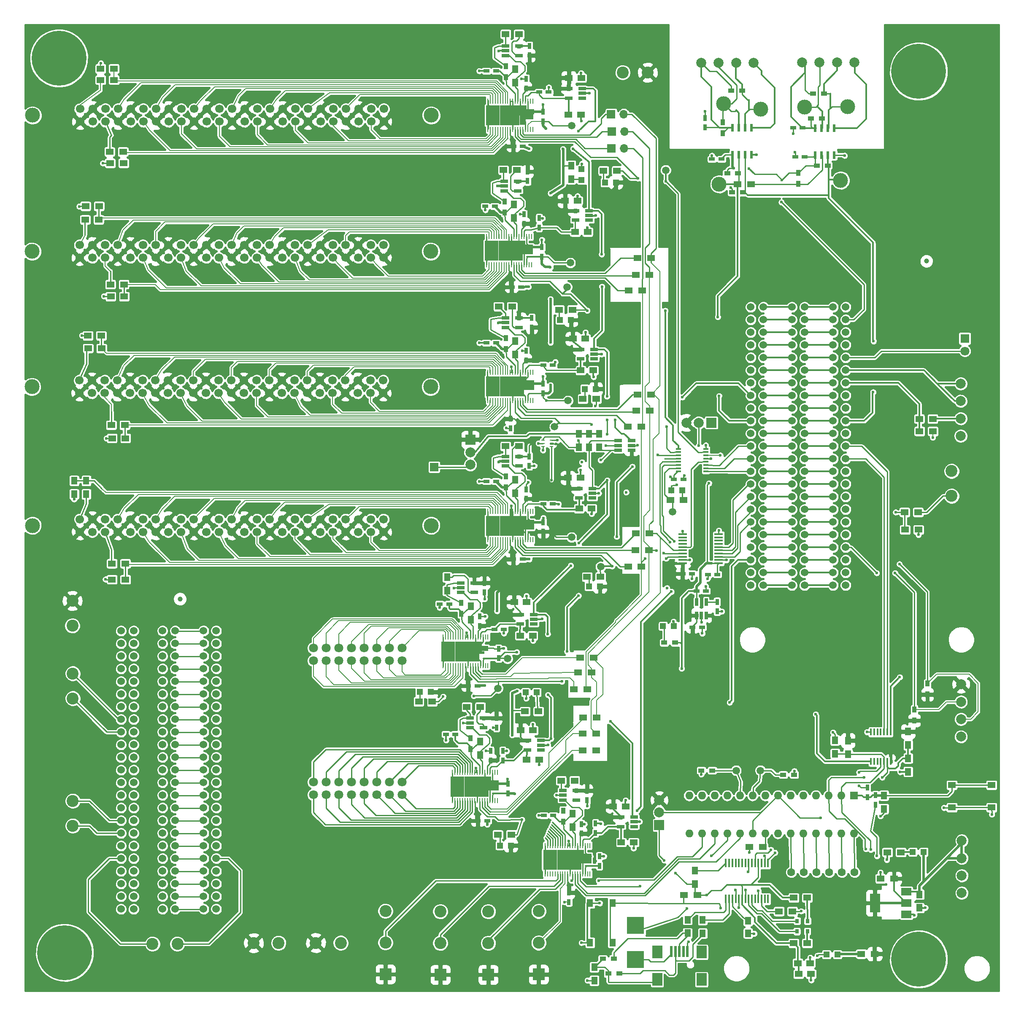
<source format=gbr>
G04 #@! TF.FileFunction,Copper,L1,Top,Signal*
%FSLAX46Y46*%
G04 Gerber Fmt 4.6, Leading zero omitted, Abs format (unit mm)*
G04 Created by KiCad (PCBNEW 4.0.4-stable) date 08/03/17 17:46:02*
%MOMM*%
%LPD*%
G01*
G04 APERTURE LIST*
%ADD10C,0.100000*%
%ADD11C,11.000000*%
%ADD12C,0.700000*%
%ADD13R,1.500000X1.300000*%
%ADD14R,0.650000X0.250000*%
%ADD15R,1.050000X0.450000*%
%ADD16R,0.500000X2.300000*%
%ADD17R,2.000000X2.500000*%
%ADD18R,2.400000X2.400000*%
%ADD19C,2.400000*%
%ADD20R,0.450000X1.750000*%
%ADD21R,2.800000X2.000000*%
%ADD22R,4.000000X2.000000*%
%ADD23R,1.500000X2.000000*%
%ADD24R,2.000000X1.000000*%
%ADD25R,0.285000X1.100000*%
%ADD26R,1.500000X1.000000*%
%ADD27C,1.800000*%
%ADD28R,1.560000X0.650000*%
%ADD29R,1.300000X1.500000*%
%ADD30R,1.200000X0.750000*%
%ADD31R,0.750000X1.200000*%
%ADD32R,0.900000X1.200000*%
%ADD33R,2.000000X3.800000*%
%ADD34R,2.000000X1.500000*%
%ADD35R,1.200000X1.200000*%
%ADD36R,1.600000X1.600000*%
%ADD37O,1.600000X1.600000*%
%ADD38R,0.600000X1.550000*%
%ADD39C,3.000000*%
%ADD40C,1.524000*%
%ADD41R,0.450000X1.450000*%
%ADD42R,1.800000X1.800000*%
%ADD43C,1.500000*%
%ADD44R,0.800000X0.900000*%
%ADD45R,1.250000X1.500000*%
%ADD46R,1.500000X1.250000*%
%ADD47R,3.500000X3.500000*%
%ADD48R,1.200000X0.900000*%
%ADD49R,1.300000X1.550000*%
%ADD50R,1.300000X2.000000*%
%ADD51R,1.000000X0.500000*%
%ADD52C,1.600000*%
%ADD53R,0.650000X1.560000*%
%ADD54R,1.750000X0.450000*%
%ADD55R,2.000000X2.000000*%
%ADD56C,2.000000*%
%ADD57R,1.700000X1.700000*%
%ADD58R,1.550000X1.300000*%
%ADD59C,1.000000*%
%ADD60O,1.700000X1.700000*%
%ADD61C,1.700000*%
%ADD62C,0.600000*%
%ADD63C,0.250000*%
%ADD64C,0.350000*%
%ADD65C,0.190000*%
%ADD66C,0.127000*%
%ADD67C,0.500000*%
%ADD68C,0.400000*%
G04 APERTURE END LIST*
D10*
D11*
X197535800Y-25103200D03*
D12*
X201660800Y-25103200D03*
X200462615Y-28030015D03*
X197535800Y-29228200D03*
X194608985Y-28030015D03*
X193410800Y-25103200D03*
X194608985Y-22176385D03*
X197535800Y-20978200D03*
X200462615Y-22176385D03*
D13*
X35657800Y-98780600D03*
X38357800Y-98780600D03*
D14*
X123850400Y-99161600D03*
X123850400Y-99811600D03*
X123850400Y-100461600D03*
X122125400Y-99161600D03*
X122125400Y-99811600D03*
X122125400Y-100461600D03*
D15*
X154844800Y-105449800D03*
X154844800Y-104799800D03*
X154844800Y-104149800D03*
X154844800Y-103499800D03*
X154844800Y-102849800D03*
X154844800Y-102199800D03*
X154844800Y-101549800D03*
X154844800Y-100899800D03*
X149294800Y-100899800D03*
X149294800Y-101549800D03*
X149294800Y-102199800D03*
X149294800Y-102849800D03*
X149294800Y-103499800D03*
X149294800Y-104149800D03*
X149294800Y-104799800D03*
X149294800Y-105449800D03*
D16*
X147904400Y-201885900D03*
X148704400Y-201885900D03*
X149504400Y-201885900D03*
X150304400Y-201885900D03*
X151104400Y-201885900D03*
D17*
X145054400Y-201985900D03*
X145054400Y-207485900D03*
X153954400Y-201985900D03*
X153954400Y-207485900D03*
D18*
X111150400Y-206527400D03*
D19*
X111150400Y-200177400D03*
X111150400Y-193827400D03*
D20*
X167293000Y-184106000D03*
X166643000Y-184106000D03*
X165993000Y-184106000D03*
X165343000Y-184106000D03*
X164693000Y-184106000D03*
X164043000Y-184106000D03*
X163393000Y-184106000D03*
X162743000Y-184106000D03*
X162093000Y-184106000D03*
X161443000Y-184106000D03*
X160793000Y-184106000D03*
X160143000Y-184106000D03*
X159493000Y-184106000D03*
X158843000Y-184106000D03*
X158843000Y-191306000D03*
X159493000Y-191306000D03*
X160143000Y-191306000D03*
X160793000Y-191306000D03*
X161443000Y-191306000D03*
X162093000Y-191306000D03*
X162743000Y-191306000D03*
X163393000Y-191306000D03*
X164043000Y-191306000D03*
X164693000Y-191306000D03*
X165343000Y-191306000D03*
X165993000Y-191306000D03*
X166643000Y-191306000D03*
X167293000Y-191306000D03*
D18*
X121272300Y-206463900D03*
D19*
X121272300Y-200113900D03*
X121272300Y-193763900D03*
D21*
X112077500Y-117348000D03*
X112077500Y-115379500D03*
D22*
X115443000Y-117348000D03*
X115443000Y-115379500D03*
D23*
X117602000Y-117348000D03*
X118110000Y-115379500D03*
D24*
X119316500Y-116586000D03*
D25*
X120070000Y-113482000D03*
X119570000Y-113482000D03*
X119070000Y-113482000D03*
X118570000Y-113482000D03*
X118070000Y-113482000D03*
X117570000Y-113482000D03*
X117070000Y-113482000D03*
X116570000Y-113482000D03*
X116070000Y-113482000D03*
X115570000Y-113482000D03*
X115070000Y-113482000D03*
X114570000Y-113482000D03*
X114070000Y-113482000D03*
X113570000Y-113482000D03*
X113070000Y-113482000D03*
X112570000Y-113482000D03*
X112070000Y-113482000D03*
X111570000Y-113482000D03*
X111070000Y-113482000D03*
X111070000Y-119182000D03*
X111570000Y-119182000D03*
X112070000Y-119182000D03*
X112570000Y-119182000D03*
X113070000Y-119182000D03*
X113570000Y-119182000D03*
X114070000Y-119182000D03*
X114570000Y-119182000D03*
X115070000Y-119182000D03*
X115570000Y-119182000D03*
X116070000Y-119182000D03*
X116570000Y-119182000D03*
X117070000Y-119182000D03*
X117570000Y-119182000D03*
X118070000Y-119182000D03*
X118570000Y-119182000D03*
X119070000Y-119182000D03*
X119570000Y-119182000D03*
X120070000Y-119182000D03*
D26*
X119570500Y-115633500D03*
D27*
X93827600Y-143459200D03*
X93827600Y-140919200D03*
X91287600Y-143459200D03*
X91287600Y-140919200D03*
X88747600Y-143459200D03*
X88747600Y-140919200D03*
X86207600Y-143459200D03*
X86207600Y-140919200D03*
X83667600Y-143459200D03*
X83667600Y-140919200D03*
X81127600Y-143459200D03*
X81127600Y-140919200D03*
X78587600Y-143459200D03*
X78587600Y-140919200D03*
X76047600Y-143459200D03*
X76047600Y-140919200D03*
D28*
X107504240Y-154985680D03*
X107504240Y-155935680D03*
X107504240Y-156885680D03*
X110204240Y-156885680D03*
X110204240Y-154985680D03*
D29*
X109489240Y-159665680D03*
X109489240Y-162365680D03*
D30*
X109047240Y-175620680D03*
X110947240Y-175620680D03*
D31*
X114061240Y-161589680D03*
X114061240Y-163489680D03*
X115077240Y-170093680D03*
X115077240Y-168193680D03*
X112791240Y-156885680D03*
X112791240Y-154985680D03*
X111648240Y-161589680D03*
X111648240Y-163489680D03*
X109474000Y-134584400D03*
X109474000Y-136484400D03*
X110363000Y-129728000D03*
X110363000Y-127828000D03*
X113212880Y-142941080D03*
X113212880Y-141041080D03*
D30*
X114284800Y-137160000D03*
X112384800Y-137160000D03*
X107101600Y-148539200D03*
X109001600Y-148539200D03*
D29*
X107624880Y-132513080D03*
X107624880Y-135213080D03*
D28*
X105639880Y-127833080D03*
X105639880Y-128783080D03*
X105639880Y-129733080D03*
X108339880Y-129733080D03*
X108339880Y-127833080D03*
D31*
X118745000Y-109032000D03*
X118745000Y-110932000D03*
D32*
X114681000Y-108669000D03*
X114681000Y-106469000D03*
D30*
X110810000Y-107442000D03*
X112710000Y-107442000D03*
D31*
X119380000Y-104328000D03*
X119380000Y-102428000D03*
X122174000Y-117536000D03*
X122174000Y-115636000D03*
D30*
X124089200Y-111963200D03*
X122189200Y-111963200D03*
X116144000Y-123063000D03*
X118044000Y-123063000D03*
D29*
X116586000Y-107108000D03*
X116586000Y-109808000D03*
D28*
X114601000Y-102428000D03*
X114601000Y-103378000D03*
X114601000Y-104328000D03*
X117301000Y-104328000D03*
X117301000Y-102428000D03*
D31*
X129844800Y-176291200D03*
X129844800Y-178191200D03*
D32*
X126187200Y-175765640D03*
X126187200Y-173565640D03*
D30*
X122316200Y-174538640D03*
X124216200Y-174538640D03*
D31*
X130987800Y-171460200D03*
X130987800Y-169560200D03*
X133451600Y-184642800D03*
X133451600Y-182742800D03*
X132664200Y-176128640D03*
X132664200Y-178028640D03*
X127342900Y-190019900D03*
X127342900Y-191919900D03*
D29*
X128092200Y-174204640D03*
X128092200Y-176904640D03*
D28*
X126107200Y-169524640D03*
X126107200Y-170474640D03*
X126107200Y-171424640D03*
X128807200Y-171424640D03*
X128807200Y-169524640D03*
X114601000Y-74615000D03*
X114601000Y-75565000D03*
X114601000Y-76515000D03*
X117301000Y-76515000D03*
X117301000Y-74615000D03*
D29*
X116586000Y-79295000D03*
X116586000Y-81995000D03*
D31*
X115620800Y-94858800D03*
X115620800Y-96758800D03*
D30*
X124089200Y-84074000D03*
X122189200Y-84074000D03*
D31*
X122174000Y-89723000D03*
X122174000Y-87823000D03*
X119888000Y-76515000D03*
X119888000Y-74615000D03*
D30*
X110810000Y-79629000D03*
X112710000Y-79629000D03*
D31*
X118745000Y-81219000D03*
X118745000Y-83119000D03*
X118313200Y-53812400D03*
X118313200Y-55712400D03*
D30*
X110556000Y-52197000D03*
X112456000Y-52197000D03*
D31*
X119049800Y-45227200D03*
X119049800Y-47127200D03*
X121920000Y-62291000D03*
X121920000Y-60391000D03*
X121361200Y-54574400D03*
X121361200Y-56474400D03*
D30*
X115864600Y-68402200D03*
X117764600Y-68402200D03*
D29*
X116332000Y-51863000D03*
X116332000Y-54563000D03*
D28*
X114347000Y-47183000D03*
X114347000Y-48133000D03*
X114347000Y-49083000D03*
X117047000Y-49083000D03*
X117047000Y-47183000D03*
D33*
X188747000Y-192125600D03*
D34*
X195047000Y-192125600D03*
X195047000Y-189825600D03*
X195047000Y-194425600D03*
D28*
X114601000Y-20005000D03*
X114601000Y-20955000D03*
X114601000Y-21905000D03*
X117301000Y-21905000D03*
X117301000Y-20005000D03*
D35*
X181221560Y-202453240D03*
X179021560Y-202453240D03*
D36*
X184505600Y-170535600D03*
D37*
X151485600Y-178155600D03*
X181965600Y-170535600D03*
X154025600Y-178155600D03*
X179425600Y-170535600D03*
X156565600Y-178155600D03*
X176885600Y-170535600D03*
X159105600Y-178155600D03*
X174345600Y-170535600D03*
X161645600Y-178155600D03*
X171805600Y-170535600D03*
X164185600Y-178155600D03*
X169265600Y-170535600D03*
X166725600Y-178155600D03*
X166725600Y-170535600D03*
X169265600Y-178155600D03*
X164185600Y-170535600D03*
X171805600Y-178155600D03*
X161645600Y-170535600D03*
X174345600Y-178155600D03*
X159105600Y-170535600D03*
X176885600Y-178155600D03*
X156565600Y-170535600D03*
X179425600Y-178155600D03*
X154025600Y-170535600D03*
X181965600Y-178155600D03*
X151485600Y-170535600D03*
X184505600Y-178155600D03*
D29*
X151142700Y-195474600D03*
X151142700Y-198174600D03*
X154165300Y-195525400D03*
X154165300Y-198225400D03*
D13*
X188685160Y-202351640D03*
X185985160Y-202351640D03*
D29*
X116586000Y-24685000D03*
X116586000Y-27385000D03*
D30*
X116194800Y-40132000D03*
X118094800Y-40132000D03*
X123276400Y-29260800D03*
X121376400Y-29260800D03*
D31*
X122174000Y-35113000D03*
X122174000Y-33213000D03*
X119430800Y-21879600D03*
X119430800Y-19979600D03*
D30*
X110810000Y-25019000D03*
X112710000Y-25019000D03*
D32*
X114681000Y-26246000D03*
X114681000Y-24046000D03*
D31*
X118745000Y-26609000D03*
X118745000Y-28509000D03*
D18*
X101536500Y-206527400D03*
D19*
X101536500Y-200177400D03*
X101536500Y-193827400D03*
D18*
X90525600Y-206425800D03*
D19*
X90525600Y-200075800D03*
X90525600Y-193725800D03*
D13*
X141100000Y-89974000D03*
X143800000Y-89974000D03*
X141100000Y-62574000D03*
X143800000Y-62574000D03*
X140752840Y-117906800D03*
X143452840Y-117906800D03*
D38*
X160157160Y-41846480D03*
X161427160Y-41846480D03*
X162697160Y-41846480D03*
X163967160Y-41846480D03*
X163967160Y-36446480D03*
X162697160Y-36446480D03*
X161427160Y-36446480D03*
X160157160Y-36446480D03*
D39*
X158400000Y-31600000D03*
X165811200Y-32659320D03*
X174670720Y-32288480D03*
X183266080Y-32161480D03*
D40*
X172085000Y-72440800D03*
X174625000Y-72440800D03*
X172085000Y-74980800D03*
X174625000Y-74980800D03*
X172085000Y-77520800D03*
X174625000Y-77520800D03*
X172085000Y-80060800D03*
X174625000Y-80060800D03*
X172085000Y-82600800D03*
X174625000Y-82600800D03*
X172085000Y-85140800D03*
X174625000Y-85140800D03*
X172085000Y-87680800D03*
X174625000Y-87680800D03*
X172085000Y-90220800D03*
X174625000Y-90220800D03*
X172085000Y-92760800D03*
X174625000Y-92760800D03*
X172085000Y-95300800D03*
X174625000Y-95300800D03*
X172085000Y-97840800D03*
X174625000Y-97840800D03*
X172085000Y-100380800D03*
X174625000Y-100380800D03*
X172085000Y-102920800D03*
X174625000Y-102920800D03*
X172085000Y-105460800D03*
X174625000Y-105460800D03*
X172085000Y-108000800D03*
X174625000Y-108000800D03*
X172085000Y-110540800D03*
X174625000Y-110540800D03*
X172085000Y-113080800D03*
X174625000Y-113080800D03*
X172085000Y-115620800D03*
X174625000Y-115620800D03*
X172085000Y-118160800D03*
X174625000Y-118160800D03*
X172085000Y-120700800D03*
X174625000Y-120700800D03*
X172085000Y-123240800D03*
X174625000Y-123240800D03*
X172085000Y-125780800D03*
X174625000Y-125780800D03*
X172085000Y-128320800D03*
X174625000Y-128320800D03*
X163830000Y-72440800D03*
X166370000Y-72440800D03*
X163830000Y-74980800D03*
X166370000Y-74980800D03*
X163830000Y-77520800D03*
X166370000Y-77520800D03*
X163830000Y-80060800D03*
X166370000Y-80060800D03*
X163830000Y-82600800D03*
X166370000Y-82600800D03*
X163830000Y-85140800D03*
X166370000Y-85140800D03*
X163830000Y-87680800D03*
X166370000Y-87680800D03*
X163830000Y-90220800D03*
X166370000Y-90220800D03*
X163830000Y-92760800D03*
X166370000Y-92760800D03*
X163830000Y-95300800D03*
X166370000Y-95300800D03*
X163830000Y-97840800D03*
X166370000Y-97840800D03*
X163830000Y-100380800D03*
X166370000Y-100380800D03*
X163830000Y-102920800D03*
X166370000Y-102920800D03*
X163830000Y-105460800D03*
X166370000Y-105460800D03*
X163830000Y-108000800D03*
X166370000Y-108000800D03*
X163830000Y-110540800D03*
X166370000Y-110540800D03*
X163830000Y-113080800D03*
X166370000Y-113080800D03*
X163830000Y-115620800D03*
X166370000Y-115620800D03*
X163830000Y-118160800D03*
X166370000Y-118160800D03*
X163830000Y-120700800D03*
X166370000Y-120700800D03*
X163830000Y-123240800D03*
X166370000Y-123240800D03*
X163830000Y-125780800D03*
X166370000Y-125780800D03*
X163830000Y-128320800D03*
X166370000Y-128320800D03*
X180340000Y-72440800D03*
X182880000Y-72440800D03*
X180340000Y-74980800D03*
X182880000Y-74980800D03*
X180340000Y-77520800D03*
X182880000Y-77520800D03*
X180340000Y-80060800D03*
X182880000Y-80060800D03*
X180340000Y-82600800D03*
X182880000Y-82600800D03*
X180340000Y-85140800D03*
X182880000Y-85140800D03*
X180340000Y-87680800D03*
X182880000Y-87680800D03*
X180340000Y-90220800D03*
X182880000Y-90220800D03*
X180340000Y-92760800D03*
X182880000Y-92760800D03*
X180340000Y-95300800D03*
X182880000Y-95300800D03*
X180340000Y-97840800D03*
X182880000Y-97840800D03*
X180340000Y-100380800D03*
X182880000Y-100380800D03*
X180340000Y-102920800D03*
X182880000Y-102920800D03*
X180340000Y-105460800D03*
X182880000Y-105460800D03*
X180340000Y-108000800D03*
X182880000Y-108000800D03*
X180340000Y-110540800D03*
X182880000Y-110540800D03*
X180340000Y-113080800D03*
X182880000Y-113080800D03*
X180340000Y-115620800D03*
X182880000Y-115620800D03*
X180340000Y-118160800D03*
X182880000Y-118160800D03*
X180340000Y-120700800D03*
X182880000Y-120700800D03*
X180340000Y-123240800D03*
X182880000Y-123240800D03*
X180340000Y-125780800D03*
X182880000Y-125780800D03*
X180340000Y-128320800D03*
X182880000Y-128320800D03*
D27*
X93827600Y-170383200D03*
X93827600Y-167843200D03*
X91287600Y-170383200D03*
X91287600Y-167843200D03*
X88747600Y-170383200D03*
X88747600Y-167843200D03*
X86207600Y-170383200D03*
X86207600Y-167843200D03*
X83667600Y-170383200D03*
X83667600Y-167843200D03*
X81127600Y-170383200D03*
X81127600Y-167843200D03*
X78587600Y-170383200D03*
X78587600Y-167843200D03*
X76047600Y-170383200D03*
X76047600Y-167843200D03*
D13*
X163910000Y-47752000D03*
X161210000Y-47752000D03*
D39*
X157480000Y-47752000D03*
X181864000Y-46990000D03*
D41*
X191865800Y-157781200D03*
X191215800Y-157781200D03*
X190565800Y-157781200D03*
X189915800Y-157781200D03*
X189265800Y-157781200D03*
X188615800Y-157781200D03*
X187965800Y-157781200D03*
X187965800Y-163681200D03*
X188615800Y-163681200D03*
X189265800Y-163681200D03*
X189915800Y-163681200D03*
X190565800Y-163681200D03*
X191215800Y-163681200D03*
X191865800Y-163681200D03*
D30*
X150327400Y-107035600D03*
X148427400Y-107035600D03*
X101412000Y-132080000D03*
X103312000Y-132080000D03*
X102656600Y-158242000D03*
X104556600Y-158242000D03*
D35*
X198534200Y-181889400D03*
X196334200Y-181889400D03*
D27*
X206781400Y-81254600D03*
D42*
X206781400Y-78754600D03*
D40*
X37465000Y-137464800D03*
X40005000Y-137464800D03*
X37465000Y-140004800D03*
X40005000Y-140004800D03*
X37465000Y-142544800D03*
X40005000Y-142544800D03*
X37465000Y-145084800D03*
X40005000Y-145084800D03*
X37465000Y-147624800D03*
X40005000Y-147624800D03*
X37465000Y-150164800D03*
X40005000Y-150164800D03*
X37465000Y-152704800D03*
X40005000Y-152704800D03*
X37465000Y-155244800D03*
X40005000Y-155244800D03*
X37465000Y-157784800D03*
X40005000Y-157784800D03*
X37465000Y-160324800D03*
X40005000Y-160324800D03*
X37465000Y-162864800D03*
X40005000Y-162864800D03*
X37465000Y-165404800D03*
X40005000Y-165404800D03*
X37465000Y-167944800D03*
X40005000Y-167944800D03*
X37465000Y-170484800D03*
X40005000Y-170484800D03*
X37465000Y-173024800D03*
X40005000Y-173024800D03*
X37465000Y-175564800D03*
X40005000Y-175564800D03*
X37465000Y-178104800D03*
X40005000Y-178104800D03*
X37465000Y-180644800D03*
X40005000Y-180644800D03*
X37465000Y-183184800D03*
X40005000Y-183184800D03*
X37465000Y-185724800D03*
X40005000Y-185724800D03*
X37465000Y-188264800D03*
X40005000Y-188264800D03*
X37465000Y-190804800D03*
X40005000Y-190804800D03*
X37465000Y-193344800D03*
X40005000Y-193344800D03*
X45778000Y-137449200D03*
X48318000Y-137449200D03*
X45778000Y-139989200D03*
X48318000Y-139989200D03*
X45778000Y-142529200D03*
X48318000Y-142529200D03*
X45778000Y-145069200D03*
X48318000Y-145069200D03*
X45778000Y-147609200D03*
X48318000Y-147609200D03*
X45778000Y-150149200D03*
X48318000Y-150149200D03*
X45778000Y-152689200D03*
X48318000Y-152689200D03*
X45778000Y-155229200D03*
X48318000Y-155229200D03*
X45778000Y-157769200D03*
X48318000Y-157769200D03*
X45778000Y-160309200D03*
X48318000Y-160309200D03*
X45778000Y-162849200D03*
X48318000Y-162849200D03*
X45778000Y-165389200D03*
X48318000Y-165389200D03*
X45778000Y-167929200D03*
X48318000Y-167929200D03*
X45778000Y-170469200D03*
X48318000Y-170469200D03*
X45778000Y-173009200D03*
X48318000Y-173009200D03*
X45778000Y-175549200D03*
X48318000Y-175549200D03*
X45778000Y-178089200D03*
X48318000Y-178089200D03*
X45778000Y-180629200D03*
X48318000Y-180629200D03*
X45778000Y-183169200D03*
X48318000Y-183169200D03*
X45778000Y-185709200D03*
X48318000Y-185709200D03*
X45778000Y-188249200D03*
X48318000Y-188249200D03*
X45778000Y-190789200D03*
X48318000Y-190789200D03*
X45778000Y-193329200D03*
X48318000Y-193329200D03*
X54025800Y-137439400D03*
X56565800Y-137439400D03*
X54025800Y-139979400D03*
X56565800Y-139979400D03*
X54025800Y-142519400D03*
X56565800Y-142519400D03*
X54025800Y-145059400D03*
X56565800Y-145059400D03*
X54025800Y-147599400D03*
X56565800Y-147599400D03*
X54025800Y-150139400D03*
X56565800Y-150139400D03*
X54025800Y-152679400D03*
X56565800Y-152679400D03*
X54025800Y-155219400D03*
X56565800Y-155219400D03*
X54025800Y-157759400D03*
X56565800Y-157759400D03*
X54025800Y-160299400D03*
X56565800Y-160299400D03*
X54025800Y-162839400D03*
X56565800Y-162839400D03*
X54025800Y-165379400D03*
X56565800Y-165379400D03*
X54025800Y-167919400D03*
X56565800Y-167919400D03*
X54025800Y-170459400D03*
X56565800Y-170459400D03*
X54025800Y-172999400D03*
X56565800Y-172999400D03*
X54025800Y-175539400D03*
X56565800Y-175539400D03*
X54025800Y-178079400D03*
X56565800Y-178079400D03*
X54025800Y-180619400D03*
X56565800Y-180619400D03*
X54025800Y-183159400D03*
X56565800Y-183159400D03*
X54025800Y-185699400D03*
X56565800Y-185699400D03*
X54025800Y-188239400D03*
X56565800Y-188239400D03*
X54025800Y-190779400D03*
X56565800Y-190779400D03*
X54025800Y-193319400D03*
X56565800Y-193319400D03*
D43*
X127609600Y-63550800D03*
X127152400Y-91236800D03*
X127863600Y-118668800D03*
X115011200Y-143027400D03*
X146761200Y-44932600D03*
X126949200Y-68402200D03*
X124460000Y-96469200D03*
X133705600Y-124587000D03*
X113106200Y-148996400D03*
X148158200Y-113588800D03*
D35*
X147871000Y-109270800D03*
X150071000Y-109270800D03*
D13*
X147671800Y-111175800D03*
X150371800Y-111175800D03*
X191232800Y-181940200D03*
X193932800Y-181940200D03*
D44*
X173143200Y-195732400D03*
X175243200Y-195732400D03*
X173092400Y-197815200D03*
X175192400Y-197815200D03*
D13*
X150440400Y-190550800D03*
X153140400Y-190550800D03*
X172462200Y-191058800D03*
X175162200Y-191058800D03*
X172462200Y-200202800D03*
X175162200Y-200202800D03*
D29*
X152654000Y-188344800D03*
X152654000Y-185644800D03*
D13*
X169490400Y-193802000D03*
X172190400Y-193802000D03*
D29*
X132435600Y-204999600D03*
X132435600Y-207699600D03*
D45*
X163271200Y-195701600D03*
X163271200Y-198201600D03*
D46*
X173248000Y-204190600D03*
X175748000Y-204190600D03*
X173425800Y-206375000D03*
X175925800Y-206375000D03*
D47*
X140703300Y-203450400D03*
X140703300Y-196650400D03*
D48*
X136329600Y-203301600D03*
X134129600Y-203301600D03*
X137447200Y-206298800D03*
X135247200Y-206298800D03*
D49*
X131582600Y-200088400D03*
X131582600Y-192138400D03*
X136082600Y-200088400D03*
X136082600Y-192138400D03*
D21*
X112077500Y-34925000D03*
X112077500Y-32956500D03*
D22*
X115443000Y-34925000D03*
X115443000Y-32956500D03*
D50*
X118059200Y-34772600D03*
D23*
X118110000Y-32956500D03*
D26*
X119392700Y-34188400D03*
D25*
X120070000Y-31059000D03*
X119570000Y-31059000D03*
X119070000Y-31059000D03*
X118570000Y-31059000D03*
X118070000Y-31059000D03*
X117570000Y-31059000D03*
X117070000Y-31059000D03*
X116570000Y-31059000D03*
X116070000Y-31059000D03*
X115570000Y-31059000D03*
X115070000Y-31059000D03*
X114570000Y-31059000D03*
X114070000Y-31059000D03*
X113570000Y-31059000D03*
X113070000Y-31059000D03*
X112570000Y-31059000D03*
X112070000Y-31059000D03*
X111570000Y-31059000D03*
X111070000Y-31059000D03*
X111070000Y-36759000D03*
X111570000Y-36759000D03*
X112070000Y-36759000D03*
X112570000Y-36759000D03*
X113070000Y-36759000D03*
X113570000Y-36759000D03*
X114070000Y-36759000D03*
X114570000Y-36759000D03*
X115070000Y-36759000D03*
X115570000Y-36759000D03*
X116070000Y-36759000D03*
X116570000Y-36759000D03*
X117070000Y-36759000D03*
X117570000Y-36759000D03*
X118070000Y-36759000D03*
X118570000Y-36759000D03*
X119070000Y-36759000D03*
X119570000Y-36759000D03*
X120070000Y-36759000D03*
D26*
X119570500Y-33210500D03*
D13*
X139162800Y-96484440D03*
X141862800Y-96484440D03*
X140890000Y-93218000D03*
X143590000Y-93218000D03*
D32*
X114681000Y-80856000D03*
X114681000Y-78656000D03*
D13*
X139345680Y-69098160D03*
X142045680Y-69098160D03*
X140747760Y-65948560D03*
X143447760Y-65948560D03*
D32*
X114427000Y-53424000D03*
X114427000Y-51224000D03*
D13*
X139203440Y-124587000D03*
X141903440Y-124587000D03*
X140686800Y-121274840D03*
X143386800Y-121274840D03*
D32*
X105719880Y-134074080D03*
X105719880Y-131874080D03*
X107584240Y-161226680D03*
X107584240Y-159026680D03*
D43*
X127889000Y-35966400D03*
D21*
X112077500Y-89357200D03*
X112077500Y-87388700D03*
D22*
X115443000Y-89357200D03*
X115443000Y-87388700D03*
D23*
X117602000Y-89357200D03*
X118110000Y-87388700D03*
D24*
X119316500Y-88595200D03*
D25*
X120070000Y-85491200D03*
X119570000Y-85491200D03*
X119070000Y-85491200D03*
X118570000Y-85491200D03*
X118070000Y-85491200D03*
X117570000Y-85491200D03*
X117070000Y-85491200D03*
X116570000Y-85491200D03*
X116070000Y-85491200D03*
X115570000Y-85491200D03*
X115070000Y-85491200D03*
X114570000Y-85491200D03*
X114070000Y-85491200D03*
X113570000Y-85491200D03*
X113070000Y-85491200D03*
X112570000Y-85491200D03*
X112070000Y-85491200D03*
X111570000Y-85491200D03*
X111070000Y-85491200D03*
X111070000Y-91191200D03*
X111570000Y-91191200D03*
X112070000Y-91191200D03*
X112570000Y-91191200D03*
X113070000Y-91191200D03*
X113570000Y-91191200D03*
X114070000Y-91191200D03*
X114570000Y-91191200D03*
X115070000Y-91191200D03*
X115570000Y-91191200D03*
X116070000Y-91191200D03*
X116570000Y-91191200D03*
X117070000Y-91191200D03*
X117570000Y-91191200D03*
X118070000Y-91191200D03*
X118570000Y-91191200D03*
X119070000Y-91191200D03*
X119570000Y-91191200D03*
X120070000Y-91191200D03*
D26*
X119570500Y-87642700D03*
D21*
X111823500Y-62103000D03*
X111823500Y-60134500D03*
D22*
X115189000Y-62103000D03*
X115189000Y-60134500D03*
D23*
X117348000Y-62103000D03*
X117856000Y-60134500D03*
D24*
X119062500Y-61341000D03*
D25*
X119816000Y-58237000D03*
X119316000Y-58237000D03*
X118816000Y-58237000D03*
X118316000Y-58237000D03*
X117816000Y-58237000D03*
X117316000Y-58237000D03*
X116816000Y-58237000D03*
X116316000Y-58237000D03*
X115816000Y-58237000D03*
X115316000Y-58237000D03*
X114816000Y-58237000D03*
X114316000Y-58237000D03*
X113816000Y-58237000D03*
X113316000Y-58237000D03*
X112816000Y-58237000D03*
X112316000Y-58237000D03*
X111816000Y-58237000D03*
X111316000Y-58237000D03*
X110816000Y-58237000D03*
X110816000Y-63937000D03*
X111316000Y-63937000D03*
X111816000Y-63937000D03*
X112316000Y-63937000D03*
X112816000Y-63937000D03*
X113316000Y-63937000D03*
X113816000Y-63937000D03*
X114316000Y-63937000D03*
X114816000Y-63937000D03*
X115316000Y-63937000D03*
X115816000Y-63937000D03*
X116316000Y-63937000D03*
X116816000Y-63937000D03*
X117316000Y-63937000D03*
X117816000Y-63937000D03*
X118316000Y-63937000D03*
X118816000Y-63937000D03*
X119316000Y-63937000D03*
X119816000Y-63937000D03*
D26*
X119316500Y-60388500D03*
D21*
X103096060Y-142580360D03*
X103096060Y-140611860D03*
D22*
X106461560Y-142580360D03*
X106461560Y-140611860D03*
D23*
X108620560Y-142580360D03*
X109128560Y-140611860D03*
D51*
X109867700Y-141859000D03*
D25*
X111088560Y-138714360D03*
X110588560Y-138714360D03*
X110088560Y-138714360D03*
X109588560Y-138714360D03*
X109088560Y-138714360D03*
X108588560Y-138714360D03*
X108088560Y-138714360D03*
X107588560Y-138714360D03*
X107088560Y-138714360D03*
X106588560Y-138714360D03*
X106088560Y-138714360D03*
X105588560Y-138714360D03*
X105088560Y-138714360D03*
X104588560Y-138714360D03*
X104088560Y-138714360D03*
X103588560Y-138714360D03*
X103088560Y-138714360D03*
X102588560Y-138714360D03*
X102088560Y-138714360D03*
X102088560Y-144414360D03*
X102588560Y-144414360D03*
X103088560Y-144414360D03*
X103588560Y-144414360D03*
X104088560Y-144414360D03*
X104588560Y-144414360D03*
X105088560Y-144414360D03*
X105588560Y-144414360D03*
X106088560Y-144414360D03*
X106588560Y-144414360D03*
X107088560Y-144414360D03*
X107588560Y-144414360D03*
X108088560Y-144414360D03*
X108588560Y-144414360D03*
X109088560Y-144414360D03*
X109588560Y-144414360D03*
X110088560Y-144414360D03*
X110588560Y-144414360D03*
X111088560Y-144414360D03*
D26*
X110363000Y-140944600D03*
D21*
X104965500Y-169732960D03*
X104965500Y-167764460D03*
D22*
X108331000Y-169732960D03*
X108331000Y-167764460D03*
D23*
X110490000Y-169732960D03*
X110998000Y-167764460D03*
D24*
X112204500Y-168970960D03*
D25*
X112958000Y-165866960D03*
X112458000Y-165866960D03*
X111958000Y-165866960D03*
X111458000Y-165866960D03*
X110958000Y-165866960D03*
X110458000Y-165866960D03*
X109958000Y-165866960D03*
X109458000Y-165866960D03*
X108958000Y-165866960D03*
X108458000Y-165866960D03*
X107958000Y-165866960D03*
X107458000Y-165866960D03*
X106958000Y-165866960D03*
X106458000Y-165866960D03*
X105958000Y-165866960D03*
X105458000Y-165866960D03*
X104958000Y-165866960D03*
X104458000Y-165866960D03*
X103958000Y-165866960D03*
X103958000Y-171566960D03*
X104458000Y-171566960D03*
X104958000Y-171566960D03*
X105458000Y-171566960D03*
X105958000Y-171566960D03*
X106458000Y-171566960D03*
X106958000Y-171566960D03*
X107458000Y-171566960D03*
X107958000Y-171566960D03*
X108458000Y-171566960D03*
X108958000Y-171566960D03*
X109458000Y-171566960D03*
X109958000Y-171566960D03*
X110458000Y-171566960D03*
X110958000Y-171566960D03*
X111458000Y-171566960D03*
X111958000Y-171566960D03*
X112458000Y-171566960D03*
X112958000Y-171566960D03*
D26*
X112458500Y-168018460D03*
D38*
X176784000Y-41892200D03*
X178054000Y-41892200D03*
X179324000Y-41892200D03*
X180594000Y-41892200D03*
X180594000Y-36492200D03*
X179324000Y-36492200D03*
X178054000Y-36492200D03*
X176784000Y-36492200D03*
D43*
X165760400Y-165506400D03*
X160880400Y-165506400D03*
D13*
X114626400Y-17627600D03*
X117326400Y-17627600D03*
X113254800Y-72339200D03*
X115954800Y-72339200D03*
X114169200Y-44907200D03*
X116869200Y-44907200D03*
X114626400Y-100380800D03*
X117326400Y-100380800D03*
D29*
X102895400Y-129391400D03*
X102895400Y-126691400D03*
D13*
X106854000Y-152755600D03*
X109554000Y-152755600D03*
X125751600Y-167538400D03*
X128451600Y-167538400D03*
D32*
X173400000Y-45500000D03*
X173400000Y-47700000D03*
D48*
X177100000Y-44000000D03*
X179300000Y-44000000D03*
D32*
X158200000Y-37500000D03*
X158200000Y-35300000D03*
D48*
X159900000Y-29000000D03*
X162100000Y-29000000D03*
X159100000Y-45600000D03*
X161300000Y-45600000D03*
X160100000Y-49400000D03*
X162300000Y-49400000D03*
X175900000Y-34600000D03*
X178100000Y-34600000D03*
X176300000Y-29600000D03*
X178500000Y-29600000D03*
D29*
X195400000Y-157700000D03*
X195400000Y-160400000D03*
X183340400Y-159494400D03*
X183340400Y-162194400D03*
X195400000Y-163050000D03*
X195400000Y-165750000D03*
X180740400Y-162144400D03*
X180740400Y-159444400D03*
D52*
X171958000Y-185928000D03*
X174498000Y-185928000D03*
X177038000Y-185928000D03*
X179578000Y-185928000D03*
X182118000Y-185928000D03*
X184658000Y-185928000D03*
D21*
X123583700Y-184444640D03*
X123583700Y-182476140D03*
D22*
X126949200Y-184444640D03*
X126949200Y-182476140D03*
D23*
X129108200Y-184444640D03*
X129616200Y-182476140D03*
D24*
X130822700Y-183682640D03*
D25*
X131576200Y-180578640D03*
X131076200Y-180578640D03*
X130576200Y-180578640D03*
X130076200Y-180578640D03*
X129576200Y-180578640D03*
X129076200Y-180578640D03*
X128576200Y-180578640D03*
X128076200Y-180578640D03*
X127576200Y-180578640D03*
X127076200Y-180578640D03*
X126576200Y-180578640D03*
X126076200Y-180578640D03*
X125576200Y-180578640D03*
X125076200Y-180578640D03*
X124576200Y-180578640D03*
X124076200Y-180578640D03*
X123576200Y-180578640D03*
X123076200Y-180578640D03*
X122576200Y-180578640D03*
X122576200Y-186278640D03*
X123076200Y-186278640D03*
X123576200Y-186278640D03*
X124076200Y-186278640D03*
X124576200Y-186278640D03*
X125076200Y-186278640D03*
X125576200Y-186278640D03*
X126076200Y-186278640D03*
X126576200Y-186278640D03*
X127076200Y-186278640D03*
X127576200Y-186278640D03*
X128076200Y-186278640D03*
X128576200Y-186278640D03*
X129076200Y-186278640D03*
X129576200Y-186278640D03*
X130076200Y-186278640D03*
X130576200Y-186278640D03*
X131076200Y-186278640D03*
X131576200Y-186278640D03*
D26*
X131076700Y-182730140D03*
D48*
X172550000Y-166370000D03*
X170350000Y-166370000D03*
X153890800Y-165506400D03*
X156090800Y-165506400D03*
D30*
X154035800Y-136779000D03*
X152135800Y-136779000D03*
D31*
X157073600Y-133538000D03*
X157073600Y-131638000D03*
D30*
X154823200Y-129463800D03*
X152923200Y-129463800D03*
D53*
X152974000Y-134369800D03*
X153924000Y-134369800D03*
X154874000Y-134369800D03*
X154874000Y-131669800D03*
X152974000Y-131669800D03*
D46*
X136214800Y-172694600D03*
X138714800Y-172694600D03*
X127324800Y-26416000D03*
X129824800Y-26416000D03*
X128137600Y-78790800D03*
X130637600Y-78790800D03*
X126562800Y-51104800D03*
X129062800Y-51104800D03*
X127172400Y-106730800D03*
X129672400Y-106730800D03*
X116352000Y-131673600D03*
X118852000Y-131673600D03*
X117622000Y-157429200D03*
X120122000Y-157429200D03*
D29*
X133400800Y-97862400D03*
X133400800Y-100562400D03*
X129336800Y-97862400D03*
X129336800Y-100562400D03*
X131368800Y-97862400D03*
X131368800Y-100562400D03*
D11*
X24993600Y-22453600D03*
D12*
X29118600Y-22453600D03*
X27920415Y-25380415D03*
X24993600Y-26578600D03*
X22066785Y-25380415D03*
X20868600Y-22453600D03*
X22066785Y-19526785D03*
X24993600Y-18328600D03*
X27920415Y-19526785D03*
D11*
X26162000Y-202082400D03*
D12*
X30287000Y-202082400D03*
X29088815Y-205009215D03*
X26162000Y-206207400D03*
X23235185Y-205009215D03*
X22037000Y-202082400D03*
X23235185Y-199155585D03*
X26162000Y-197957400D03*
X29088815Y-199155585D03*
D11*
X197535800Y-203403200D03*
D12*
X201660800Y-203403200D03*
X200462615Y-206330015D03*
X197535800Y-207528200D03*
X194608985Y-206330015D03*
X193410800Y-203403200D03*
X194608985Y-200476385D03*
X197535800Y-199278200D03*
X200462615Y-200476385D03*
D28*
X129975600Y-30464800D03*
X129975600Y-29514800D03*
X129975600Y-28564800D03*
X127275600Y-28564800D03*
X127275600Y-30464800D03*
X132363200Y-82839600D03*
X132363200Y-81889600D03*
X132363200Y-80939600D03*
X129663200Y-80939600D03*
X129663200Y-82839600D03*
X131347200Y-55001200D03*
X131347200Y-54051200D03*
X131347200Y-53101200D03*
X128647200Y-53101200D03*
X128647200Y-55001200D03*
X132007600Y-110779600D03*
X132007600Y-109829600D03*
X132007600Y-108879600D03*
X129307600Y-108879600D03*
X129307600Y-110779600D03*
D46*
X128594800Y-57353200D03*
X131094800Y-57353200D03*
D28*
X139932400Y-101178400D03*
X139932400Y-100228400D03*
X139932400Y-99278400D03*
X137232400Y-99278400D03*
X137232400Y-101178400D03*
X137232400Y-100228400D03*
D46*
X127223200Y-33782000D03*
X129723200Y-33782000D03*
X129712400Y-85140800D03*
X132212400Y-85140800D03*
X129382200Y-112903000D03*
X131882200Y-112903000D03*
X117571200Y-138430000D03*
X120071200Y-138430000D03*
X118866600Y-163322000D03*
X121366600Y-163322000D03*
X137840400Y-179933600D03*
X140340400Y-179933600D03*
D28*
X140389600Y-176768800D03*
X140389600Y-175818800D03*
X140389600Y-174868800D03*
X137689600Y-174868800D03*
X137689600Y-176768800D03*
X120272800Y-136078000D03*
X120272800Y-135128000D03*
X120272800Y-134178000D03*
X117572800Y-134178000D03*
X117572800Y-136078000D03*
X121695200Y-161376400D03*
X121695200Y-160426400D03*
X121695200Y-159476400D03*
X118995200Y-159476400D03*
X118995200Y-161376400D03*
D54*
X157371600Y-123879800D03*
X157371600Y-123229800D03*
X157371600Y-122579800D03*
X157371600Y-121929800D03*
X157371600Y-121279800D03*
X157371600Y-120629800D03*
X157371600Y-119979800D03*
X157371600Y-119329800D03*
X157371600Y-118679800D03*
X157371600Y-118029800D03*
X150171600Y-118029800D03*
X150171600Y-118679800D03*
X150171600Y-119329800D03*
X150171600Y-119979800D03*
X150171600Y-120629800D03*
X150171600Y-121279800D03*
X150171600Y-121929800D03*
X150171600Y-122579800D03*
X150171600Y-123229800D03*
X150171600Y-123879800D03*
D55*
X107543600Y-99060000D03*
D56*
X107543600Y-101600000D03*
X107543600Y-104100000D03*
D57*
X100304600Y-104571800D03*
D13*
X36046400Y-26822400D03*
X33346400Y-26822400D03*
X33346400Y-24561800D03*
X36046400Y-24561800D03*
X35175200Y-41249600D03*
X37875200Y-41249600D03*
X35276800Y-43535600D03*
X37976800Y-43535600D03*
X33557200Y-80721200D03*
X30857200Y-80721200D03*
X30806400Y-78181200D03*
X33506400Y-78181200D03*
X35505400Y-96139000D03*
X38205400Y-96139000D03*
X32973000Y-54889400D03*
X30273000Y-54889400D03*
X30349200Y-52171600D03*
X33049200Y-52171600D03*
X35327600Y-67894200D03*
X38027600Y-67894200D03*
X35403800Y-70307200D03*
X38103800Y-70307200D03*
D29*
X30480000Y-107311200D03*
X30480000Y-110011200D03*
X28067000Y-110011200D03*
X28067000Y-107311200D03*
D13*
X35632400Y-123952000D03*
X38332400Y-123952000D03*
X35632400Y-127152400D03*
X38332400Y-127152400D03*
D30*
X155209200Y-126136400D03*
X157109200Y-126136400D03*
X150129200Y-125984000D03*
X152029200Y-125984000D03*
D13*
X128342400Y-149199600D03*
X131042400Y-149199600D03*
X132287000Y-142824200D03*
X129587000Y-142824200D03*
X129180600Y-145846800D03*
X131880600Y-145846800D03*
X130082300Y-161442400D03*
X132782300Y-161442400D03*
X132922000Y-154838400D03*
X130222000Y-154838400D03*
X130082300Y-158064200D03*
X132782300Y-158064200D03*
D29*
X197688200Y-190394600D03*
X197688200Y-193094600D03*
D13*
X192586600Y-187223400D03*
X189886600Y-187223400D03*
D55*
X145465800Y-176479200D03*
D56*
X145465800Y-173939200D03*
X145465800Y-171439200D03*
D29*
X190550800Y-173231800D03*
X190550800Y-170531800D03*
D58*
X204203400Y-168438000D03*
X212153400Y-168438000D03*
X204203400Y-172938000D03*
X212153400Y-172938000D03*
D59*
X199097900Y-63195200D03*
X49301400Y-131064000D03*
D31*
X188823600Y-172374600D03*
X188823600Y-170474600D03*
D13*
X197633600Y-94894400D03*
X200333600Y-94894400D03*
X197684400Y-97383600D03*
X200384400Y-97383600D03*
D56*
X184621000Y-23316200D03*
X181121000Y-23316200D03*
X177621000Y-23316200D03*
X174121000Y-23316200D03*
X164402600Y-23392400D03*
X160902600Y-23392400D03*
X157402600Y-23392400D03*
X153902600Y-23392400D03*
X206172800Y-190107400D03*
X206172800Y-186607400D03*
X206172800Y-183107400D03*
X206172800Y-179607400D03*
X205969600Y-98311800D03*
X205969600Y-94811800D03*
X205969600Y-91311800D03*
X205969600Y-87811800D03*
D19*
X76544800Y-200126600D03*
X81544800Y-200126600D03*
X143139800Y-25323800D03*
X138139800Y-25323800D03*
X27698700Y-131421500D03*
X27698700Y-136421500D03*
X64073400Y-200152000D03*
X69073400Y-200152000D03*
D57*
X135813800Y-33731200D03*
D60*
X138353800Y-33731200D03*
D57*
X135940800Y-37211000D03*
D60*
X138480800Y-37211000D03*
D57*
X135864600Y-40538400D03*
D60*
X138404600Y-40538400D03*
D13*
X166221400Y-180873400D03*
X163521400Y-180873400D03*
D30*
X156047400Y-42722800D03*
X157947400Y-42722800D03*
X174254200Y-36449000D03*
X172354200Y-36449000D03*
D31*
X154635200Y-36332200D03*
X154635200Y-34432200D03*
D35*
X136761400Y-47396400D03*
X134561400Y-47396400D03*
X127769800Y-75031600D03*
X125569800Y-75031600D03*
X132722800Y-88874600D03*
X130522800Y-88874600D03*
X133561000Y-128549400D03*
X131361000Y-128549400D03*
X99626600Y-149733000D03*
X97426600Y-149733000D03*
X115679400Y-180568600D03*
X113479400Y-180568600D03*
X129870200Y-46947000D03*
X129870200Y-44747000D03*
X146220000Y-136525000D03*
X148420000Y-136525000D03*
X120873700Y-149821900D03*
X118673700Y-149821900D03*
D55*
X155930600Y-95656400D03*
D56*
X153390600Y-95656400D03*
X150890600Y-95656400D03*
D19*
X204139800Y-110373800D03*
X204139800Y-105373800D03*
X43778800Y-200329800D03*
X48778800Y-200329800D03*
D13*
X194712600Y-113639600D03*
X197412600Y-113639600D03*
X194788800Y-117144800D03*
X197488800Y-117144800D03*
X134282001Y-45067600D03*
X136982001Y-45067600D03*
X125345200Y-72974200D03*
X128045200Y-72974200D03*
X130134001Y-90865600D03*
X132834001Y-90865600D03*
X130984000Y-126619000D03*
X133684000Y-126619000D03*
X97214201Y-151659600D03*
X99914201Y-151659600D03*
X113071401Y-178408400D03*
X115771401Y-178408400D03*
D29*
X127787400Y-44039800D03*
X127787400Y-46739800D03*
D48*
X148647162Y-139827600D03*
X146447162Y-139827600D03*
D13*
X118535962Y-153627600D03*
X121235962Y-153627600D03*
D30*
X172735200Y-42265600D03*
X174635200Y-42265600D03*
D31*
X187223400Y-168950600D03*
X187223400Y-170850600D03*
D39*
X99682300Y-116319300D03*
X19672300Y-116319300D03*
D61*
X29197300Y-117589300D03*
X29197300Y-115049300D03*
X31737300Y-117589300D03*
X31737300Y-115049300D03*
X34277300Y-117589300D03*
X34277300Y-115049300D03*
X36817300Y-117589300D03*
X36817300Y-115049300D03*
X39357300Y-117589300D03*
X39357300Y-115049300D03*
X41897300Y-117589300D03*
X41897300Y-115049300D03*
X44437300Y-117589300D03*
X44437300Y-115049300D03*
X46977300Y-117589300D03*
X46977300Y-115049300D03*
X49517300Y-117589300D03*
X49517300Y-115049300D03*
X52057300Y-117589300D03*
X52057300Y-115049300D03*
X54597300Y-117589300D03*
X54597300Y-115049300D03*
X57137300Y-117589300D03*
X57137300Y-115049300D03*
X59677300Y-117589300D03*
X59677300Y-115049300D03*
X62217300Y-117589300D03*
X62217300Y-115049300D03*
X64757300Y-117589300D03*
X64757300Y-115049300D03*
X67297300Y-117589300D03*
X67297300Y-115049300D03*
X69837300Y-117589300D03*
X69837300Y-115049300D03*
X72377300Y-117589300D03*
X72377300Y-115049300D03*
X74917300Y-117589300D03*
X74917300Y-115049300D03*
X77457300Y-117589300D03*
X77457300Y-115049300D03*
X79997300Y-117589300D03*
X79997300Y-115049300D03*
X82537300Y-117589300D03*
X82537300Y-115049300D03*
X85077300Y-117589300D03*
X85077300Y-115049300D03*
X87617300Y-117589300D03*
X87617300Y-115049300D03*
X90157300Y-117589300D03*
X90157300Y-115049300D03*
D39*
X99580700Y-88442800D03*
X19570700Y-88442800D03*
D61*
X29095700Y-89712800D03*
X29095700Y-87172800D03*
X31635700Y-89712800D03*
X31635700Y-87172800D03*
X34175700Y-89712800D03*
X34175700Y-87172800D03*
X36715700Y-89712800D03*
X36715700Y-87172800D03*
X39255700Y-89712800D03*
X39255700Y-87172800D03*
X41795700Y-89712800D03*
X41795700Y-87172800D03*
X44335700Y-89712800D03*
X44335700Y-87172800D03*
X46875700Y-89712800D03*
X46875700Y-87172800D03*
X49415700Y-89712800D03*
X49415700Y-87172800D03*
X51955700Y-89712800D03*
X51955700Y-87172800D03*
X54495700Y-89712800D03*
X54495700Y-87172800D03*
X57035700Y-89712800D03*
X57035700Y-87172800D03*
X59575700Y-89712800D03*
X59575700Y-87172800D03*
X62115700Y-89712800D03*
X62115700Y-87172800D03*
X64655700Y-89712800D03*
X64655700Y-87172800D03*
X67195700Y-89712800D03*
X67195700Y-87172800D03*
X69735700Y-89712800D03*
X69735700Y-87172800D03*
X72275700Y-89712800D03*
X72275700Y-87172800D03*
X74815700Y-89712800D03*
X74815700Y-87172800D03*
X77355700Y-89712800D03*
X77355700Y-87172800D03*
X79895700Y-89712800D03*
X79895700Y-87172800D03*
X82435700Y-89712800D03*
X82435700Y-87172800D03*
X84975700Y-89712800D03*
X84975700Y-87172800D03*
X87515700Y-89712800D03*
X87515700Y-87172800D03*
X90055700Y-89712800D03*
X90055700Y-87172800D03*
D39*
X99631500Y-61252100D03*
X19621500Y-61252100D03*
D61*
X29146500Y-62522100D03*
X29146500Y-59982100D03*
X31686500Y-62522100D03*
X31686500Y-59982100D03*
X34226500Y-62522100D03*
X34226500Y-59982100D03*
X36766500Y-62522100D03*
X36766500Y-59982100D03*
X39306500Y-62522100D03*
X39306500Y-59982100D03*
X41846500Y-62522100D03*
X41846500Y-59982100D03*
X44386500Y-62522100D03*
X44386500Y-59982100D03*
X46926500Y-62522100D03*
X46926500Y-59982100D03*
X49466500Y-62522100D03*
X49466500Y-59982100D03*
X52006500Y-62522100D03*
X52006500Y-59982100D03*
X54546500Y-62522100D03*
X54546500Y-59982100D03*
X57086500Y-62522100D03*
X57086500Y-59982100D03*
X59626500Y-62522100D03*
X59626500Y-59982100D03*
X62166500Y-62522100D03*
X62166500Y-59982100D03*
X64706500Y-62522100D03*
X64706500Y-59982100D03*
X67246500Y-62522100D03*
X67246500Y-59982100D03*
X69786500Y-62522100D03*
X69786500Y-59982100D03*
X72326500Y-62522100D03*
X72326500Y-59982100D03*
X74866500Y-62522100D03*
X74866500Y-59982100D03*
X77406500Y-62522100D03*
X77406500Y-59982100D03*
X79946500Y-62522100D03*
X79946500Y-59982100D03*
X82486500Y-62522100D03*
X82486500Y-59982100D03*
X85026500Y-62522100D03*
X85026500Y-59982100D03*
X87566500Y-62522100D03*
X87566500Y-59982100D03*
X90106500Y-62522100D03*
X90106500Y-59982100D03*
D39*
X99707700Y-33921700D03*
X19697700Y-33921700D03*
D61*
X29222700Y-35191700D03*
X29222700Y-32651700D03*
X31762700Y-35191700D03*
X31762700Y-32651700D03*
X34302700Y-35191700D03*
X34302700Y-32651700D03*
X36842700Y-35191700D03*
X36842700Y-32651700D03*
X39382700Y-35191700D03*
X39382700Y-32651700D03*
X41922700Y-35191700D03*
X41922700Y-32651700D03*
X44462700Y-35191700D03*
X44462700Y-32651700D03*
X47002700Y-35191700D03*
X47002700Y-32651700D03*
X49542700Y-35191700D03*
X49542700Y-32651700D03*
X52082700Y-35191700D03*
X52082700Y-32651700D03*
X54622700Y-35191700D03*
X54622700Y-32651700D03*
X57162700Y-35191700D03*
X57162700Y-32651700D03*
X59702700Y-35191700D03*
X59702700Y-32651700D03*
X62242700Y-35191700D03*
X62242700Y-32651700D03*
X64782700Y-35191700D03*
X64782700Y-32651700D03*
X67322700Y-35191700D03*
X67322700Y-32651700D03*
X69862700Y-35191700D03*
X69862700Y-32651700D03*
X72402700Y-35191700D03*
X72402700Y-32651700D03*
X74942700Y-35191700D03*
X74942700Y-32651700D03*
X77482700Y-35191700D03*
X77482700Y-32651700D03*
X80022700Y-35191700D03*
X80022700Y-32651700D03*
X82562700Y-35191700D03*
X82562700Y-32651700D03*
X85102700Y-35191700D03*
X85102700Y-32651700D03*
X87642700Y-35191700D03*
X87642700Y-32651700D03*
X90182700Y-35191700D03*
X90182700Y-32651700D03*
D19*
X27774900Y-146026500D03*
X27774900Y-151026500D03*
X27774900Y-171617000D03*
X27774900Y-176617000D03*
D32*
X199275700Y-150248800D03*
X199275700Y-148048800D03*
X196659500Y-155455800D03*
X196659500Y-153255800D03*
D56*
X206020400Y-158713000D03*
X206020400Y-155213000D03*
X206020400Y-151713000D03*
X206020400Y-148213000D03*
D62*
X129971800Y-103581200D03*
X138836400Y-109626400D03*
X133515100Y-192151000D03*
X129882900Y-200101200D03*
X151345900Y-199872600D03*
X126492000Y-191935100D03*
X212217000Y-174332900D03*
X202590400Y-172986700D03*
X148310600Y-135585200D03*
X118770400Y-151028400D03*
X129946400Y-43662600D03*
X156032200Y-42011600D03*
X172694600Y-41325800D03*
X33401000Y-23444200D03*
X125247400Y-111988600D03*
X197485000Y-118160800D03*
X163525200Y-181940200D03*
X34518600Y-98806000D03*
X133324600Y-109829600D03*
X121234200Y-99796600D03*
X120396000Y-104317800D03*
X172567600Y-165608000D03*
X153898600Y-166293800D03*
X115798600Y-84429600D03*
X150139400Y-117475000D03*
X151587200Y-123240800D03*
X122199400Y-114782600D03*
X127304800Y-179705000D03*
X108686600Y-164998400D03*
X140309600Y-181127400D03*
X106807000Y-137845800D03*
X114300000Y-137947400D03*
X113258600Y-21005800D03*
X200355200Y-98628200D03*
X141122400Y-100203000D03*
X196646800Y-194538600D03*
X198856600Y-193065400D03*
X189865000Y-185978800D03*
X175945800Y-207619600D03*
X175742600Y-203073000D03*
X131064000Y-207670400D03*
X155168600Y-126974600D03*
X154813000Y-128524000D03*
X152044400Y-126974600D03*
X158013400Y-133553200D03*
X153974800Y-135712200D03*
X154101800Y-137972800D03*
X150520400Y-106299000D03*
X33807400Y-43535600D03*
X34036000Y-70256400D03*
X29083000Y-52222400D03*
X29616400Y-78155800D03*
X34340800Y-127101600D03*
X28041600Y-111023400D03*
X114300000Y-140995400D03*
X114757200Y-96723200D03*
X124612400Y-83464400D03*
X131064000Y-56489600D03*
X122021600Y-54610000D03*
X123291600Y-28295600D03*
X110540800Y-134569200D03*
X112166400Y-156870400D03*
X114858800Y-161594800D03*
X117957600Y-81229200D03*
X117856000Y-26619200D03*
X117551200Y-53746400D03*
X155879800Y-102870000D03*
X154813000Y-100177600D03*
X158953200Y-123240800D03*
X157429200Y-117297200D03*
X164947600Y-41859200D03*
X134366000Y-182727600D03*
X141528800Y-175768000D03*
X138709400Y-171500800D03*
X133756400Y-176174400D03*
X130454400Y-176276000D03*
X120091200Y-156260800D03*
X123139200Y-160375600D03*
X121361200Y-164312600D03*
X120142000Y-139446000D03*
X121970800Y-135026400D03*
X118821200Y-130454400D03*
X131902200Y-113944400D03*
X129641600Y-105156000D03*
X133908800Y-81889600D03*
X130657600Y-77520800D03*
X132283200Y-86461600D03*
X132689600Y-54025800D03*
X129057400Y-50139600D03*
X129794000Y-25425400D03*
X131470400Y-29514800D03*
X129844800Y-35102800D03*
X173939200Y-193751200D03*
X165354000Y-189687200D03*
X163322000Y-185826400D03*
X162814000Y-189534800D03*
X160782000Y-189534800D03*
X164515800Y-198272400D03*
X193800000Y-165800000D03*
X180340400Y-157844400D03*
X104292400Y-128879600D03*
X124841000Y-170459400D03*
X113233200Y-103530400D03*
X113207800Y-75615800D03*
X112979200Y-48133000D03*
X182651400Y-42011600D03*
X110718600Y-161544000D03*
X106121200Y-155981400D03*
X115824000Y-112395000D03*
X119176800Y-107619800D03*
X187147200Y-157784800D03*
X191135000Y-183438800D03*
X177215800Y-202692000D03*
X101396800Y-132791200D03*
X102692200Y-159435800D03*
X110418880Y-148468080D03*
X115036600Y-167208200D03*
X110947200Y-176352200D03*
X110439200Y-131038600D03*
X119380000Y-123063000D03*
X109347000Y-107442000D03*
X121285000Y-174548800D03*
X131013200Y-172669200D03*
X119380000Y-40640000D03*
X109347000Y-79629000D03*
X122174000Y-86360000D03*
X119227600Y-68351400D03*
X121920000Y-58928000D03*
X110566200Y-52933600D03*
X109347000Y-25019000D03*
X122174000Y-31750000D03*
X157480000Y-90297000D03*
X157226000Y-74422000D03*
X188391800Y-89509600D03*
X188468000Y-79298800D03*
X187909200Y-181406800D03*
X168706800Y-182016400D03*
X167868600Y-181432200D03*
X186944000Y-181254400D03*
X190195200Y-166903400D03*
X186588400Y-166903400D03*
X120370600Y-45212000D03*
X119481600Y-23215600D03*
X119888000Y-77978000D03*
X94551500Y-125958600D03*
X88011000Y-125730000D03*
X81000600Y-125704600D03*
X72466200Y-125653800D03*
X64770000Y-125768100D03*
X56273700Y-125882400D03*
X48120300Y-126072900D03*
X41719500Y-126149100D03*
X86677500Y-108356400D03*
X79476600Y-108204000D03*
X72009000Y-108127800D03*
X63817500Y-107937300D03*
X56197500Y-108204000D03*
X49377600Y-108280200D03*
X42672000Y-108280200D03*
X35623500Y-107975400D03*
X40805100Y-98031300D03*
X44843700Y-98221800D03*
X52044600Y-98183700D03*
X59740800Y-98412300D03*
X67246500Y-98374200D03*
X74764900Y-98437700D03*
X81356200Y-98653600D03*
X93433900Y-98488500D03*
X86144100Y-80467200D03*
X78536800Y-80352900D03*
X71716900Y-80378300D03*
X63550800Y-80733900D03*
X55702200Y-80314800D03*
X48120300Y-80467200D03*
X42024300Y-80352900D03*
X37947600Y-79362300D03*
X90030300Y-71018400D03*
X82562700Y-70446900D03*
X75018900Y-70637400D03*
X67195700Y-70269100D03*
X60096400Y-70459600D03*
X52044600Y-69837300D03*
X48653700Y-70294500D03*
X43700700Y-69189600D03*
X84937600Y-53314600D03*
X77673200Y-53479700D03*
X69684900Y-53035200D03*
X62179200Y-53263800D03*
X54864000Y-53301900D03*
X47967900Y-53187600D03*
X42367200Y-53301900D03*
X36804600Y-52997100D03*
X90360500Y-43281600D03*
X82727800Y-43167300D03*
X74968100Y-42773600D03*
X67424300Y-42862500D03*
X59766200Y-43141900D03*
X56997600Y-42837100D03*
X50965100Y-42494200D03*
X45072300Y-42799000D03*
X85407500Y-25311100D03*
X77863700Y-25819100D03*
X70015100Y-25425400D03*
X63030100Y-26073100D03*
X55181500Y-25654000D03*
X47104300Y-26009600D03*
X41236900Y-25704800D03*
X125044200Y-89966800D03*
X118618000Y-95478600D03*
X120396000Y-130175000D03*
X128549400Y-132765800D03*
X129895600Y-49225200D03*
X132410200Y-49276000D03*
X124764800Y-99949000D03*
X152831800Y-108229400D03*
X148945600Y-108127800D03*
X121869200Y-124358400D03*
X123774200Y-117652800D03*
X123850400Y-107188000D03*
X120700800Y-98907600D03*
X177850800Y-175006000D03*
X189865000Y-174675800D03*
X146659600Y-73152000D03*
X131013200Y-73126600D03*
X132664200Y-92303600D03*
X131851400Y-95986600D03*
X146939000Y-96418400D03*
X135991600Y-124485400D03*
X145186400Y-102158800D03*
X136931400Y-118541800D03*
X140055600Y-104470200D03*
X108254800Y-150520400D03*
X102108000Y-150672800D03*
X147624800Y-119608600D03*
X147015200Y-128854200D03*
X129260600Y-130403600D03*
X125933200Y-147624800D03*
X126949200Y-141605000D03*
X117919500Y-175387000D03*
X140995400Y-173583600D03*
X147904200Y-129590800D03*
X148437600Y-119456200D03*
X127863600Y-187604400D03*
X133299200Y-187604400D03*
X155956000Y-182676800D03*
X141579600Y-188772800D03*
X157708600Y-102209600D03*
X116865400Y-141732000D03*
X155448000Y-107823000D03*
X193725800Y-146761200D03*
X149961600Y-145008600D03*
X112903000Y-133477000D03*
X116941600Y-149555200D03*
X115951000Y-158419800D03*
X116484400Y-170205400D03*
X122783600Y-91236800D03*
X125044200Y-99187000D03*
X123647200Y-49580800D03*
X126161800Y-40665400D03*
X122707400Y-36550600D03*
X123647200Y-70815200D03*
X123647200Y-79552800D03*
X123647200Y-88087200D03*
X123621800Y-64439800D03*
X154635200Y-33096200D03*
X172339000Y-37592000D03*
X192913000Y-113639600D03*
X144932400Y-121310400D03*
X146354800Y-121869200D03*
X146862800Y-122936000D03*
X142595600Y-122961400D03*
X148742400Y-186080400D03*
X146481800Y-183540400D03*
X161467800Y-193090800D03*
X157759400Y-193116200D03*
X141173200Y-46583600D03*
X146786600Y-47167800D03*
X176860200Y-154228800D03*
X159588200Y-151841200D03*
X129286000Y-99263200D03*
X134721600Y-100228400D03*
X122123200Y-101193600D03*
X133705600Y-103174800D03*
X154990800Y-190550800D03*
X150977600Y-193192400D03*
X147675600Y-106502200D03*
X153390600Y-100253800D03*
X123748800Y-159105600D03*
X135712200Y-155651200D03*
X135026400Y-107238800D03*
X135001000Y-97993200D03*
X129286000Y-37134800D03*
X128168400Y-40614600D03*
X123088400Y-138074400D03*
X123139200Y-150317200D03*
X127711200Y-124358400D03*
X129336800Y-119786400D03*
X134975600Y-90373200D03*
X135026400Y-95097600D03*
X133908800Y-61823600D03*
X133959600Y-68326000D03*
X136626600Y-95123000D03*
X150114000Y-90525600D03*
X163474400Y-44602400D03*
X159800000Y-48427000D03*
X160401000Y-44526200D03*
X170103800Y-46939200D03*
X169976800Y-51358800D03*
X166624000Y-182676800D03*
X189153800Y-182676800D03*
X185547000Y-165862000D03*
X185572400Y-168579800D03*
X189103000Y-125844300D03*
X192786000Y-125844300D03*
X193662300Y-124053600D03*
D63*
X126576200Y-178432840D02*
X124027786Y-175884426D01*
X126576200Y-180578640D02*
X126576200Y-178432840D01*
X123817388Y-176334428D02*
X126076200Y-178593240D01*
X126076200Y-178593240D02*
X126076200Y-180578640D01*
X125576200Y-178753640D02*
X123606990Y-176784430D01*
X125576200Y-180578640D02*
X125576200Y-178753640D01*
X123396592Y-177234432D02*
X125076200Y-178914040D01*
X125076200Y-178914040D02*
X125076200Y-180578640D01*
X124576200Y-179071644D02*
X123188990Y-177684434D01*
X124576200Y-180578640D02*
X124576200Y-179071644D01*
X124076200Y-179208042D02*
X123002594Y-178134436D01*
X124076200Y-180578640D02*
X124076200Y-179208042D01*
X122816198Y-178584438D02*
X123576200Y-179344440D01*
X123576200Y-179344440D02*
X123576200Y-180578640D01*
X122605800Y-179034440D02*
X123076200Y-179504840D01*
X123076200Y-179504840D02*
X123076200Y-180578640D01*
D64*
X182880000Y-105460800D02*
X183388000Y-105460800D01*
D63*
X149294800Y-102849800D02*
X146578200Y-102849800D01*
X146578200Y-102849800D02*
X146558000Y-102870000D01*
X154165300Y-198225400D02*
X154165300Y-198488300D01*
X154165300Y-198488300D02*
X152222200Y-200431400D01*
X152222200Y-200431400D02*
X152222200Y-202933300D01*
X152222200Y-202933300D02*
X151460200Y-203695300D01*
X151460200Y-203695300D02*
X148856700Y-203695300D01*
X148856700Y-203695300D02*
X148704400Y-203543000D01*
X148704400Y-201885900D02*
X148704400Y-203543000D01*
X148704400Y-203543000D02*
X148704400Y-206197100D01*
X141617700Y-206298800D02*
X137447200Y-206298800D01*
X142214600Y-205701900D02*
X141617700Y-206298800D01*
X146621500Y-205701900D02*
X142214600Y-205701900D01*
X147497800Y-206578200D02*
X146621500Y-205701900D01*
X148323300Y-206578200D02*
X147497800Y-206578200D01*
X148704400Y-206197100D02*
X148323300Y-206578200D01*
X151142700Y-198174600D02*
X151142700Y-198666100D01*
X151142700Y-198666100D02*
X149504400Y-200304400D01*
X149504400Y-200304400D02*
X149504400Y-201885900D01*
X136702800Y-201701400D02*
X136715500Y-201701400D01*
X136329600Y-202074600D02*
X136702800Y-201701400D01*
X136329600Y-203301600D02*
X136329600Y-202074600D01*
X150135600Y-198174600D02*
X151142700Y-198174600D01*
X149072600Y-199237600D02*
X150135600Y-198174600D01*
X139179300Y-199237600D02*
X149072600Y-199237600D01*
X136715500Y-201701400D02*
X139179300Y-199237600D01*
X131582600Y-192138400D02*
X133502500Y-192138400D01*
X133502500Y-192138400D02*
X133515100Y-192151000D01*
X131582600Y-200088400D02*
X129895700Y-200088400D01*
X129895700Y-200088400D02*
X129882900Y-200101200D01*
X151104400Y-201885900D02*
X151104400Y-200114100D01*
X151104400Y-200114100D02*
X151345900Y-199872600D01*
D65*
X117316000Y-58237000D02*
X117316000Y-59594500D01*
X117316000Y-59594500D02*
X117856000Y-60134500D01*
X127342900Y-191919900D02*
X126438700Y-191881800D01*
X126438700Y-191881800D02*
X126492000Y-191935100D01*
D63*
X212153400Y-172938000D02*
X212216900Y-174332800D01*
X212216900Y-174332800D02*
X212217000Y-174332900D01*
X204203400Y-172938000D02*
X202615900Y-172961200D01*
X202615900Y-172961200D02*
X202590400Y-172986700D01*
X118570000Y-36759000D02*
X118570000Y-35156400D01*
X118570000Y-35156400D02*
X118122700Y-34709100D01*
X148420000Y-136525000D02*
X148420000Y-135694600D01*
X148420000Y-135694600D02*
X148310600Y-135585200D01*
X118673700Y-149821900D02*
X118838800Y-150960000D01*
X118838800Y-150960000D02*
X118770400Y-151028400D01*
X129870200Y-44747000D02*
X129870200Y-43738800D01*
X129870200Y-43738800D02*
X129946400Y-43662600D01*
X110993800Y-86279600D02*
X112001300Y-87287100D01*
X110993800Y-85389600D02*
X110993800Y-86279600D01*
X110993800Y-90263100D02*
X112001300Y-89255600D01*
X110993800Y-91089600D02*
X110993800Y-90263100D01*
X156047400Y-42722800D02*
X156047400Y-42026800D01*
X156047400Y-42026800D02*
X156032200Y-42011600D01*
X172735200Y-42265600D02*
X172735200Y-41366400D01*
X172735200Y-41366400D02*
X172694600Y-41325800D01*
D65*
X33346400Y-24561800D02*
X33346400Y-23498800D01*
X33346400Y-23498800D02*
X33401000Y-23444200D01*
D63*
X111095400Y-36632000D02*
X111095400Y-35805500D01*
X111095400Y-35805500D02*
X112102900Y-34798000D01*
X111095400Y-30932000D02*
X111095400Y-31822000D01*
X111095400Y-31822000D02*
X112102900Y-32829500D01*
D64*
X124089200Y-111963200D02*
X125222000Y-111963200D01*
X125222000Y-111963200D02*
X125247400Y-111988600D01*
D63*
X197488800Y-117144800D02*
X197488800Y-118157000D01*
X197488800Y-118157000D02*
X197485000Y-118160800D01*
X163521400Y-180873400D02*
X163521400Y-181936400D01*
X35657800Y-98780600D02*
X34544000Y-98780600D01*
X132007600Y-109829600D02*
X133324600Y-109829600D01*
X122125400Y-99811600D02*
X121249200Y-99811600D01*
X119380000Y-104328000D02*
X120385800Y-104328000D01*
X120385800Y-104328000D02*
X120396000Y-104317800D01*
X172550000Y-166370000D02*
X172550000Y-165625600D01*
X172550000Y-165625600D02*
X172567600Y-165608000D01*
X153890800Y-165506400D02*
X153890800Y-166286000D01*
X153890800Y-166286000D02*
X153898600Y-166293800D01*
X115824000Y-85491200D02*
X115824000Y-84455000D01*
X115824000Y-84455000D02*
X115798600Y-84429600D01*
X115570000Y-85491200D02*
X115824000Y-85491200D01*
X115824000Y-85491200D02*
X116070000Y-85491200D01*
X117570000Y-85491200D02*
X117570000Y-86848700D01*
X117570000Y-86848700D02*
X118110000Y-87388700D01*
X150171600Y-118029800D02*
X150171600Y-117507200D01*
X150171600Y-117507200D02*
X150139400Y-117475000D01*
X150171600Y-123229800D02*
X151576200Y-123229800D01*
X151576200Y-123229800D02*
X151587200Y-123240800D01*
X122174000Y-115636000D02*
X122174000Y-114808000D01*
X122174000Y-114808000D02*
X122199400Y-114782600D01*
X113212880Y-141041080D02*
X112364480Y-141041080D01*
X112189260Y-140865860D02*
X110589060Y-140865860D01*
X112364480Y-141041080D02*
X112189260Y-140865860D01*
X109588560Y-144414360D02*
X109588560Y-143548360D01*
X109588560Y-143548360D02*
X108620560Y-142580360D01*
X110088560Y-138714360D02*
X110088560Y-139651860D01*
X110088560Y-139651860D02*
X109128560Y-140611860D01*
X107088560Y-144414360D02*
X107088560Y-143207360D01*
X107088560Y-143207360D02*
X106461560Y-142580360D01*
X102088560Y-138714360D02*
X102088560Y-139604360D01*
X102088560Y-139604360D02*
X103096060Y-140611860D01*
X116070000Y-91191200D02*
X116070000Y-89984200D01*
X116070000Y-89984200D02*
X115443000Y-89357200D01*
X119070000Y-85491200D02*
X119070000Y-86428700D01*
X119070000Y-86428700D02*
X118110000Y-87388700D01*
X127304800Y-180578640D02*
X127304800Y-179705000D01*
X127076200Y-180578640D02*
X127304800Y-180578640D01*
X127304800Y-180578640D02*
X127576200Y-180578640D01*
X108712000Y-165866960D02*
X108712000Y-165023800D01*
X108712000Y-165023800D02*
X108686600Y-164998400D01*
X108458000Y-165866960D02*
X108712000Y-165866960D01*
X108712000Y-165866960D02*
X108958000Y-165866960D01*
X140340400Y-179933600D02*
X140340400Y-181096600D01*
X140340400Y-181096600D02*
X140309600Y-181127400D01*
X106832400Y-138714360D02*
X106832400Y-137871200D01*
X106832400Y-137871200D02*
X106807000Y-137845800D01*
X106588560Y-138714360D02*
X106832400Y-138714360D01*
X106832400Y-138714360D02*
X107088560Y-138714360D01*
X114284800Y-137160000D02*
X114284800Y-137932200D01*
X114284800Y-137932200D02*
X114300000Y-137947400D01*
D64*
X114601000Y-20955000D02*
X113309400Y-20955000D01*
X113309400Y-20955000D02*
X113258600Y-21005800D01*
D66*
X200384400Y-97383600D02*
X200384400Y-98599000D01*
X200384400Y-98599000D02*
X200355200Y-98628200D01*
D63*
X139932400Y-100228400D02*
X141097000Y-100228400D01*
X141097000Y-100228400D02*
X141122400Y-100203000D01*
D64*
X195047000Y-194425600D02*
X196533800Y-194425600D01*
X196533800Y-194425600D02*
X196646800Y-194538600D01*
X197688200Y-193094600D02*
X198911200Y-193120000D01*
X198911200Y-193120000D02*
X198856600Y-193065400D01*
X189886600Y-187223400D02*
X189886600Y-186000400D01*
X189886600Y-186000400D02*
X189865000Y-185978800D01*
X175925800Y-206375000D02*
X175925800Y-207599600D01*
X175925800Y-207599600D02*
X175945800Y-207619600D01*
X175748000Y-204190600D02*
X175748000Y-203078400D01*
X175748000Y-203078400D02*
X175742600Y-203073000D01*
D63*
X132435600Y-207699600D02*
X131093200Y-207699600D01*
X131093200Y-207699600D02*
X131064000Y-207670400D01*
X212153400Y-172938000D02*
X204203400Y-172938000D01*
X155209200Y-126136400D02*
X155209200Y-126934000D01*
X155209200Y-126934000D02*
X155168600Y-126974600D01*
X154823200Y-129463800D02*
X154823200Y-128534200D01*
X154823200Y-128534200D02*
X154813000Y-128524000D01*
X152029200Y-125984000D02*
X152029200Y-126959400D01*
X152029200Y-126959400D02*
X152044400Y-126974600D01*
X157073600Y-133538000D02*
X157998200Y-133538000D01*
X157998200Y-133538000D02*
X158013400Y-133553200D01*
X153924000Y-134369800D02*
X153924000Y-135661400D01*
X154035800Y-136779000D02*
X154035800Y-137906800D01*
X154035800Y-137906800D02*
X154101800Y-137972800D01*
X150327400Y-107035600D02*
X150352800Y-106466600D01*
X150352800Y-106466600D02*
X150520400Y-106299000D01*
X35276800Y-43535600D02*
X33807400Y-43535600D01*
X35403800Y-70307200D02*
X34086800Y-70307200D01*
X34086800Y-70307200D02*
X34036000Y-70256400D01*
X30349200Y-52171600D02*
X29133800Y-52171600D01*
X29133800Y-52171600D02*
X29083000Y-52222400D01*
X30806400Y-78181200D02*
X29641800Y-78181200D01*
X29641800Y-78181200D02*
X29616400Y-78155800D01*
X35632400Y-127152400D02*
X34391600Y-127152400D01*
X34391600Y-127152400D02*
X34340800Y-127101600D01*
X28067000Y-110011200D02*
X28067000Y-110998000D01*
X28067000Y-110998000D02*
X28041600Y-111023400D01*
D64*
X113212880Y-141041080D02*
X114294880Y-140990280D01*
X114294880Y-140990280D02*
X114300000Y-140995400D01*
D63*
X115620800Y-96758800D02*
X114792800Y-96758800D01*
X114792800Y-96758800D02*
X114757200Y-96723200D01*
X124089200Y-84074000D02*
X124089200Y-83987600D01*
X124089200Y-83987600D02*
X124612400Y-83464400D01*
X131094800Y-57353200D02*
X131094800Y-56520400D01*
X131094800Y-56520400D02*
X131064000Y-56489600D01*
X121361200Y-54574400D02*
X121986000Y-54574400D01*
X121986000Y-54574400D02*
X122021600Y-54610000D01*
X123276400Y-29260800D02*
X123276400Y-28310800D01*
X123276400Y-28310800D02*
X123291600Y-28295600D01*
X109474000Y-134584400D02*
X110561080Y-134589480D01*
X110561080Y-134589480D02*
X110540800Y-134569200D01*
X112791240Y-156885680D02*
X112181680Y-156885680D01*
X112181680Y-156885680D02*
X112166400Y-156870400D01*
X114061240Y-161589680D02*
X114853680Y-161589680D01*
X114853680Y-161589680D02*
X114858800Y-161594800D01*
X118745000Y-81219000D02*
X117967800Y-81219000D01*
X117967800Y-81219000D02*
X117957600Y-81229200D01*
X118745000Y-26609000D02*
X117866200Y-26609000D01*
X117866200Y-26609000D02*
X117856000Y-26619200D01*
X118313200Y-53812400D02*
X117591800Y-53787000D01*
X117591800Y-53787000D02*
X117551200Y-53746400D01*
X154844800Y-102849800D02*
X155849200Y-102900600D01*
X155849200Y-102900600D02*
X155879800Y-102870000D01*
X154844800Y-100899800D02*
X154844800Y-100209400D01*
X154844800Y-100209400D02*
X154813000Y-100177600D01*
X157371600Y-123229800D02*
X158942200Y-123229800D01*
X157371600Y-118029800D02*
X157371600Y-117354800D01*
X157371600Y-117354800D02*
X157429200Y-117297200D01*
D64*
X163967160Y-41846480D02*
X164934880Y-41846480D01*
X164934880Y-41846480D02*
X164947600Y-41859200D01*
X133451600Y-182742800D02*
X134350800Y-182742800D01*
X134350800Y-182742800D02*
X134366000Y-182727600D01*
X140389600Y-175818800D02*
X141478000Y-175818800D01*
X141478000Y-175818800D02*
X141528800Y-175768000D01*
X138714800Y-172694600D02*
X138689400Y-171520800D01*
X138689400Y-171520800D02*
X138709400Y-171500800D01*
X132664200Y-176128640D02*
X133710640Y-176128640D01*
X133710640Y-176128640D02*
X133756400Y-176174400D01*
X129844800Y-176291200D02*
X130449360Y-176281040D01*
X130449360Y-176281040D02*
X130454400Y-176276000D01*
X120122000Y-157429200D02*
X120122000Y-156291600D01*
X120122000Y-156291600D02*
X120091200Y-156260800D01*
X121695200Y-160426400D02*
X123088400Y-160426400D01*
X123088400Y-160426400D02*
X123139200Y-160375600D01*
X121366600Y-163322000D02*
X121341200Y-164292600D01*
X121341200Y-164292600D02*
X121361200Y-164312600D01*
X120071200Y-138430000D02*
X120122000Y-139426000D01*
X120122000Y-139426000D02*
X120142000Y-139446000D01*
X120272800Y-135128000D02*
X121869200Y-135128000D01*
X121869200Y-135128000D02*
X121970800Y-135026400D01*
D63*
X118852000Y-131673600D02*
X118852000Y-130485200D01*
X118852000Y-130485200D02*
X118821200Y-130454400D01*
D64*
X131882200Y-112903000D02*
X131933000Y-113913600D01*
X131933000Y-113913600D02*
X131902200Y-113944400D01*
X129672400Y-106730800D02*
X129672400Y-105186800D01*
X129672400Y-105186800D02*
X129641600Y-105156000D01*
X132363200Y-81889600D02*
X133908800Y-81889600D01*
X130637600Y-78790800D02*
X130688400Y-77551600D01*
X130688400Y-77551600D02*
X130657600Y-77520800D01*
X132212400Y-85140800D02*
X132212400Y-86390800D01*
X132212400Y-86390800D02*
X132283200Y-86461600D01*
X131347200Y-54051200D02*
X132638800Y-54076600D01*
X132638800Y-54076600D02*
X132689600Y-54025800D01*
X129062800Y-50698400D02*
X129037400Y-50159600D01*
X129037400Y-50159600D02*
X129057400Y-50139600D01*
X129824800Y-26416000D02*
X129774000Y-25445400D01*
X129774000Y-25445400D02*
X129794000Y-25425400D01*
X129975600Y-29514800D02*
X131470400Y-29514800D01*
X129723200Y-33782000D02*
X129723200Y-34981200D01*
X129723200Y-34981200D02*
X129844800Y-35102800D01*
D63*
X172190400Y-193802000D02*
X173888400Y-193802000D01*
X173888400Y-193802000D02*
X173939200Y-193751200D01*
X165343000Y-191306000D02*
X165343000Y-189698200D01*
X165343000Y-189698200D02*
X165354000Y-189687200D01*
X163393000Y-184106000D02*
X163393000Y-185755400D01*
X163393000Y-185755400D02*
X163322000Y-185826400D01*
X162743000Y-191306000D02*
X162743000Y-189605800D01*
X162743000Y-189605800D02*
X162814000Y-189534800D01*
X160793000Y-191306000D02*
X160793000Y-189545800D01*
X160793000Y-189545800D02*
X160782000Y-189534800D01*
X163271200Y-198201600D02*
X164495800Y-198252400D01*
X164495800Y-198252400D02*
X164515800Y-198272400D01*
D64*
X195400000Y-165750000D02*
X193850000Y-165750000D01*
X193850000Y-165750000D02*
X193800000Y-165800000D01*
D63*
X180740400Y-159444400D02*
X180740400Y-158244400D01*
X180740400Y-158244400D02*
X180340400Y-157844400D01*
X105639880Y-128783080D02*
X104388920Y-128783080D01*
X104388920Y-128783080D02*
X104292400Y-128879600D01*
X126107200Y-170474640D02*
X124800360Y-170474640D01*
X124800360Y-170474640D02*
X124841000Y-170459400D01*
D67*
X114601000Y-103378000D02*
X113385600Y-103378000D01*
X113385600Y-103378000D02*
X113233200Y-103530400D01*
X114601000Y-75565000D02*
X113284000Y-75539600D01*
X113284000Y-75539600D02*
X113207800Y-75615800D01*
X114347000Y-48133000D02*
X112979200Y-48133000D01*
D63*
X180700680Y-41902360D02*
X182542160Y-41902360D01*
X182542160Y-41902360D02*
X182651400Y-42011600D01*
X111648240Y-161589680D02*
X110764280Y-161589680D01*
X110764280Y-161589680D02*
X110718600Y-161544000D01*
X107504240Y-155935680D02*
X106166920Y-155935680D01*
X106166920Y-155935680D02*
X106121200Y-155981400D01*
X116070000Y-113482000D02*
X116070000Y-114752500D01*
X116070000Y-114752500D02*
X115443000Y-115379500D01*
X115570000Y-113482000D02*
X115570000Y-115252500D01*
X115570000Y-115252500D02*
X115443000Y-115379500D01*
X116070000Y-119182000D02*
X116070000Y-117975000D01*
X116070000Y-117975000D02*
X115443000Y-117348000D01*
X111070000Y-119182000D02*
X111070000Y-118355500D01*
X111070000Y-118355500D02*
X112077500Y-117348000D01*
X111070000Y-113482000D02*
X111070000Y-114372000D01*
X111070000Y-114372000D02*
X112077500Y-115379500D01*
X111070000Y-118165000D02*
X111760000Y-117475000D01*
X111070000Y-119182000D02*
X111070000Y-118165000D01*
X111252000Y-114681000D02*
X111760000Y-115189000D01*
X111070000Y-113482000D02*
X111070000Y-114609000D01*
X111070000Y-114609000D02*
X110998000Y-114681000D01*
X110998000Y-114681000D02*
X111252000Y-114681000D01*
X116070000Y-117721000D02*
X115824000Y-117475000D01*
X116070000Y-119182000D02*
X116070000Y-117721000D01*
X117570000Y-114967000D02*
X117570000Y-113482000D01*
X117348000Y-115189000D02*
X115824000Y-115189000D01*
X117570000Y-114967000D02*
X117348000Y-115189000D01*
D64*
X115824000Y-112395000D02*
X115824000Y-115189000D01*
D63*
X118570000Y-91191200D02*
X118570000Y-90325200D01*
X118570000Y-90325200D02*
X117602000Y-89357200D01*
X115816000Y-58237000D02*
X115816000Y-59507500D01*
X115816000Y-59507500D02*
X115189000Y-60134500D01*
X116070000Y-31059000D02*
X115570000Y-31059000D01*
X117570000Y-31059000D02*
X117570000Y-32416500D01*
X117570000Y-32416500D02*
X118110000Y-32956500D01*
X115316000Y-58237000D02*
X115316000Y-60007500D01*
X115316000Y-60007500D02*
X115189000Y-60134500D01*
X115816000Y-63937000D02*
X115816000Y-62730000D01*
X115816000Y-62730000D02*
X115189000Y-62103000D01*
X110816000Y-63937000D02*
X110816000Y-63110500D01*
X110816000Y-63110500D02*
X111823500Y-62103000D01*
X110816000Y-58237000D02*
X110816000Y-59127000D01*
X110816000Y-59127000D02*
X111823500Y-60134500D01*
X118745000Y-109032000D02*
X118745000Y-108051600D01*
X118745000Y-108051600D02*
X119176800Y-107619800D01*
X119070000Y-113482000D02*
X119070000Y-115133000D01*
X119070000Y-115133000D02*
X119570500Y-115633500D01*
X118570000Y-119182000D02*
X118570000Y-117808000D01*
X118570000Y-117808000D02*
X118110000Y-117348000D01*
X116070000Y-31059000D02*
X116070000Y-32329500D01*
X116070000Y-32329500D02*
X115443000Y-32956500D01*
X117570000Y-32416500D02*
X118110000Y-32956500D01*
X118122700Y-34709100D02*
X118122700Y-34709100D01*
X119070000Y-31059000D02*
X119070000Y-32710000D01*
X119070000Y-32710000D02*
X119570500Y-33210500D01*
X116070000Y-36759000D02*
X116070000Y-35552000D01*
X116070000Y-35552000D02*
X115443000Y-34925000D01*
X115570000Y-31059000D02*
X115570000Y-32829500D01*
X115570000Y-32829500D02*
X115443000Y-32956500D01*
X111070000Y-31059000D02*
X111070000Y-31949000D01*
X111070000Y-31949000D02*
X112077500Y-32956500D01*
X111070000Y-36759000D02*
X111070000Y-35932500D01*
X111070000Y-35932500D02*
X112077500Y-34925000D01*
X187965800Y-157781200D02*
X187176200Y-157755800D01*
X187176200Y-157755800D02*
X187147200Y-157784800D01*
X162743000Y-191306000D02*
X162727760Y-191170440D01*
D64*
X131074600Y-192138400D02*
X131074600Y-200088400D01*
X191232800Y-181940200D02*
X191232800Y-183341000D01*
X191232800Y-183341000D02*
X191135000Y-183438800D01*
D63*
X179021560Y-202453240D02*
X177454560Y-202453240D01*
X177454560Y-202453240D02*
X177215800Y-202692000D01*
D64*
X101412000Y-132080000D02*
X101462800Y-132725200D01*
X101462800Y-132725200D02*
X101396800Y-132791200D01*
X102656600Y-158242000D02*
X102656600Y-159400200D01*
X102656600Y-159400200D02*
X102692200Y-159435800D01*
D67*
X109082880Y-148468080D02*
X110418880Y-148468080D01*
D63*
X103901240Y-167238680D02*
X104155240Y-167238680D01*
X103973240Y-167166680D02*
X103901240Y-167238680D01*
X103973240Y-166039680D02*
X103973240Y-167166680D01*
X104155240Y-167238680D02*
X104663240Y-167746680D01*
X103973240Y-171739680D02*
X103973240Y-170722680D01*
X103973240Y-170722680D02*
X104663240Y-170032680D01*
X102108880Y-143570080D02*
X102798880Y-142880080D01*
X102108880Y-144587080D02*
X102108880Y-143570080D01*
D67*
X113106240Y-168193680D02*
X112537240Y-168762680D01*
X114000240Y-161650680D02*
X114061240Y-161589680D01*
D64*
X115077240Y-168193680D02*
X115036600Y-167208200D01*
D67*
X115077240Y-168193680D02*
X113106240Y-168193680D01*
X110947240Y-175620680D02*
X110947200Y-176352200D01*
D64*
X110363000Y-129728000D02*
X110439200Y-131038600D01*
D63*
X119070000Y-114879000D02*
X119634000Y-115443000D01*
X119634000Y-115443000D02*
X119634000Y-116205000D01*
X118570000Y-116507000D02*
X118872000Y-116205000D01*
X118872000Y-116205000D02*
X119634000Y-116205000D01*
X118570000Y-116507000D02*
X118570000Y-119182000D01*
X119070000Y-113482000D02*
X119070000Y-114879000D01*
D67*
X118044000Y-123063000D02*
X119380000Y-123063000D01*
X120203000Y-115636000D02*
X119634000Y-116205000D01*
X122174000Y-115636000D02*
X120203000Y-115636000D01*
D64*
X110810000Y-107442000D02*
X109347000Y-107442000D01*
D63*
X122576200Y-185261640D02*
X123266200Y-184571640D01*
X122576200Y-186278640D02*
X122576200Y-185261640D01*
X122758200Y-181777640D02*
X123266200Y-182285640D01*
X122576200Y-180578640D02*
X122576200Y-181705640D01*
X122576200Y-181705640D02*
X122504200Y-181777640D01*
X122504200Y-181777640D02*
X122758200Y-181777640D01*
X127576200Y-184817640D02*
X127330200Y-184571640D01*
X127576200Y-186278640D02*
X127576200Y-184817640D01*
X130076200Y-183603640D02*
X130378200Y-183301640D01*
X130076200Y-183603640D02*
X130076200Y-186278640D01*
X130576200Y-180578640D02*
X130576200Y-181975640D01*
X129076200Y-182063640D02*
X129076200Y-180578640D01*
X128854200Y-182285640D02*
X127330200Y-182285640D01*
X129076200Y-182063640D02*
X128854200Y-182285640D01*
D64*
X122316200Y-174538640D02*
X121285000Y-174548800D01*
X130987800Y-171460200D02*
X131013200Y-172669200D01*
D67*
X118094800Y-40132000D02*
X119380000Y-40640000D01*
D64*
X110810000Y-79629000D02*
X109347000Y-79629000D01*
X122174000Y-87823000D02*
X122174000Y-86360000D01*
D67*
X122174000Y-87823000D02*
X120203000Y-87823000D01*
X120203000Y-87823000D02*
X119634000Y-88392000D01*
D63*
X118872000Y-88392000D02*
X119634000Y-88392000D01*
X118570000Y-88694000D02*
X118872000Y-88392000D01*
X118816000Y-59634000D02*
X119380000Y-60198000D01*
X119380000Y-60198000D02*
X119380000Y-60960000D01*
X118316000Y-61262000D02*
X118618000Y-60960000D01*
X118618000Y-60960000D02*
X119380000Y-60960000D01*
X118316000Y-61262000D02*
X118316000Y-63937000D01*
X118816000Y-58237000D02*
X118816000Y-59634000D01*
D67*
X117764600Y-68402200D02*
X119227600Y-68351400D01*
X119949000Y-60391000D02*
X119380000Y-60960000D01*
X121920000Y-60391000D02*
X119949000Y-60391000D01*
D64*
X121920000Y-60391000D02*
X121920000Y-58928000D01*
X110556000Y-52197000D02*
X110566200Y-52933600D01*
X110810000Y-25019000D02*
X109347000Y-25019000D01*
X122174000Y-33213000D02*
X122174000Y-31750000D01*
D67*
X122174000Y-33213000D02*
X120203000Y-33213000D01*
X120203000Y-33213000D02*
X119392700Y-34188400D01*
D63*
X119392700Y-34188400D02*
X119392700Y-34188400D01*
X119634000Y-33020000D02*
X119392700Y-34188400D01*
X111775240Y-168762680D02*
X112537240Y-168762680D01*
X111473240Y-169064680D02*
X111775240Y-168762680D01*
X112537240Y-168000680D02*
X112537240Y-168762680D01*
X111973240Y-167436680D02*
X112537240Y-168000680D01*
X130378200Y-183301640D02*
X131140200Y-183301640D01*
D67*
X131709200Y-182732640D02*
X131140200Y-183301640D01*
D63*
X130576200Y-181975640D02*
X131140200Y-182539640D01*
X131140200Y-182539640D02*
X131140200Y-183301640D01*
X108608880Y-140372080D02*
X108608880Y-138887080D01*
X108386880Y-140594080D02*
X106862880Y-140594080D01*
X108608880Y-140372080D02*
X108386880Y-140594080D01*
X108973240Y-171739680D02*
X108973240Y-170278680D01*
X108973240Y-170278680D02*
X108727240Y-170032680D01*
X110473240Y-167524680D02*
X110251240Y-167746680D01*
X110251240Y-167746680D02*
X108727240Y-167746680D01*
X110473240Y-167524680D02*
X110473240Y-166039680D01*
X111473240Y-169064680D02*
X111473240Y-171739680D01*
X111973240Y-166039680D02*
X111973240Y-167436680D01*
X144508300Y-208032000D02*
X135335000Y-208032000D01*
X135335000Y-208032000D02*
X135247200Y-207944200D01*
X135247200Y-207944200D02*
X135247200Y-206298800D01*
X144508300Y-208032000D02*
X145054400Y-207485900D01*
X132435600Y-204999600D02*
X132435600Y-204995600D01*
X132435600Y-204995600D02*
X134129600Y-203301600D01*
X132435600Y-204999600D02*
X134540000Y-204999600D01*
X135247200Y-205706800D02*
X135247200Y-206298800D01*
X134540000Y-204999600D02*
X135247200Y-205706800D01*
D64*
X205969600Y-91311800D02*
X204748200Y-91311800D01*
X204748200Y-91311800D02*
X201248200Y-87811800D01*
X205969600Y-87811800D02*
X201248200Y-87811800D01*
X198577200Y-85140800D02*
X182880000Y-85140800D01*
X201248200Y-87811800D02*
X198577200Y-85140800D01*
D63*
X182880000Y-82600800D02*
X188696600Y-82600800D01*
X190042800Y-81254600D02*
X206781400Y-81254600D01*
X188696600Y-82600800D02*
X190042800Y-81254600D01*
X173348000Y-47752000D02*
X172339000Y-47752000D01*
X172339000Y-47752000D02*
X164084000Y-47752000D01*
X173348000Y-47752000D02*
X174523400Y-47752000D01*
D64*
X157226000Y-74422000D02*
X157226000Y-70180200D01*
X159512000Y-95300800D02*
X157480000Y-93268800D01*
X157480000Y-93268800D02*
X157480000Y-90297000D01*
X163830000Y-95300800D02*
X159512000Y-95300800D01*
X157226000Y-70180200D02*
X161210000Y-66196200D01*
X161210000Y-66196200D02*
X161210000Y-47752000D01*
D63*
X161427160Y-41846480D02*
X161427160Y-47534840D01*
X161427160Y-47534840D02*
X161210000Y-47752000D01*
D64*
X157480000Y-47752000D02*
X161210000Y-47752000D01*
D63*
X178160680Y-41902360D02*
X178160680Y-44851320D01*
X175260000Y-47752000D02*
X174523400Y-47752000D01*
X178160680Y-44851320D02*
X175260000Y-47752000D01*
D64*
X179430680Y-46812200D02*
X181686200Y-46812200D01*
X181686200Y-46812200D02*
X181864000Y-46990000D01*
X179430680Y-49931320D02*
X179430680Y-46812200D01*
X179430680Y-46812200D02*
X179430680Y-44130680D01*
X179430680Y-44130680D02*
X179324000Y-44024000D01*
X179324000Y-44024000D02*
X179324000Y-41892200D01*
X179430680Y-49931320D02*
X179430680Y-50525680D01*
X186588400Y-95300800D02*
X182880000Y-95300800D01*
X188264800Y-93624400D02*
X186588400Y-95300800D01*
X188264800Y-89636600D02*
X188264800Y-93624400D01*
X188391800Y-89509600D02*
X188264800Y-89636600D01*
X188391800Y-79222600D02*
X188468000Y-79298800D01*
X188391800Y-59486800D02*
X188391800Y-79222600D01*
X179430680Y-50525680D02*
X188391800Y-59486800D01*
X179430680Y-49931320D02*
X163215320Y-49931320D01*
D63*
X163215320Y-49931320D02*
X163068000Y-49784000D01*
X162697160Y-41846480D02*
X162697160Y-49413160D01*
X162697160Y-49413160D02*
X163068000Y-49784000D01*
X190565800Y-163681200D02*
X190565800Y-162778200D01*
X190565800Y-162778200D02*
X189982000Y-162194400D01*
X183340400Y-162194400D02*
X189982000Y-162194400D01*
X190565800Y-163681200D02*
X190565800Y-165085000D01*
X181965600Y-168859200D02*
X181965600Y-170535600D01*
X182956200Y-167868600D02*
X181965600Y-168859200D01*
X187782200Y-167868600D02*
X182956200Y-167868600D01*
X190565800Y-165085000D02*
X187782200Y-167868600D01*
X167293000Y-184106000D02*
X167293000Y-183430200D01*
X167293000Y-183430200D02*
X168706800Y-182016400D01*
X182118000Y-173888400D02*
X181965600Y-170535600D01*
X187858400Y-179628800D02*
X182118000Y-173888400D01*
X187858400Y-181356000D02*
X187858400Y-179628800D01*
X187909200Y-181406800D02*
X187858400Y-181356000D01*
X180740400Y-162144400D02*
X183290400Y-162144400D01*
X183290400Y-162144400D02*
X183340400Y-162194400D01*
X164693000Y-182779000D02*
X164693000Y-182372600D01*
X186944000Y-181254400D02*
X186740800Y-181051200D01*
X186740800Y-181051200D02*
X186740800Y-179222400D01*
X186740800Y-179222400D02*
X182676800Y-175158400D01*
X182676800Y-175158400D02*
X181051200Y-175158400D01*
X181051200Y-175158400D02*
X179578000Y-173685200D01*
X179425600Y-170535600D02*
X179578000Y-173685200D01*
X164693000Y-182779000D02*
X164693000Y-184106000D01*
X167284400Y-182016400D02*
X167868600Y-181432200D01*
X165049200Y-182016400D02*
X167284400Y-182016400D01*
X164693000Y-182372600D02*
X165049200Y-182016400D01*
X179425600Y-170535600D02*
X179425600Y-167462200D01*
X191215800Y-165882800D02*
X191215800Y-163681200D01*
X190195200Y-166903400D02*
X191215800Y-165882800D01*
X179984400Y-166903400D02*
X186588400Y-166903400D01*
X179425600Y-167462200D02*
X179984400Y-166903400D01*
D64*
X195400000Y-160400000D02*
X195400000Y-163050000D01*
X193400000Y-164000000D02*
X194350000Y-163050000D01*
X191215800Y-164756200D02*
X191600000Y-165140400D01*
X191215800Y-163681200D02*
X191215800Y-164756200D01*
X191600000Y-165140400D02*
X192859600Y-165140400D01*
X192859600Y-165140400D02*
X193400000Y-164600000D01*
X193400000Y-164600000D02*
X193400000Y-164000000D01*
X194350000Y-163050000D02*
X195400000Y-163050000D01*
D63*
X43778800Y-200329800D02*
X37338000Y-200329800D01*
X35077400Y-183184800D02*
X37465000Y-183184800D01*
X30911800Y-187350400D02*
X35077400Y-183184800D01*
X30911800Y-193903600D02*
X30911800Y-187350400D01*
X37338000Y-200329800D02*
X30911800Y-193903600D01*
X119049800Y-45227200D02*
X120355400Y-45227200D01*
X120355400Y-45227200D02*
X120370600Y-45212000D01*
D64*
X119430800Y-21879600D02*
X119481600Y-23215600D01*
X119888000Y-76515000D02*
X119888000Y-77978000D01*
D63*
X64770000Y-125768100D02*
X64770000Y-125806200D01*
X48120300Y-126072900D02*
X48158400Y-126072900D01*
X63817500Y-107937300D02*
X63855600Y-107937300D01*
X56197500Y-108204000D02*
X56235600Y-108204000D01*
X49377600Y-108280200D02*
X49377600Y-108318300D01*
X52044600Y-98183700D02*
X52082700Y-98183700D01*
X74764900Y-98437700D02*
X74790300Y-98437700D01*
X86144100Y-80467200D02*
X86144100Y-80492600D01*
X71716900Y-80378300D02*
X71755000Y-80378300D01*
X55702200Y-80314800D02*
X55702200Y-80162400D01*
X90030300Y-71018400D02*
X90068400Y-71018400D01*
X67195700Y-70269100D02*
X67195700Y-70294500D01*
X69684900Y-53035200D02*
X69723000Y-53073300D01*
X47967900Y-53187600D02*
X48006000Y-53187600D01*
X74993500Y-42799000D02*
X75044300Y-42799000D01*
X74968100Y-42773600D02*
X74993500Y-42799000D01*
X67424300Y-42862500D02*
X67449700Y-42887900D01*
X59766200Y-43141900D02*
X59766200Y-43167300D01*
X77863700Y-25819100D02*
X77863700Y-25844500D01*
X70015100Y-25425400D02*
X70015100Y-25450800D01*
X55181500Y-25654000D02*
X55181500Y-25679400D01*
X47104300Y-26009600D02*
X47104300Y-26035000D01*
X127342900Y-190019900D02*
X127038100Y-187286900D01*
X127076200Y-187248800D02*
X127076200Y-186278640D01*
X127038100Y-187286900D02*
X127076200Y-187248800D01*
X115620800Y-94858800D02*
X116372600Y-94858800D01*
X125044200Y-89966800D02*
X125069600Y-89966800D01*
X116992400Y-95478600D02*
X118618000Y-95478600D01*
X116372600Y-94858800D02*
X116992400Y-95478600D01*
X133561000Y-128549400D02*
X133561000Y-130649800D01*
X120396000Y-130175000D02*
X120421400Y-130200400D01*
X131445000Y-132765800D02*
X128549400Y-132765800D01*
X133561000Y-130649800D02*
X131445000Y-132765800D01*
X136761400Y-47396400D02*
X136761400Y-48049000D01*
X129895600Y-49225200D02*
X129921000Y-49225200D01*
X135534400Y-49276000D02*
X132410200Y-49276000D01*
X136761400Y-48049000D02*
X135534400Y-49276000D01*
X118070000Y-85491200D02*
X118070000Y-83794000D01*
X118070000Y-83794000D02*
X118745000Y-83119000D01*
X129576200Y-180578640D02*
X129576200Y-178459800D01*
X129576200Y-178459800D02*
X129844800Y-178191200D01*
X124754400Y-99938600D02*
X123850400Y-99811600D01*
D64*
X192586600Y-187223400D02*
X192586600Y-189665200D01*
X192586600Y-189665200D02*
X195047000Y-192125600D01*
D63*
X150171600Y-123879800D02*
X150171600Y-125941600D01*
X152135800Y-136779000D02*
X152135800Y-136611400D01*
X152135800Y-136611400D02*
X152974000Y-135773200D01*
X152974000Y-135773200D02*
X152974000Y-134369800D01*
X152831800Y-108229400D02*
X152831800Y-108254800D01*
X147921800Y-109702600D02*
X147921800Y-108338800D01*
X147921800Y-108338800D02*
X148945600Y-108127800D01*
X115570000Y-94808000D02*
X115570000Y-92456000D01*
X115570000Y-92456000D02*
X115570000Y-91369000D01*
X126562800Y-51104800D02*
X126562800Y-52496400D01*
X127167600Y-53101200D02*
X128647200Y-53101200D01*
X126562800Y-52496400D02*
X127167600Y-53101200D01*
D64*
X136214800Y-172694600D02*
X136316400Y-173349600D01*
X136316400Y-173349600D02*
X137689600Y-174722800D01*
X137689600Y-174722800D02*
X137689600Y-174868800D01*
X118995200Y-159476400D02*
X118277600Y-159476400D01*
X118277600Y-159476400D02*
X117622000Y-158820800D01*
X117622000Y-158820800D02*
X117622000Y-157429200D01*
D63*
X117572800Y-134178000D02*
X117572800Y-133625600D01*
X116504400Y-132557200D02*
X116352000Y-131673600D01*
X117572800Y-133625600D02*
X116504400Y-132557200D01*
D64*
X129307600Y-108879600D02*
X127777200Y-108879600D01*
X127172400Y-108274800D02*
X127172400Y-106730800D01*
X127777200Y-108879600D02*
X127172400Y-108274800D01*
X129663200Y-80939600D02*
X129663200Y-80539600D01*
X129663200Y-80539600D02*
X128137600Y-79369600D01*
X128137600Y-79369600D02*
X128137600Y-78790800D01*
X126562800Y-50698400D02*
X126562800Y-50921600D01*
X127324800Y-26416000D02*
X127375600Y-28464800D01*
X127375600Y-28464800D02*
X127275600Y-28564800D01*
X119430800Y-19979600D02*
X117301000Y-20005000D01*
D63*
X108473240Y-171739680D02*
X108473240Y-172826680D01*
X108473240Y-172826680D02*
X108727240Y-173334680D01*
X106608880Y-145674080D02*
X106862880Y-146182080D01*
X106608880Y-144587080D02*
X106608880Y-145674080D01*
D64*
X112791240Y-154985680D02*
X110204240Y-154985680D01*
D67*
X108727240Y-173334680D02*
X108727240Y-175554680D01*
D64*
X108727240Y-175554680D02*
X108793240Y-175620680D01*
D63*
X111460240Y-164124680D02*
X111587240Y-163428680D01*
X109595880Y-136972080D02*
X109413000Y-136423400D01*
D64*
X106862880Y-148402080D02*
X106928880Y-148468080D01*
D67*
X106862880Y-146182080D02*
X106862880Y-148402080D01*
D64*
X110363000Y-127828000D02*
X108339880Y-127833080D01*
D63*
X118070000Y-112054000D02*
X118557000Y-111567000D01*
X118557000Y-111567000D02*
X118684000Y-110871000D01*
X118070000Y-113482000D02*
X118070000Y-112054000D01*
D64*
X115824000Y-122997000D02*
X115890000Y-123063000D01*
D63*
X115570000Y-120269000D02*
X115824000Y-120777000D01*
D67*
X115824000Y-120777000D02*
X115824000Y-122997000D01*
D63*
X115570000Y-119182000D02*
X115570000Y-120269000D01*
D64*
X119380000Y-102428000D02*
X117301000Y-102428000D01*
X130987800Y-169560200D02*
X128807200Y-169524640D01*
X119888000Y-74615000D02*
X117301000Y-74615000D01*
D63*
X117816000Y-56809000D02*
X118303000Y-56322000D01*
X118303000Y-56322000D02*
X118252200Y-55651400D01*
X117816000Y-58237000D02*
X117816000Y-56809000D01*
D64*
X115544600Y-68336200D02*
X115610600Y-68402200D01*
D63*
X115316000Y-65024000D02*
X115570000Y-65532000D01*
D67*
X115570000Y-65532000D02*
X115544600Y-68336200D01*
D63*
X115316000Y-63937000D02*
X115316000Y-65024000D01*
D64*
X118999000Y-47183000D02*
X117047000Y-47183000D01*
D63*
X115570000Y-36759000D02*
X115570000Y-37846000D01*
D67*
X115824000Y-38354000D02*
X115874800Y-40066000D01*
D63*
X115570000Y-37846000D02*
X115824000Y-38354000D01*
D64*
X115874800Y-40066000D02*
X115940800Y-40132000D01*
D63*
X118070000Y-31059000D02*
X118070000Y-29631000D01*
X118557000Y-29144000D02*
X118684000Y-28448000D01*
X118070000Y-29631000D02*
X118557000Y-29144000D01*
X109108880Y-137459080D02*
X109595880Y-136972080D01*
X110973240Y-164611680D02*
X111460240Y-164124680D01*
X109108880Y-138887080D02*
X109108880Y-137459080D01*
X110973240Y-166039680D02*
X110973240Y-164611680D01*
X183340400Y-159444400D02*
X184240400Y-159444400D01*
D67*
X188747000Y-192125600D02*
X195047000Y-192125600D01*
X188594600Y-191160400D02*
X188553960Y-202220440D01*
X188553960Y-202220440D02*
X188685160Y-202351640D01*
X123657400Y-117536000D02*
X122174000Y-117536000D01*
D63*
X119181886Y-117588228D02*
X119192000Y-117536000D01*
X119070000Y-118166000D02*
X119181886Y-117588228D01*
D64*
X122121772Y-117588228D02*
X122174000Y-117536000D01*
X119181886Y-117588228D02*
X122121772Y-117588228D01*
D67*
X114376200Y-128752600D02*
X113944400Y-128752600D01*
X113944400Y-128752600D02*
X112903000Y-129794000D01*
X117424200Y-128752600D02*
X114376200Y-128752600D01*
X121869200Y-124358400D02*
X117424200Y-128752600D01*
D63*
X124790200Y-118668800D02*
X123774200Y-117652800D01*
D67*
X123774200Y-117652800D02*
X123657400Y-117536000D01*
D63*
X119380000Y-100228400D02*
X120700800Y-98907600D01*
D65*
X35560000Y-93421200D02*
X35560000Y-91948000D01*
D63*
X35560000Y-93446600D02*
X35560000Y-93421200D01*
X35560000Y-96084400D02*
X35560000Y-93446600D01*
D65*
X34175700Y-90563700D02*
X34175700Y-89712800D01*
X35560000Y-91948000D02*
X34175700Y-90563700D01*
D63*
X30505400Y-83870800D02*
X29121100Y-86969600D01*
X30505400Y-81073000D02*
X30505400Y-83870800D01*
X30505400Y-81073000D02*
X30857200Y-80721200D01*
D66*
X114570000Y-91191200D02*
X114570000Y-92454530D01*
D65*
X43103800Y-92100400D02*
X41719500Y-89687400D01*
X46713812Y-95710412D02*
X43103800Y-92100400D01*
X111314118Y-95710412D02*
X46713812Y-95710412D01*
X114493800Y-92530730D02*
X111314118Y-95710412D01*
D66*
X114570000Y-92454530D02*
X114493800Y-92530730D01*
X114570000Y-85491200D02*
X114570000Y-84180708D01*
D65*
X38023800Y-84150200D02*
X36639500Y-87147400D01*
X40073804Y-82100196D02*
X38023800Y-84150200D01*
X112489488Y-82100196D02*
X40073804Y-82100196D01*
D66*
X114570000Y-84180708D02*
X112489488Y-82100196D01*
X114070000Y-91191200D02*
X114070000Y-92402984D01*
D65*
X50723800Y-92329000D02*
X49339500Y-89687400D01*
X111152574Y-95320410D02*
X113993800Y-92479184D01*
X53715210Y-95320410D02*
X111152574Y-95320410D01*
X50723800Y-92329000D02*
X53715210Y-95320410D01*
D66*
X114070000Y-92402984D02*
X113993800Y-92479184D01*
X114070000Y-85491200D02*
X114070000Y-84232254D01*
D65*
X45643800Y-85039200D02*
X44259500Y-87198200D01*
X48192802Y-82490198D02*
X45643800Y-85039200D01*
X112327944Y-82490198D02*
X48192802Y-82490198D01*
D66*
X114070000Y-84232254D02*
X112327944Y-82490198D01*
X113570000Y-91191200D02*
X113570000Y-92351438D01*
D65*
X58343800Y-91643200D02*
X56959500Y-89687400D01*
X61631008Y-94930408D02*
X58343800Y-91643200D01*
X110991030Y-94930408D02*
X61631008Y-94930408D01*
X113493800Y-92427638D02*
X110991030Y-94930408D01*
D66*
X113570000Y-92351438D02*
X113493800Y-92427638D01*
D65*
X51955700Y-87172800D02*
X51955700Y-85318600D01*
D66*
X113570000Y-84283800D02*
X112166400Y-82880200D01*
D65*
X56134000Y-82880200D02*
X112166400Y-82880200D01*
D66*
X113570000Y-84283800D02*
X113570000Y-85491200D01*
D65*
X54394100Y-82880200D02*
X56134000Y-82880200D01*
X51955700Y-85318600D02*
X54394100Y-82880200D01*
X64655700Y-89712800D02*
X64655700Y-92240100D01*
X110829486Y-94540406D02*
X112928400Y-92441492D01*
X69318206Y-94540406D02*
X110829486Y-94540406D01*
X66956006Y-94540406D02*
X69318206Y-94540406D01*
X64655700Y-92240100D02*
X66956006Y-94540406D01*
D66*
X113070000Y-91191200D02*
X113070000Y-92289000D01*
X112928400Y-92430600D02*
X112928400Y-92441492D01*
X113070000Y-92289000D02*
X112928400Y-92430600D01*
D65*
X112928400Y-92441492D02*
X112993800Y-92376092D01*
X62331600Y-83284994D02*
X60847306Y-83284994D01*
X59575700Y-84556600D02*
X59575700Y-87172800D01*
X60847306Y-83284994D02*
X59575700Y-84556600D01*
D66*
X113070000Y-85491200D02*
X113070000Y-84375254D01*
D65*
X111979740Y-83284994D02*
X62331600Y-83284994D01*
X62331600Y-83284994D02*
X62307806Y-83284994D01*
D66*
X113070000Y-84375254D02*
X111979740Y-83284994D01*
X112570000Y-91191200D02*
X112570000Y-92248346D01*
D65*
X73583800Y-92354400D02*
X72199500Y-89687400D01*
X75379804Y-94150404D02*
X73583800Y-92354400D01*
X110667942Y-94150404D02*
X75379804Y-94150404D01*
X112493800Y-92324546D02*
X110667942Y-94150404D01*
D66*
X112570000Y-92248346D02*
X112493800Y-92324546D01*
D65*
X67195700Y-87172800D02*
X67195700Y-85001100D01*
D66*
X112570000Y-84426800D02*
X112468400Y-84325200D01*
D65*
X70249004Y-83674996D02*
X111818196Y-83674996D01*
X112468400Y-84325200D02*
X111818196Y-83674996D01*
D66*
X112570000Y-84426800D02*
X112570000Y-85491200D01*
D65*
X68521804Y-83674996D02*
X70249004Y-83674996D01*
X67195700Y-85001100D02*
X68521804Y-83674996D01*
X79895700Y-89712800D02*
X79895700Y-91935300D01*
X81720802Y-93760402D02*
X84108402Y-93760402D01*
X79895700Y-91935300D02*
X81720802Y-93760402D01*
D66*
X112070000Y-91191200D02*
X112070000Y-92196800D01*
D65*
X110506398Y-93760402D02*
X111993800Y-92273000D01*
X84108402Y-93760402D02*
X110506398Y-93760402D01*
D66*
X112070000Y-92196800D02*
X111993800Y-92273000D01*
D65*
X74815700Y-87172800D02*
X74815700Y-85318600D01*
D66*
X112070000Y-84552798D02*
X111968400Y-84451198D01*
D65*
X111293798Y-84064998D02*
X79206202Y-84064998D01*
X111582200Y-84064998D02*
X111293798Y-84064998D01*
X111968400Y-84451198D02*
X111582200Y-84064998D01*
D66*
X112070000Y-84552798D02*
X112070000Y-85491200D01*
D65*
X76069302Y-84064998D02*
X79206202Y-84064998D01*
X74815700Y-85318600D02*
X76069302Y-84064998D01*
X87515700Y-89712800D02*
X87515700Y-91554300D01*
X111493800Y-92061800D02*
X111493800Y-91089600D01*
X110185200Y-93370400D02*
X91262200Y-93370400D01*
X111493800Y-92061800D02*
X110185200Y-93370400D01*
X89331800Y-93370400D02*
X91262200Y-93370400D01*
X87515700Y-91554300D02*
X89331800Y-93370400D01*
X82435700Y-87172800D02*
X82435700Y-86233000D01*
X111099600Y-84455000D02*
X111328200Y-84455000D01*
X85293200Y-84455000D02*
X111099600Y-84455000D01*
X111468400Y-84595200D02*
X111468400Y-85643600D01*
X111328200Y-84455000D02*
X111468400Y-84595200D01*
X84213700Y-84455000D02*
X85293200Y-84455000D01*
X82435700Y-86233000D02*
X84213700Y-84455000D01*
X34226500Y-62522100D02*
X34226500Y-64155300D01*
X35306000Y-65234800D02*
X35327600Y-65256400D01*
X34226500Y-64155300D02*
X35306000Y-65234800D01*
D63*
X35327600Y-67894200D02*
X35327600Y-65256400D01*
X35327600Y-65256400D02*
X35327600Y-65180200D01*
D65*
X29146500Y-59982100D02*
X30226000Y-58064400D01*
D63*
X30200600Y-58039000D02*
X30200600Y-54961800D01*
D65*
X30226000Y-58064400D02*
X30200600Y-58039000D01*
D63*
X30200600Y-54961800D02*
X30273000Y-54889400D01*
D65*
X114316000Y-63937000D02*
X114316000Y-65378130D01*
X42926000Y-64947800D02*
X41846500Y-62522100D01*
X46536012Y-68557812D02*
X42926000Y-64947800D01*
X111136318Y-68557812D02*
X46536012Y-68557812D01*
X114316000Y-65378130D02*
X111136318Y-68557812D01*
X114316000Y-58237000D02*
X114316000Y-56951908D01*
X37846000Y-56997600D02*
X36766500Y-59982100D01*
X39896004Y-54947596D02*
X37846000Y-56997600D01*
X112311688Y-54947596D02*
X39896004Y-54947596D01*
X114316000Y-56951908D02*
X112311688Y-54947596D01*
X49466500Y-62522100D02*
X50546000Y-65176400D01*
X113816000Y-65326584D02*
X113816000Y-63937000D01*
X110974774Y-68167810D02*
X113816000Y-65326584D01*
X53537410Y-68167810D02*
X110974774Y-68167810D01*
X50546000Y-65176400D02*
X53537410Y-68167810D01*
X48015002Y-55337598D02*
X46287802Y-55337598D01*
X113816000Y-57003454D02*
X113765200Y-56952654D01*
X113765200Y-56952654D02*
X112150144Y-55337598D01*
X112150144Y-55337598D02*
X48015002Y-55337598D01*
X113816000Y-58237000D02*
X113816000Y-57003454D01*
X44386500Y-57238900D02*
X44386500Y-59982100D01*
X46287802Y-55337598D02*
X44386500Y-57238900D01*
X113316000Y-63937000D02*
X113316000Y-65275038D01*
X58166000Y-64490600D02*
X57086500Y-62522100D01*
X61453208Y-67777808D02*
X58166000Y-64490600D01*
X110813230Y-67777808D02*
X61453208Y-67777808D01*
X113316000Y-65275038D02*
X110813230Y-67777808D01*
X52006500Y-59982100D02*
X53086000Y-58597800D01*
X111988600Y-55727600D02*
X111988600Y-55767508D01*
X55956200Y-55727600D02*
X111988600Y-55727600D01*
X53086000Y-58597800D02*
X55956200Y-55727600D01*
X113265200Y-57044108D02*
X113265200Y-58618000D01*
X111988600Y-55767508D02*
X113265200Y-57044108D01*
X64706500Y-62522100D02*
X65786000Y-64033400D01*
X112816000Y-65223492D02*
X112816000Y-63937000D01*
X110651686Y-67387806D02*
X112816000Y-65223492D01*
X69140406Y-67387806D02*
X110651686Y-67387806D01*
X65786000Y-64033400D02*
X69140406Y-67387806D01*
X111801940Y-56132394D02*
X62130006Y-56132394D01*
X62130006Y-56132394D02*
X60706000Y-57556400D01*
X60706000Y-57556400D02*
X59626500Y-60032900D01*
X112790600Y-57121054D02*
X111801940Y-56132394D01*
X112790600Y-58592600D02*
X112790600Y-57121054D01*
X112316000Y-63937000D02*
X112316000Y-65171946D01*
X73406000Y-65201800D02*
X72326500Y-62522100D01*
X75202004Y-66997804D02*
X73406000Y-65201800D01*
X110490142Y-66997804D02*
X75202004Y-66997804D01*
X112316000Y-65171946D02*
X110490142Y-66997804D01*
X67246500Y-59982100D02*
X68326000Y-58267600D01*
X112290600Y-57172600D02*
X112290600Y-58592600D01*
X112290600Y-57172600D02*
X111640396Y-56522396D01*
X70071204Y-56522396D02*
X111640396Y-56522396D01*
X68326000Y-58267600D02*
X70071204Y-56522396D01*
X79946500Y-62522100D02*
X81026000Y-63703200D01*
X111816000Y-65120400D02*
X111816000Y-63937000D01*
X110328598Y-66607802D02*
X111816000Y-65120400D01*
X83930602Y-66607802D02*
X110328598Y-66607802D01*
X81026000Y-63703200D02*
X83930602Y-66607802D01*
X111790600Y-57298598D02*
X111404400Y-56912398D01*
X111404400Y-56912398D02*
X111115998Y-56912398D01*
X79028402Y-56912398D02*
X74866500Y-60032900D01*
X111115998Y-56912398D02*
X79028402Y-56912398D01*
X111790600Y-58491000D02*
X111790600Y-57298598D01*
X111316000Y-63937000D02*
X111316000Y-64909200D01*
X88646000Y-63779400D02*
X87566500Y-62522100D01*
X91084400Y-66217800D02*
X88646000Y-63779400D01*
X110007400Y-66217800D02*
X91084400Y-66217800D01*
X111316000Y-64909200D02*
X110007400Y-66217800D01*
X82486500Y-59982100D02*
X82486500Y-58102500D01*
X111150400Y-57302400D02*
X111290600Y-57442600D01*
X111290600Y-57442600D02*
X111290600Y-58491000D01*
X85115400Y-57302400D02*
X110921800Y-57302400D01*
X110921800Y-57302400D02*
X111150400Y-57302400D01*
X83286600Y-57302400D02*
X85115400Y-57302400D01*
X82486500Y-58102500D02*
X83286600Y-57302400D01*
D63*
X35175200Y-41249600D02*
X35175200Y-38307000D01*
X35560000Y-37922200D02*
X34302700Y-35191700D01*
X35175200Y-38307000D02*
X35560000Y-37922200D01*
D65*
X29222700Y-32651700D02*
X29222700Y-31889700D01*
X29222700Y-31889700D02*
X33346400Y-28883600D01*
X33346400Y-28883600D02*
X33346400Y-26822400D01*
X114570000Y-36759000D02*
X114570000Y-38425092D01*
X114595400Y-38450492D02*
X112014284Y-41031608D01*
X43230800Y-36957000D02*
X41973500Y-35115500D01*
X47305408Y-41031608D02*
X43230800Y-36957000D01*
X112014284Y-41031608D02*
X47305408Y-41031608D01*
X114570000Y-38425092D02*
X114595400Y-38450492D01*
X114570000Y-31059000D02*
X114570000Y-29327600D01*
X38100000Y-30708600D02*
X36842700Y-32651700D01*
X41420004Y-27388596D02*
X38100000Y-30708600D01*
X112630996Y-27388596D02*
X41420004Y-27388596D01*
X114570000Y-29327600D02*
X112630996Y-27388596D01*
X53163806Y-40641606D02*
X52617706Y-40641606D01*
X114070000Y-38373546D02*
X114095400Y-38398946D01*
X111852740Y-40641606D02*
X53163806Y-40641606D01*
X114095400Y-38398946D02*
X111852740Y-40641606D01*
X114070000Y-36759000D02*
X114070000Y-38373546D01*
X49542700Y-37566600D02*
X49542700Y-35191700D01*
X52617706Y-40641606D02*
X49542700Y-37566600D01*
X114070000Y-31059000D02*
X114070000Y-29393654D01*
X45770800Y-30327600D02*
X44513500Y-32575500D01*
X48319802Y-27778598D02*
X45770800Y-30327600D01*
X112454944Y-27778598D02*
X48319802Y-27778598D01*
X114070000Y-29393654D02*
X112454944Y-27778598D01*
X57162700Y-35191700D02*
X57162700Y-38100000D01*
X59314304Y-40251604D02*
X61079604Y-40251604D01*
X57162700Y-38100000D02*
X59314304Y-40251604D01*
X113570000Y-36759000D02*
X113570000Y-38322000D01*
X113595400Y-38347400D02*
X111691196Y-40251604D01*
X61079604Y-40251604D02*
X111691196Y-40251604D01*
X113570000Y-38322000D02*
X113595400Y-38347400D01*
X112293400Y-28168600D02*
X112293400Y-28208508D01*
X52133500Y-32575500D02*
X53390800Y-31038800D01*
X56261000Y-28168600D02*
X112293400Y-28168600D01*
X53390800Y-31038800D02*
X56261000Y-28168600D01*
X113570000Y-29485108D02*
X113570000Y-31059000D01*
X112293400Y-28208508D02*
X113570000Y-29485108D01*
X64782700Y-35191700D02*
X64782700Y-37769800D01*
X113070000Y-37936638D02*
X113095400Y-37962038D01*
X111195836Y-39861602D02*
X69198602Y-39861602D01*
X113095400Y-37962038D02*
X111195836Y-39861602D01*
X113070000Y-37936638D02*
X113070000Y-36759000D01*
X66874502Y-39861602D02*
X69198602Y-39861602D01*
X64782700Y-37769800D02*
X66874502Y-39861602D01*
X113095400Y-31033600D02*
X113095400Y-29562054D01*
X113095400Y-29562054D02*
X112106740Y-28573394D01*
X61010800Y-29997400D02*
X59753500Y-32575500D01*
X62434806Y-28573394D02*
X61010800Y-29997400D01*
X112106740Y-28573394D02*
X62434806Y-28573394D01*
X113095400Y-31033600D02*
X113070000Y-31059000D01*
X72402700Y-35191700D02*
X72402700Y-36893500D01*
X112570000Y-37885092D02*
X112595400Y-37910492D01*
X77012800Y-39471600D02*
X111034292Y-39471600D01*
X112595400Y-37910492D02*
X111034292Y-39471600D01*
X112570000Y-37885092D02*
X112570000Y-36759000D01*
X74980800Y-39471600D02*
X77012800Y-39471600D01*
X72402700Y-36893500D02*
X74980800Y-39471600D01*
X112595400Y-31033600D02*
X112595400Y-29613600D01*
X112595400Y-29613600D02*
X111945196Y-28963396D01*
X68630800Y-30708600D02*
X67373500Y-32575500D01*
X70376004Y-28963396D02*
X111945196Y-28963396D01*
X68630800Y-30708600D02*
X70376004Y-28963396D01*
X112595400Y-31033600D02*
X112570000Y-31059000D01*
X80022700Y-35191700D02*
X80022700Y-35979100D01*
X80022700Y-35979100D02*
X83092402Y-39048802D01*
X83092402Y-39048802D02*
X83752802Y-39048802D01*
X112095400Y-36632000D02*
X112095400Y-37858946D01*
X110905544Y-39048802D02*
X83752802Y-39048802D01*
X112095400Y-37858946D02*
X110905544Y-39048802D01*
X112095400Y-30932000D02*
X112095400Y-29739598D01*
X111420798Y-29353398D02*
X79333202Y-29353398D01*
X79333202Y-29353398D02*
X74993500Y-32575500D01*
X111709200Y-29353398D02*
X111420798Y-29353398D01*
X112095400Y-29739598D02*
X111709200Y-29353398D01*
X87642700Y-35191700D02*
X87642700Y-36880800D01*
X87642700Y-36880800D02*
X89420700Y-38658800D01*
X111595400Y-36632000D02*
X111595400Y-37807400D01*
X89382600Y-38658800D02*
X89420700Y-38658800D01*
X89420700Y-38658800D02*
X110744000Y-38658800D01*
X111595400Y-37807400D02*
X110744000Y-38658800D01*
X111226600Y-29743400D02*
X111455200Y-29743400D01*
X83870800Y-31292800D02*
X85420200Y-29743400D01*
X85420200Y-29743400D02*
X111226600Y-29743400D01*
X82613500Y-32575500D02*
X83870800Y-31292800D01*
X111595400Y-29883600D02*
X111595400Y-30932000D01*
X111455200Y-29743400D02*
X111595400Y-29883600D01*
D63*
X35534600Y-123745000D02*
X35534600Y-121158000D01*
X35534600Y-123745000D02*
X35788600Y-123999000D01*
X35534600Y-121158000D02*
X34251900Y-117589300D01*
X30480000Y-111963200D02*
X29197300Y-114998500D01*
X30480000Y-110011200D02*
X30480000Y-111963200D01*
D65*
X114570000Y-119182000D02*
X114570000Y-121076692D01*
X111938084Y-123708608D02*
X47229208Y-123708608D01*
X47229208Y-123708608D02*
X43154600Y-119634000D01*
X43154600Y-119634000D02*
X41871900Y-117640100D01*
X114570000Y-121076692D02*
X111938084Y-123708608D01*
X36817300Y-115049300D02*
X38100000Y-112877600D01*
X114570000Y-112095308D02*
X114570000Y-113482000D01*
X112540288Y-110065596D02*
X114570000Y-112095308D01*
X40912004Y-110065596D02*
X112540288Y-110065596D01*
X38100000Y-112877600D02*
X40912004Y-110065596D01*
X114070000Y-119182000D02*
X114070000Y-121025146D01*
X111776540Y-123318606D02*
X53087606Y-123318606D01*
X53087606Y-123318606D02*
X50774600Y-121005600D01*
X50774600Y-121005600D02*
X49491900Y-117640100D01*
X114070000Y-121025146D02*
X111776540Y-123318606D01*
X114070000Y-113482000D02*
X114070000Y-112146854D01*
X112378744Y-110455598D02*
X48243602Y-110455598D01*
X48243602Y-110455598D02*
X45694600Y-113004600D01*
X45694600Y-113004600D02*
X44411900Y-115100100D01*
X114070000Y-112146854D02*
X112378744Y-110455598D01*
X113570000Y-119182000D02*
X113570000Y-120973600D01*
X58394600Y-120319800D02*
X61003404Y-122928604D01*
X61003404Y-122928604D02*
X111614996Y-122928604D01*
X58394600Y-120319800D02*
X57111900Y-117640100D01*
X113570000Y-120973600D02*
X111614996Y-122928604D01*
X113570000Y-113482000D02*
X113570000Y-112238308D01*
X53314600Y-113715800D02*
X56184800Y-110845600D01*
X56184800Y-110845600D02*
X112217200Y-110845600D01*
X53314600Y-113715800D02*
X52031900Y-115100100D01*
X112217200Y-110885508D02*
X112217200Y-110845600D01*
X113570000Y-112238308D02*
X112217200Y-110885508D01*
X64757300Y-117589300D02*
X64757300Y-119951500D01*
X113070000Y-120588238D02*
X111119636Y-122538602D01*
X111119636Y-122538602D02*
X69122402Y-122538602D01*
X113070000Y-120588238D02*
X113070000Y-119182000D01*
X67344402Y-122538602D02*
X69122402Y-122538602D01*
X64757300Y-119951500D02*
X67344402Y-122538602D01*
X113070000Y-113482000D02*
X113070000Y-112289854D01*
X112030540Y-111250394D02*
X62358606Y-111250394D01*
X62358606Y-111250394D02*
X60934600Y-112674400D01*
X60934600Y-112674400D02*
X59651900Y-115100100D01*
X113070000Y-112289854D02*
X112030540Y-111250394D01*
X72377300Y-117589300D02*
X72377300Y-119087900D01*
X112570000Y-120536692D02*
X110958092Y-122148600D01*
X76936600Y-122148600D02*
X110958092Y-122148600D01*
X112570000Y-120536692D02*
X112570000Y-119182000D01*
X75438000Y-122148600D02*
X76936600Y-122148600D01*
X72377300Y-119087900D02*
X75438000Y-122148600D01*
X112570000Y-113482000D02*
X112570000Y-112374196D01*
X112570000Y-112374196D02*
X111836200Y-111640396D01*
X68554600Y-113385600D02*
X67271900Y-115100100D01*
X70299804Y-111640396D02*
X111836200Y-111640396D01*
X111836200Y-111640396D02*
X111868996Y-111640396D01*
X68554600Y-113385600D02*
X70299804Y-111640396D01*
X79997300Y-117589300D02*
X79997300Y-119011700D01*
X112070000Y-120485146D02*
X110829344Y-121725802D01*
X110829344Y-121725802D02*
X83676602Y-121725802D01*
X112070000Y-120485146D02*
X112070000Y-119182000D01*
X82711402Y-121725802D02*
X83676602Y-121725802D01*
X79997300Y-119011700D02*
X82711402Y-121725802D01*
X112070000Y-113482000D02*
X112070000Y-112755800D01*
X111344598Y-112030398D02*
X79257002Y-112030398D01*
X79257002Y-112030398D02*
X74891900Y-115100100D01*
X112070000Y-112755800D02*
X111344598Y-112030398D01*
X87617300Y-117589300D02*
X87617300Y-119646700D01*
X111570000Y-120433600D02*
X110667800Y-121335800D01*
X89306400Y-121335800D02*
X110667800Y-121335800D01*
X88874600Y-120904000D02*
X89306400Y-121335800D01*
X111570000Y-120433600D02*
X111570000Y-119182000D01*
X87617300Y-119646700D02*
X88874600Y-120904000D01*
X111570000Y-113482000D02*
X111570000Y-112840000D01*
X83794600Y-113969800D02*
X85344000Y-112420400D01*
X85344000Y-112420400D02*
X111150400Y-112420400D01*
X83794600Y-113969800D02*
X82511900Y-115100100D01*
X111570000Y-112840000D02*
X111150400Y-112420400D01*
D66*
X106088560Y-144414360D02*
X106088560Y-146920840D01*
X76047600Y-146583400D02*
X76047600Y-143459200D01*
X78079600Y-148615400D02*
X76047600Y-146583400D01*
X104394000Y-148615400D02*
X78079600Y-148615400D01*
X106088560Y-146920840D02*
X104394000Y-148615400D01*
X106088560Y-138714360D02*
X106088560Y-137249110D01*
X76047600Y-138938000D02*
X76047600Y-140919200D01*
X79908400Y-135077200D02*
X76047600Y-138938000D01*
X103916650Y-135077200D02*
X79908400Y-135077200D01*
X106088560Y-137249110D02*
X103916650Y-135077200D01*
X78587600Y-143459200D02*
X78587600Y-146685000D01*
X105588560Y-146481040D02*
X105588560Y-144414360D01*
X103812998Y-148256602D02*
X105588560Y-146481040D01*
X80159202Y-148256602D02*
X103812998Y-148256602D01*
X78587600Y-146685000D02*
X80159202Y-148256602D01*
X78587600Y-140919200D02*
X78587600Y-137896600D01*
X105588560Y-137211560D02*
X105588560Y-138714360D01*
X103812998Y-135435998D02*
X105588560Y-137211560D01*
X81048202Y-135435998D02*
X103812998Y-135435998D01*
X78587600Y-137896600D02*
X81048202Y-135435998D01*
X105088560Y-144414360D02*
X105088560Y-146402090D01*
X81127600Y-145364200D02*
X81127600Y-143459200D01*
X83693000Y-147929600D02*
X81127600Y-145364200D01*
X103561050Y-147929600D02*
X83693000Y-147929600D01*
X105088560Y-146402090D02*
X103561050Y-147929600D01*
X105088560Y-138714360D02*
X105088560Y-137270360D01*
X81127600Y-138074400D02*
X81127600Y-140919200D01*
X83439000Y-135763000D02*
X81127600Y-138074400D01*
X103581200Y-135763000D02*
X83439000Y-135763000D01*
X105088560Y-137270360D02*
X103581200Y-135763000D01*
X83667600Y-143459200D02*
X83667600Y-144957800D01*
X104588560Y-146439640D02*
X104588560Y-144414360D01*
X103441592Y-147586608D02*
X104588560Y-146439640D01*
X86296408Y-147586608D02*
X103441592Y-147586608D01*
X83667600Y-144957800D02*
X86296408Y-147586608D01*
X83667600Y-140919200D02*
X83667600Y-139649200D01*
X104588560Y-137303760D02*
X104588560Y-138714360D01*
X103403400Y-136118600D02*
X104588560Y-137303760D01*
X87198200Y-136118600D02*
X103403400Y-136118600D01*
X83667600Y-139649200D02*
X87198200Y-136118600D01*
X104088560Y-144414360D02*
X104088560Y-146431640D01*
X86207600Y-145872200D02*
X86207600Y-143459200D01*
X87595006Y-147259606D02*
X86207600Y-145872200D01*
X103260594Y-147259606D02*
X87595006Y-147259606D01*
X104088560Y-146431640D02*
X103260594Y-147259606D01*
X104088560Y-138714360D02*
X104088560Y-137758460D01*
X86207600Y-137972800D02*
X86207600Y-140919200D01*
X87703002Y-136477398D02*
X86207600Y-137972800D01*
X102807498Y-136477398D02*
X87703002Y-136477398D01*
X104088560Y-137758460D02*
X102807498Y-136477398D01*
X88747600Y-143459200D02*
X88747600Y-145542000D01*
X103588560Y-145966440D02*
X103588560Y-144414360D01*
X102622396Y-146932604D02*
X103588560Y-145966440D01*
X90138204Y-146932604D02*
X102622396Y-146932604D01*
X88747600Y-145542000D02*
X90138204Y-146932604D01*
X103588560Y-138714360D02*
X103588560Y-137720910D01*
X88747600Y-139242800D02*
X88747600Y-140919200D01*
X91186000Y-136804400D02*
X88747600Y-139242800D01*
X102672050Y-136804400D02*
X91186000Y-136804400D01*
X103588560Y-137720910D02*
X102672050Y-136804400D01*
X103088560Y-144414360D02*
X103088560Y-145806040D01*
X91287600Y-145186400D02*
X91287600Y-143459200D01*
X92706802Y-146605602D02*
X91287600Y-145186400D01*
X102288998Y-146605602D02*
X92706802Y-146605602D01*
X103088560Y-145806040D02*
X102288998Y-146605602D01*
D63*
X91541600Y-143205200D02*
X91541600Y-143459200D01*
D66*
X91287600Y-140919200D02*
X91287600Y-139522200D01*
X103088560Y-137683360D02*
X103088560Y-138714360D01*
X102542998Y-137137798D02*
X103088560Y-137683360D01*
X93672002Y-137137798D02*
X102542998Y-137137798D01*
X91287600Y-139522200D02*
X93672002Y-137137798D01*
X93827600Y-143459200D02*
X93827600Y-145669000D01*
X102588560Y-145366240D02*
X102588560Y-144414360D01*
X101676200Y-146278600D02*
X102588560Y-145366240D01*
X94437200Y-146278600D02*
X101676200Y-146278600D01*
X93827600Y-145669000D02*
X94437200Y-146278600D01*
X102588560Y-138714360D02*
X102588560Y-137792960D01*
X97282000Y-137464800D02*
X93827600Y-140919200D01*
X102260400Y-137464800D02*
X97282000Y-137464800D01*
X102588560Y-137792960D02*
X102260400Y-137464800D01*
D63*
X107958000Y-171566960D02*
X107958000Y-173805598D01*
X107958000Y-173805598D02*
X105429186Y-176334412D01*
X76047600Y-173939200D02*
X76047600Y-170383200D01*
X78442812Y-176334412D02*
X76047600Y-173939200D01*
X105429186Y-176334412D02*
X78442812Y-176334412D01*
X107958000Y-165866960D02*
X107958000Y-163805610D01*
X76047600Y-163779200D02*
X76047600Y-167843200D01*
X78529602Y-161297198D02*
X76047600Y-163779200D01*
X105449588Y-161297198D02*
X78529602Y-161297198D01*
X107958000Y-163805610D02*
X105449588Y-161297198D01*
X107458000Y-171566960D02*
X107458000Y-173669200D01*
X78587600Y-173075600D02*
X78587600Y-170383200D01*
X81396410Y-175884410D02*
X78587600Y-173075600D01*
X105242790Y-175884410D02*
X81396410Y-175884410D01*
X107458000Y-173669200D02*
X105242790Y-175884410D01*
X107458000Y-165866960D02*
X107458000Y-163942008D01*
X78587600Y-165811200D02*
X78587600Y-167843200D01*
X82651600Y-161747200D02*
X78587600Y-165811200D01*
X105263192Y-161747200D02*
X82651600Y-161747200D01*
X107458000Y-163942008D02*
X105263192Y-161747200D01*
X106958000Y-171566960D02*
X106958000Y-173490390D01*
X81127600Y-172974000D02*
X81127600Y-170383200D01*
X83588008Y-175434408D02*
X81127600Y-172974000D01*
X105013982Y-175434408D02*
X83588008Y-175434408D01*
X106958000Y-173490390D02*
X105013982Y-175434408D01*
X106958000Y-165866960D02*
X106958000Y-164078406D01*
X81127600Y-165557200D02*
X81127600Y-167843200D01*
X84429600Y-162255200D02*
X81127600Y-165557200D01*
X105134794Y-162255200D02*
X84429600Y-162255200D01*
X106958000Y-164078406D02*
X105134794Y-162255200D01*
X106458000Y-171566960D02*
X106458000Y-173353992D01*
X106458000Y-173353992D02*
X104827586Y-174984406D01*
X104827586Y-174984406D02*
X86338406Y-174984406D01*
X83667600Y-172313600D02*
X83667600Y-170383200D01*
X86338406Y-174984406D02*
X83667600Y-172313600D01*
X106458000Y-165866960D02*
X106458000Y-164214804D01*
X83667600Y-165049200D02*
X83667600Y-167843200D01*
X85975608Y-162741192D02*
X83667600Y-165049200D01*
X104984388Y-162741192D02*
X85975608Y-162741192D01*
X106458000Y-164214804D02*
X104984388Y-162741192D01*
X105958000Y-171566960D02*
X105958000Y-173217594D01*
X105958000Y-173217594D02*
X104641190Y-174534404D01*
X104641190Y-174534404D02*
X88580804Y-174534404D01*
X86207600Y-172161200D02*
X86207600Y-170383200D01*
X88580804Y-174534404D02*
X86207600Y-172161200D01*
X105958000Y-165866960D02*
X105958000Y-164351202D01*
X86207600Y-165049200D02*
X86207600Y-167843200D01*
X88065606Y-163191194D02*
X86207600Y-165049200D01*
X104797992Y-163191194D02*
X88065606Y-163191194D01*
X105958000Y-164351202D02*
X104797992Y-163191194D01*
X105458000Y-171566960D02*
X105458000Y-173081196D01*
X92448802Y-174084402D02*
X88747600Y-170383200D01*
X104454794Y-174084402D02*
X92448802Y-174084402D01*
X105458000Y-173081196D02*
X104454794Y-174084402D01*
X105458000Y-165866960D02*
X105458000Y-164487600D01*
X88747600Y-165811200D02*
X88747600Y-167843200D01*
X90917604Y-163641196D02*
X88747600Y-165811200D01*
X104611596Y-163641196D02*
X90917604Y-163641196D01*
X105458000Y-164487600D02*
X104611596Y-163641196D01*
X104958000Y-171566960D02*
X104958000Y-172944798D01*
X94538800Y-173634400D02*
X91287600Y-170383200D01*
X104268398Y-173634400D02*
X94538800Y-173634400D01*
X104958000Y-172944798D02*
X104268398Y-173634400D01*
X104958000Y-165866960D02*
X104958000Y-164749600D01*
X95039602Y-164091198D02*
X91287600Y-167843200D01*
X104299598Y-164091198D02*
X95039602Y-164091198D01*
X104958000Y-164749600D02*
X104299598Y-164091198D01*
X104458000Y-171566960D02*
X104458000Y-172808400D01*
X96621600Y-173177200D02*
X93827600Y-170383200D01*
X104089200Y-173177200D02*
X96621600Y-173177200D01*
X104458000Y-172808400D02*
X104089200Y-173177200D01*
X104458000Y-165866960D02*
X104458000Y-165011600D01*
X97129600Y-164541200D02*
X93827600Y-167843200D01*
X103987600Y-164541200D02*
X97129600Y-164541200D01*
X104458000Y-165011600D02*
X103987600Y-164541200D01*
X190550800Y-173231800D02*
X190550800Y-173990000D01*
X173710600Y-174980600D02*
X169265600Y-170535600D01*
X177825400Y-174980600D02*
X173710600Y-174980600D01*
X177850800Y-175006000D02*
X177825400Y-174980600D01*
X190550800Y-173990000D02*
X189865000Y-174675800D01*
X164185600Y-178155600D02*
X164185600Y-175615600D01*
X164185600Y-175615600D02*
X165862000Y-173939200D01*
X145465800Y-173939200D02*
X165862000Y-173939200D01*
X165862000Y-173939200D02*
X169265600Y-170535600D01*
X158843000Y-191306000D02*
X158843000Y-193569300D01*
X152624800Y-193992500D02*
X151142700Y-195474600D01*
X158419800Y-193992500D02*
X152624800Y-193992500D01*
X158843000Y-193569300D02*
X158419800Y-193992500D01*
X154165300Y-195525400D02*
X158245800Y-195525400D01*
X159493000Y-194278200D02*
X159493000Y-191306000D01*
X158245800Y-195525400D02*
X159493000Y-194278200D01*
X128045200Y-72974200D02*
X130860800Y-72974200D01*
X130860800Y-72974200D02*
X131013200Y-73126600D01*
D64*
X146659600Y-73152000D02*
X146659600Y-94615000D01*
D63*
X131013200Y-73126600D02*
X127685800Y-69799200D01*
X126060200Y-69799200D02*
X127685800Y-69799200D01*
D64*
X149294800Y-100247400D02*
X149294800Y-100899800D01*
X148259800Y-99212400D02*
X149294800Y-100247400D01*
X148259800Y-96215200D02*
X148259800Y-99212400D01*
X146659600Y-94615000D02*
X148259800Y-96215200D01*
X126949200Y-68402200D02*
X126949200Y-68910200D01*
X126949200Y-68910200D02*
X126060200Y-69799200D01*
D63*
X120497600Y-67259200D02*
X117551200Y-67259200D01*
X126060200Y-69799200D02*
X123520200Y-67259200D01*
X123520200Y-67259200D02*
X120497600Y-67259200D01*
X116316000Y-66024000D02*
X116316000Y-63937000D01*
X117551200Y-67259200D02*
X116316000Y-66024000D01*
X132834001Y-90865600D02*
X132834001Y-92133799D01*
X132834001Y-92133799D02*
X132664200Y-92303600D01*
D64*
X125526800Y-95758000D02*
X125171200Y-95758000D01*
X125171200Y-95758000D02*
X124460000Y-96469200D01*
D63*
X149294800Y-101549800D02*
X147752400Y-101600600D01*
X131622800Y-95758000D02*
X125526800Y-95758000D01*
X131851400Y-95986600D02*
X131622800Y-95758000D01*
X146939000Y-100787200D02*
X146939000Y-96418400D01*
X147752400Y-101600600D02*
X146939000Y-100787200D01*
X117703600Y-94742000D02*
X124510800Y-94742000D01*
X116570000Y-93608400D02*
X117703600Y-94742000D01*
X116570000Y-91191200D02*
X116570000Y-93608400D01*
X124510800Y-94742000D02*
X125526800Y-95758000D01*
X133684000Y-126619000D02*
X133607800Y-124684800D01*
X133607800Y-124684800D02*
X133705600Y-124587000D01*
X145186400Y-102158800D02*
X145227400Y-102199800D01*
X149294800Y-102199800D02*
X145227400Y-102199800D01*
D64*
X136931400Y-107594400D02*
X136931400Y-118541800D01*
X140055600Y-104470200D02*
X136931400Y-107594400D01*
X135991600Y-124485400D02*
X133807200Y-124485400D01*
D63*
X133807200Y-124485400D02*
X133705600Y-124587000D01*
X135991600Y-124460000D02*
X135991600Y-124485400D01*
X134670800Y-123139200D02*
X133774602Y-122243002D01*
X133774602Y-122243002D02*
X132657002Y-122243002D01*
X116570000Y-120761000D02*
X118052002Y-122243002D01*
X118052002Y-122243002D02*
X132657002Y-122243002D01*
X116570000Y-119182000D02*
X116570000Y-120761000D01*
X135991600Y-124460000D02*
X134670800Y-123139200D01*
X99914201Y-151659600D02*
X101121200Y-151659600D01*
X111633000Y-150469600D02*
X113106200Y-148996400D01*
X108305600Y-150469600D02*
X111633000Y-150469600D01*
X108254800Y-150520400D02*
X108305600Y-150469600D01*
X101121200Y-151659600D02*
X102108000Y-150672800D01*
X111177918Y-147648082D02*
X113082918Y-147648082D01*
X107608880Y-146166080D02*
X109090882Y-147648082D01*
X107608880Y-144587080D02*
X107608880Y-146166080D01*
X109090882Y-147648082D02*
X111177918Y-147648082D01*
X113082918Y-147648082D02*
X113131600Y-147599400D01*
D64*
X126949200Y-132715000D02*
X126949200Y-141605000D01*
D63*
X147015200Y-118999000D02*
X147624800Y-119608600D01*
X149294800Y-103499800D02*
X146132798Y-103499800D01*
D64*
X129260600Y-130403600D02*
X126949200Y-132715000D01*
D63*
X145745200Y-117576600D02*
X147015200Y-118846600D01*
X145745200Y-116364598D02*
X145745200Y-117576600D01*
X145560202Y-116179600D02*
X145745200Y-116364598D01*
X145560202Y-104072396D02*
X145560202Y-116179600D01*
X146132798Y-103499800D02*
X145560202Y-104072396D01*
X147015200Y-118846600D02*
X147015200Y-118999000D01*
D64*
X125907800Y-147599400D02*
X125882400Y-147599400D01*
X125933200Y-147624800D02*
X125907800Y-147599400D01*
D63*
X113131600Y-147599400D02*
X113131600Y-148971000D01*
X113131600Y-148971000D02*
X113106200Y-148996400D01*
X113131600Y-147599400D02*
X125882400Y-147599400D01*
D64*
X125933200Y-147599400D02*
X125882400Y-147599400D01*
D63*
X115771401Y-178408400D02*
X116866600Y-178408400D01*
X116866600Y-178408400D02*
X117919500Y-175387000D01*
X147904200Y-118999000D02*
X147980400Y-118999000D01*
X147904200Y-118999000D02*
X146253200Y-117348000D01*
X146253200Y-117348000D02*
X146253200Y-114492196D01*
X146253200Y-114492196D02*
X146010204Y-114249200D01*
X146010204Y-114249200D02*
X146010204Y-104586196D01*
X146010204Y-104586196D02*
X146446600Y-104149800D01*
X149294800Y-104149800D02*
X146446600Y-104149800D01*
D64*
X141808200Y-172770800D02*
X140995400Y-173583600D01*
X141808200Y-135686800D02*
X141808200Y-172770800D01*
X147904200Y-129590800D02*
X141808200Y-135686800D01*
D63*
X147980400Y-118999000D02*
X148437600Y-119456200D01*
X117919500Y-175387000D02*
X113157000Y-175437800D01*
X109473240Y-173318680D02*
X110955242Y-174800682D01*
X109473240Y-173318680D02*
X109473240Y-171739680D01*
X112519882Y-174800682D02*
X110955242Y-174800682D01*
X113157000Y-175437800D02*
X112519882Y-174800682D01*
D64*
X117919500Y-175387000D02*
X117944900Y-175412400D01*
D63*
X148158200Y-113588800D02*
X148158200Y-111662200D01*
X148158200Y-111662200D02*
X147671800Y-111175800D01*
X147671800Y-111175800D02*
X147599400Y-111175800D01*
X147599400Y-111175800D02*
X146532600Y-110109000D01*
X146532600Y-110109000D02*
X146532600Y-105689400D01*
X146532600Y-105689400D02*
X147422200Y-104799800D01*
X147422200Y-104799800D02*
X149294800Y-104799800D01*
X122189200Y-84074000D02*
X122189200Y-84292400D01*
X122189200Y-84292400D02*
X122834400Y-85140800D01*
X122834400Y-85140800D02*
X129712400Y-85140800D01*
X118570000Y-85491200D02*
X118570000Y-84833200D01*
X119329200Y-84074000D02*
X122189200Y-84074000D01*
X118570000Y-84833200D02*
X119329200Y-84074000D01*
D64*
X129712400Y-85140800D02*
X129712400Y-82888800D01*
X129712400Y-82888800D02*
X129663200Y-82839600D01*
D63*
X114601000Y-76515000D02*
X114996000Y-76515000D01*
X114996000Y-76515000D02*
X116459000Y-77978000D01*
X116459000Y-77978000D02*
X117856000Y-77978000D01*
X117856000Y-77978000D02*
X118491000Y-78613000D01*
X118491000Y-78613000D02*
X118491000Y-79629000D01*
X117070000Y-85669000D02*
X117070000Y-83336000D01*
X117070000Y-83336000D02*
X116586000Y-82852000D01*
X128594800Y-57353200D02*
X128594800Y-55053600D01*
X128594800Y-55053600D02*
X128647200Y-55001200D01*
X121361200Y-56474400D02*
X124902000Y-56474400D01*
X125780800Y-57353200D02*
X128594800Y-57353200D01*
X124902000Y-56474400D02*
X125780800Y-57353200D01*
X118316000Y-57198000D02*
X118618000Y-56896000D01*
X118618000Y-56896000D02*
X119695000Y-56896000D01*
X119695000Y-56896000D02*
X121361200Y-56474400D01*
X118316000Y-58237000D02*
X118316000Y-57198000D01*
X114742000Y-49083000D02*
X116205000Y-50546000D01*
X114347000Y-49083000D02*
X114742000Y-49083000D01*
X116816000Y-58237000D02*
X116816000Y-55904000D01*
X116205000Y-50546000D02*
X117602000Y-50546000D01*
X116816000Y-55904000D02*
X116332000Y-55420000D01*
X117602000Y-50546000D02*
X118237000Y-51181000D01*
X118237000Y-51181000D02*
X118237000Y-52197000D01*
X127275600Y-30464800D02*
X122057200Y-30464800D01*
X121376400Y-29784000D02*
X121376400Y-29260800D01*
X122057200Y-30464800D02*
X121376400Y-29784000D01*
X121376400Y-29260800D02*
X121325600Y-29311600D01*
X121325600Y-29311600D02*
X119786400Y-29311600D01*
X119786400Y-29311600D02*
X119126000Y-29972000D01*
X119126000Y-29972000D02*
X118668800Y-29972000D01*
X118668800Y-29972000D02*
X118570000Y-30070800D01*
X118570000Y-30070800D02*
X118570000Y-31059000D01*
X127275600Y-30464800D02*
X127238800Y-30464800D01*
D64*
X127275600Y-30464800D02*
X127275600Y-33729600D01*
X127275600Y-33729600D02*
X127223200Y-33782000D01*
D63*
X117070000Y-31059000D02*
X117070000Y-28726000D01*
X114601000Y-21905000D02*
X115407480Y-21905000D01*
X114601000Y-21905000D02*
X114996000Y-21905000D01*
X117070000Y-28726000D02*
X116586000Y-28242000D01*
X115407480Y-21905000D02*
X116621560Y-23119080D01*
X116621560Y-23119080D02*
X117607080Y-23119080D01*
X117607080Y-23119080D02*
X118491000Y-24003000D01*
X118491000Y-24003000D02*
X118491000Y-25019000D01*
D64*
X122189200Y-111963200D02*
X122189200Y-112359400D01*
X122936000Y-113106200D02*
X129179000Y-113106200D01*
X122189200Y-112359400D02*
X122936000Y-113106200D01*
X129179000Y-113106200D02*
X129382200Y-112903000D01*
D63*
X122189200Y-111963200D02*
X119126000Y-111963200D01*
X118570000Y-112519200D02*
X118570000Y-113482000D01*
X119126000Y-111963200D02*
X118570000Y-112519200D01*
D64*
X129382200Y-112903000D02*
X129407600Y-110879600D01*
D63*
X114996000Y-104328000D02*
X116459000Y-105791000D01*
X114601000Y-104328000D02*
X114996000Y-104328000D01*
X117070000Y-113482000D02*
X117070000Y-111149000D01*
X116459000Y-105791000D02*
X117856000Y-105791000D01*
X117070000Y-111149000D02*
X116586000Y-110665000D01*
X117856000Y-105791000D02*
X118491000Y-106426000D01*
X118491000Y-106426000D02*
X118491000Y-107442000D01*
X112384800Y-137160000D02*
X110845600Y-137160000D01*
X109588560Y-137909040D02*
X109588560Y-138714360D01*
X109931200Y-137566400D02*
X109588560Y-137909040D01*
X110439200Y-137566400D02*
X109931200Y-137566400D01*
X110845600Y-137160000D02*
X110439200Y-137566400D01*
X117572800Y-136078000D02*
X113466800Y-136078000D01*
X113466800Y-136078000D02*
X112384800Y-137160000D01*
D64*
X117572800Y-136078000D02*
X117522000Y-138380800D01*
X117522000Y-138380800D02*
X117571200Y-138430000D01*
D63*
X106034880Y-129733080D02*
X107497880Y-131196080D01*
X105639880Y-129733080D02*
X106034880Y-129733080D01*
X107497880Y-131196080D02*
X108894880Y-131196080D01*
X108894880Y-131196080D02*
X109529880Y-131831080D01*
X109529880Y-131831080D02*
X109529880Y-132847080D01*
X107981880Y-135570080D02*
X107624880Y-135213080D01*
X107624880Y-134498080D02*
X107624880Y-135213080D01*
X109529880Y-132847080D02*
X107624880Y-134498080D01*
X107624880Y-136070080D02*
X107624880Y-135213080D01*
X108108880Y-136554080D02*
X107624880Y-136070080D01*
X108108880Y-138887080D02*
X108108880Y-136554080D01*
X119380000Y-102428000D02*
X119380000Y-100228400D01*
D64*
X118995200Y-161376400D02*
X118430000Y-161376400D01*
X118430000Y-161376400D02*
X116316720Y-163489680D01*
X116316720Y-163489680D02*
X114061240Y-163489680D01*
X118866600Y-163322000D02*
X118892000Y-161479600D01*
X118892000Y-161479600D02*
X118995200Y-161376400D01*
D63*
X112852240Y-164698680D02*
X114061240Y-163489680D01*
X111775240Y-164698680D02*
X112852240Y-164698680D01*
X111473240Y-165000680D02*
X111775240Y-164698680D01*
X111473240Y-166039680D02*
X111473240Y-165000680D01*
X107504240Y-156885680D02*
X107899240Y-156885680D01*
X107899240Y-156885680D02*
X109362240Y-158348680D01*
X109362240Y-158348680D02*
X110759240Y-158348680D01*
X110759240Y-158348680D02*
X111394240Y-158983680D01*
X111394240Y-158983680D02*
X111394240Y-159999680D01*
X109489240Y-163222680D02*
X109489240Y-162365680D01*
X111394240Y-159999680D02*
X109489240Y-161650680D01*
X109489240Y-161650680D02*
X109489240Y-162365680D01*
X109846240Y-162722680D02*
X109489240Y-162365680D01*
X109973240Y-163706680D02*
X109489240Y-163222680D01*
X109973240Y-166039680D02*
X109973240Y-163706680D01*
D65*
X128342400Y-149199600D02*
X128342400Y-147701000D01*
X123088400Y-147116800D02*
X123291600Y-146913600D01*
X123291600Y-146913600D02*
X127555000Y-146913600D01*
X128342400Y-147701000D02*
X127555000Y-146913600D01*
X112704880Y-147198080D02*
X112786160Y-147116800D01*
X112786160Y-147116800D02*
X123088400Y-147116800D01*
D63*
X128076200Y-187391800D02*
X127863600Y-187604400D01*
X128076200Y-186278640D02*
X128076200Y-187391800D01*
X154025600Y-180848000D02*
X154025600Y-178155600D01*
X152088002Y-182785598D02*
X154025600Y-180848000D01*
X149090802Y-182785598D02*
X152088002Y-182785598D01*
X144373600Y-187502800D02*
X149090802Y-182785598D01*
X133400800Y-187502800D02*
X144373600Y-187502800D01*
X133299200Y-187604400D02*
X133400800Y-187502800D01*
X154264360Y-177891440D02*
X154543760Y-177891440D01*
X154264360Y-177891440D02*
X154264360Y-178551840D01*
X156565600Y-180187600D02*
X156565600Y-178155600D01*
X153517600Y-183235600D02*
X156565600Y-180187600D01*
X149352000Y-183235600D02*
X153517600Y-183235600D01*
X142443200Y-190144400D02*
X149352000Y-183235600D01*
X131064000Y-190144400D02*
X142443200Y-190144400D01*
X129076200Y-188156600D02*
X131064000Y-190144400D01*
X159105600Y-178155600D02*
X159105600Y-179527200D01*
X159105600Y-179527200D02*
X155956000Y-182676800D01*
X141528800Y-188823600D02*
X130745402Y-188823600D01*
X141579600Y-188772800D02*
X141528800Y-188823600D01*
X161645600Y-178155600D02*
X161645600Y-179070000D01*
X161645600Y-179070000D02*
X156870400Y-183845200D01*
X161884360Y-177891440D02*
X162016440Y-177891440D01*
X156870400Y-183845200D02*
X149402800Y-183845200D01*
X149402800Y-183845200D02*
X142646400Y-190601600D01*
X142646400Y-190601600D02*
X130759200Y-190601600D01*
X130759200Y-190601600D02*
X128576200Y-188418600D01*
D66*
X126576200Y-186278640D02*
X126576200Y-188206000D01*
X125577600Y-195808600D02*
X121272300Y-200113900D01*
X125577600Y-189204600D02*
X125577600Y-195808600D01*
X126576200Y-188206000D02*
X125577600Y-189204600D01*
D63*
X111150400Y-200177400D02*
X111150400Y-199593200D01*
X111150400Y-199593200D02*
X121437400Y-189306200D01*
X121437400Y-189306200D02*
X124637800Y-189306200D01*
X124637800Y-189306200D02*
X126076200Y-187867800D01*
X126076200Y-187867800D02*
X126076200Y-186278640D01*
X125576200Y-186278640D02*
X125576200Y-187491500D01*
X101536500Y-198450200D02*
X101536500Y-200177400D01*
X111290100Y-188696600D02*
X101536500Y-198450200D01*
X124371100Y-188696600D02*
X111290100Y-188696600D01*
X125576200Y-187491500D02*
X124371100Y-188696600D01*
X90525600Y-200075800D02*
X90525600Y-197739000D01*
X125076200Y-187293000D02*
X125076200Y-186278640D01*
X124701300Y-187667900D02*
X125076200Y-187293000D01*
X100596700Y-187667900D02*
X124701300Y-187667900D01*
X90525600Y-197739000D02*
X100596700Y-187667900D01*
D66*
X90525600Y-200075800D02*
X90525600Y-198958200D01*
D67*
X206172800Y-179607400D02*
X206172800Y-180135800D01*
X206172800Y-180135800D02*
X203201200Y-183107400D01*
X198534200Y-187799800D02*
X198534200Y-187774400D01*
X203201200Y-183107400D02*
X206172800Y-183107400D01*
X198534200Y-187774400D02*
X203201200Y-183107400D01*
X198534200Y-181889400D02*
X198534200Y-187799800D01*
X197688200Y-188645800D02*
X197688200Y-190394600D01*
X198534200Y-187799800D02*
X197688200Y-188645800D01*
D64*
X195047000Y-189825600D02*
X197170000Y-189876400D01*
X197170000Y-189876400D02*
X197688200Y-190394600D01*
D67*
X195047000Y-189825600D02*
X195361600Y-189825600D01*
X206172800Y-183107400D02*
X205956200Y-183107400D01*
X206172800Y-179607400D02*
X206172800Y-183107400D01*
D64*
X198536960Y-181892160D02*
X198534200Y-181889400D01*
D66*
X119070000Y-36759000D02*
X119070000Y-35859600D01*
X119816600Y-35113000D02*
X122174000Y-35113000D01*
X119070000Y-35859600D02*
X119816600Y-35113000D01*
D63*
X148647162Y-139827600D02*
X149632000Y-139827600D01*
X149632000Y-139827600D02*
X149961600Y-140157200D01*
X115951000Y-153441400D02*
X118349762Y-153441400D01*
X118349762Y-153441400D02*
X118535962Y-153627600D01*
X127787400Y-44039800D02*
X126495800Y-44039800D01*
X126200120Y-44335480D02*
X126200120Y-44335560D01*
X126495800Y-44039800D02*
X126200120Y-44335480D01*
D66*
X154844800Y-102199800D02*
X157698800Y-102199800D01*
D63*
X113212880Y-142941080D02*
X114396560Y-141757400D01*
X116840000Y-141757400D02*
X114396560Y-141757400D01*
X116840000Y-141757400D02*
X116865400Y-141732000D01*
X155448000Y-107823000D02*
X155092400Y-108178600D01*
X155092400Y-123545600D02*
X155426600Y-123879800D01*
X156032200Y-123879800D02*
X155426600Y-123879800D01*
X155092400Y-108178600D02*
X155092400Y-123545600D01*
D64*
X152923200Y-129463800D02*
X151384000Y-129463800D01*
X191865800Y-148621200D02*
X191865800Y-157781200D01*
X193725800Y-146761200D02*
X191865800Y-148621200D01*
X149961600Y-130886200D02*
X149961600Y-140157200D01*
X149961600Y-140157200D02*
X149961600Y-145008600D01*
X151384000Y-129463800D02*
X149961600Y-130886200D01*
D67*
X152923200Y-129463800D02*
X152923200Y-128559600D01*
X156032200Y-123875800D02*
X156032200Y-123879800D01*
X154940000Y-123875800D02*
X156032200Y-123875800D01*
X153695400Y-125120400D02*
X154940000Y-123875800D01*
X153695400Y-127787400D02*
X153695400Y-125120400D01*
X152923200Y-128559600D02*
X153695400Y-127787400D01*
D63*
X157109200Y-126136400D02*
X157109200Y-124142200D01*
X157109200Y-124142200D02*
X157371600Y-123879800D01*
X156032200Y-123879800D02*
X157371600Y-123879800D01*
X152923200Y-129463800D02*
X152923200Y-131619000D01*
X113212880Y-142941080D02*
X114924880Y-142941080D01*
X114924880Y-142941080D02*
X115011200Y-143027400D01*
D67*
X112903000Y-129794000D02*
X112903000Y-133477000D01*
X116372680Y-170093680D02*
X115077240Y-170093680D01*
X116941600Y-149555200D02*
X115951000Y-149936200D01*
X115951000Y-149936200D02*
X115951000Y-153441400D01*
X115951000Y-153441400D02*
X115951000Y-158419800D01*
X116484400Y-170205400D02*
X116372680Y-170093680D01*
D63*
X123850400Y-99161600D02*
X125044200Y-99161600D01*
X125044200Y-99161600D02*
X125044200Y-99187000D01*
X123850400Y-100461600D02*
X123850400Y-107188000D01*
D67*
X122174000Y-35113000D02*
X122174000Y-36017200D01*
X126187200Y-40614600D02*
X126200120Y-44335560D01*
X126200120Y-44335560D02*
X126212600Y-47929800D01*
X126212600Y-47929800D02*
X123647200Y-49580800D01*
X126187200Y-40665400D02*
X126187200Y-40614600D01*
X126161800Y-40665400D02*
X126187200Y-40665400D01*
X122174000Y-36017200D02*
X122707400Y-36550600D01*
X123647200Y-70815200D02*
X123647200Y-79552800D01*
D64*
X191947000Y-157700000D02*
X191865800Y-157781200D01*
D63*
X191934600Y-157850000D02*
X191865800Y-157781200D01*
X119052600Y-90350600D02*
X119052600Y-90014800D01*
X119052600Y-91216600D02*
X119052600Y-90350600D01*
X119344400Y-89723000D02*
X122174000Y-89723000D01*
X119052600Y-90014800D02*
X119344400Y-89723000D01*
D67*
X113233200Y-142961400D02*
X113212880Y-142941080D01*
D64*
X113160652Y-142993308D02*
X113212880Y-142941080D01*
X110220766Y-142993308D02*
X113160652Y-142993308D01*
D63*
X110108880Y-143571080D02*
X110220766Y-142993308D01*
X110220766Y-142993308D02*
X110230880Y-142941080D01*
X110108880Y-144587080D02*
X110108880Y-143571080D01*
D64*
X112085126Y-170145908D02*
X115025012Y-170145908D01*
X115025012Y-170145908D02*
X115077240Y-170093680D01*
D63*
X111973240Y-170723680D02*
X112085126Y-170145908D01*
X112085126Y-170145908D02*
X112095240Y-170093680D01*
X111973240Y-171739680D02*
X111973240Y-170723680D01*
X127863600Y-118668800D02*
X124790200Y-118668800D01*
X127152400Y-91236800D02*
X122783600Y-91236800D01*
X122174000Y-90627200D02*
X122174000Y-89723000D01*
X122783600Y-91236800D02*
X122174000Y-90627200D01*
D67*
X123240800Y-89763600D02*
X122214600Y-89763600D01*
X123647200Y-88087200D02*
X123672600Y-88112600D01*
X123672600Y-88112600D02*
X123672600Y-89331800D01*
X123672600Y-89331800D02*
X123240800Y-89763600D01*
X122214600Y-89763600D02*
X122174000Y-89723000D01*
D63*
X127609600Y-63550800D02*
X124333000Y-63550800D01*
X123073200Y-62291000D02*
X121920000Y-62291000D01*
X124333000Y-63550800D02*
X123073200Y-62291000D01*
X127889000Y-35966400D02*
X124079000Y-35966400D01*
X123225600Y-35113000D02*
X122174000Y-35113000D01*
X124079000Y-35966400D02*
X123225600Y-35113000D01*
D67*
X121920000Y-63754000D02*
X121920000Y-62291000D01*
X123621800Y-64439800D02*
X123545600Y-64363600D01*
X123545600Y-64363600D02*
X122529600Y-64363600D01*
X122529600Y-64363600D02*
X121920000Y-63754000D01*
D64*
X122121772Y-89775228D02*
X122174000Y-89723000D01*
D63*
X118927886Y-62343228D02*
X118938000Y-62291000D01*
X118816000Y-62921000D02*
X118927886Y-62343228D01*
X118816000Y-63937000D02*
X118816000Y-62921000D01*
D64*
X121867772Y-62343228D02*
X121920000Y-62291000D01*
X118927886Y-62343228D02*
X121867772Y-62343228D01*
X122121772Y-35165228D02*
X122174000Y-35113000D01*
D63*
X119070000Y-119182000D02*
X119070000Y-118166000D01*
X130576200Y-186278640D02*
X130576200Y-185262640D01*
D64*
X133399372Y-184695028D02*
X133451600Y-184642800D01*
D63*
X130688086Y-184684868D02*
X130698200Y-184632640D01*
X130576200Y-185262640D02*
X130688086Y-184684868D01*
D64*
X130688086Y-184684868D02*
X133399372Y-184695028D01*
D63*
X118491000Y-25019000D02*
X116586000Y-26670000D01*
X116586000Y-28242000D02*
X116586000Y-27385000D01*
X116586000Y-26670000D02*
X116586000Y-27385000D01*
X116943000Y-27742000D02*
X116586000Y-27385000D01*
D67*
X114681000Y-80856000D02*
X113937000Y-80856000D01*
X113937000Y-80856000D02*
X112710000Y-79629000D01*
D63*
X116570000Y-85669000D02*
X116570000Y-84185000D01*
X116570000Y-84185000D02*
X114808000Y-82423000D01*
X114681000Y-80856000D02*
X114898000Y-80856000D01*
X114898000Y-80856000D02*
X116586000Y-79295000D01*
X114808000Y-82423000D02*
X114681000Y-80856000D01*
X116586000Y-82852000D02*
X116586000Y-81995000D01*
X118491000Y-79629000D02*
X116586000Y-81280000D01*
X116586000Y-81280000D02*
X116586000Y-81995000D01*
X116943000Y-82352000D02*
X116586000Y-81995000D01*
D67*
X114427000Y-53424000D02*
X113683000Y-53424000D01*
X113683000Y-53424000D02*
X112456000Y-52197000D01*
D63*
X116316000Y-56753000D02*
X114554000Y-54991000D01*
X116316000Y-58237000D02*
X116316000Y-56753000D01*
X114554000Y-54991000D02*
X114427000Y-53424000D01*
X114644000Y-53424000D02*
X116332000Y-51863000D01*
X114427000Y-53424000D02*
X114644000Y-53424000D01*
X112710000Y-25019000D02*
X113454000Y-25019000D01*
X113454000Y-25019000D02*
X114681000Y-26246000D01*
X114681000Y-26246000D02*
X114898000Y-26246000D01*
X114898000Y-26246000D02*
X116586000Y-24685000D01*
X114808000Y-27813000D02*
X114681000Y-26246000D01*
X116570000Y-29575000D02*
X114808000Y-27813000D01*
X116570000Y-31059000D02*
X116570000Y-29575000D01*
X116689000Y-54920000D02*
X116332000Y-54563000D01*
X116332000Y-53848000D02*
X116332000Y-54563000D01*
X118237000Y-52197000D02*
X116332000Y-53848000D01*
X116332000Y-55420000D02*
X116332000Y-54563000D01*
D67*
X114681000Y-108669000D02*
X113937000Y-108669000D01*
X113937000Y-108669000D02*
X112710000Y-107442000D01*
D63*
X116570000Y-113482000D02*
X116570000Y-111998000D01*
X116570000Y-111998000D02*
X114808000Y-110236000D01*
X114808000Y-110236000D02*
X114681000Y-108669000D01*
X114898000Y-108669000D02*
X116586000Y-107108000D01*
X114681000Y-108669000D02*
X114898000Y-108669000D01*
D64*
X105719880Y-134324080D02*
X105719880Y-133609080D01*
X105719880Y-133609080D02*
X105232200Y-133121400D01*
X105232200Y-133121400D02*
X103505000Y-133121400D01*
X103505000Y-133121400D02*
X103312000Y-132928400D01*
X103312000Y-132928400D02*
X103312000Y-132080000D01*
D63*
X107608880Y-138887080D02*
X107608880Y-137403080D01*
X107608880Y-137403080D02*
X105846880Y-135641080D01*
X105846880Y-135641080D02*
X105719880Y-134074080D01*
X105936880Y-134074080D02*
X107624880Y-132513080D01*
X105719880Y-134074080D02*
X105936880Y-134074080D01*
D64*
X107584240Y-161476680D02*
X107584240Y-160721040D01*
X104556600Y-159420600D02*
X104556600Y-158242000D01*
X105206800Y-160070800D02*
X104556600Y-159420600D01*
X106934000Y-160070800D02*
X105206800Y-160070800D01*
X107584240Y-160721040D02*
X106934000Y-160070800D01*
D67*
X107584240Y-161476680D02*
X107584240Y-161269640D01*
D63*
X109473240Y-166039680D02*
X109473240Y-164555680D01*
X109473240Y-164555680D02*
X107711240Y-162793680D01*
X107584240Y-161226680D02*
X107801240Y-161226680D01*
X107801240Y-161226680D02*
X109489240Y-159665680D01*
X107711240Y-162793680D02*
X107584240Y-161226680D01*
D65*
X134137400Y-144983200D02*
X132287000Y-143132800D01*
X134137400Y-150215600D02*
X134137400Y-144983200D01*
X132287000Y-142824200D02*
X132287000Y-143132800D01*
X132287000Y-142824200D02*
X132664200Y-142824200D01*
X132664200Y-142824200D02*
X138758920Y-136729480D01*
X145709640Y-129778760D02*
X145709640Y-118689120D01*
X138758920Y-136729480D02*
X145709640Y-129778760D01*
D63*
X148300320Y-121279800D02*
X145709640Y-118689120D01*
X145709640Y-118689120D02*
X144927320Y-117906800D01*
D65*
X130775598Y-148932798D02*
X130775598Y-146447398D01*
X136728200Y-135432800D02*
X136728200Y-135737600D01*
X136728200Y-135737600D02*
X130775598Y-141690202D01*
X130775598Y-141690202D02*
X130775598Y-146447398D01*
X130775598Y-148932798D02*
X131042400Y-149199600D01*
X131410598Y-149567798D02*
X131042400Y-149199600D01*
X132922000Y-151431000D02*
X134137400Y-150215600D01*
D64*
X132664200Y-178028640D02*
X133883360Y-178028640D01*
X135143200Y-176768800D02*
X137689600Y-176768800D01*
X133883360Y-178028640D02*
X135143200Y-176768800D01*
X137840400Y-179933600D02*
X137840400Y-176919600D01*
X137840400Y-176919600D02*
X137689600Y-176768800D01*
D63*
X130076200Y-179539640D02*
X130378200Y-179237640D01*
X130378200Y-179237640D02*
X131455200Y-179237640D01*
X131455200Y-179237640D02*
X132664200Y-178028640D01*
X130076200Y-180578640D02*
X130076200Y-179539640D01*
X128449200Y-177261640D02*
X128092200Y-176904640D01*
X128092200Y-176189640D02*
X128092200Y-176904640D01*
X129997200Y-174538640D02*
X128092200Y-176189640D01*
X129997200Y-173522640D02*
X129997200Y-174538640D01*
X129362200Y-172887640D02*
X129997200Y-173522640D01*
X127965200Y-172887640D02*
X129362200Y-172887640D01*
X126502200Y-171424640D02*
X127965200Y-172887640D01*
X126107200Y-171424640D02*
X126502200Y-171424640D01*
X128576200Y-178245640D02*
X128092200Y-177761640D01*
X128092200Y-177761640D02*
X128092200Y-176904640D01*
X128576200Y-180578640D02*
X128576200Y-178245640D01*
D64*
X126187200Y-175765640D02*
X125443200Y-175765640D01*
X125443200Y-175765640D02*
X124216200Y-174538640D01*
D63*
X128076200Y-179094640D02*
X126314200Y-177332640D01*
X126314200Y-177332640D02*
X126187200Y-175765640D01*
X128076200Y-180578640D02*
X128076200Y-179094640D01*
X126404200Y-175765640D02*
X128092200Y-174204640D01*
X126187200Y-175765640D02*
X126404200Y-175765640D01*
X125751600Y-167538400D02*
X125751600Y-169169040D01*
X125751600Y-169169040D02*
X126107200Y-169524640D01*
X126107200Y-169524640D02*
X125785840Y-169524640D01*
X48343400Y-137500000D02*
X54041400Y-137500000D01*
X54041400Y-137500000D02*
X54051200Y-137490200D01*
X48343400Y-142580000D02*
X54041400Y-142580000D01*
X54041400Y-142580000D02*
X54051200Y-142570200D01*
X48343400Y-150200000D02*
X54041400Y-150200000D01*
X54041400Y-150200000D02*
X54051200Y-150190200D01*
X54051200Y-152730200D02*
X48353200Y-152730200D01*
X48353200Y-152730200D02*
X48343400Y-152740000D01*
X48343400Y-155280000D02*
X54041400Y-155280000D01*
X54041400Y-155280000D02*
X54051200Y-155270200D01*
X48343400Y-162900000D02*
X54041400Y-162900000D01*
X54041400Y-162900000D02*
X54051200Y-162890200D01*
X54051200Y-165430200D02*
X48353200Y-165430200D01*
X48353200Y-165430200D02*
X48343400Y-165440000D01*
X54051200Y-170510200D02*
X48353200Y-170510200D01*
X48353200Y-170510200D02*
X48343400Y-170520000D01*
X48343400Y-173060000D02*
X54041400Y-173060000D01*
X54041400Y-173060000D02*
X54051200Y-173050200D01*
X54051200Y-175590200D02*
X48353200Y-175590200D01*
X48353200Y-175590200D02*
X48343400Y-175600000D01*
X54051200Y-180670200D02*
X48353200Y-180670200D01*
X48353200Y-180670200D02*
X48343400Y-180680000D01*
X48343400Y-188300000D02*
X54041400Y-188300000D01*
X54041400Y-188300000D02*
X54051200Y-188290200D01*
X54051200Y-140030200D02*
X48353200Y-140030200D01*
X48353200Y-140030200D02*
X48343400Y-140040000D01*
X54051200Y-145110200D02*
X48353200Y-145110200D01*
X48353200Y-145110200D02*
X48343400Y-145120000D01*
X54051200Y-147650200D02*
X48353200Y-147650200D01*
X48353200Y-147650200D02*
X48343400Y-147660000D01*
X54051200Y-157810200D02*
X48353200Y-157810200D01*
X48353200Y-157810200D02*
X48343400Y-157820000D01*
X48343400Y-160360000D02*
X54041400Y-160360000D01*
X54041400Y-160360000D02*
X54051200Y-160350200D01*
X48343400Y-167980000D02*
X54041400Y-167980000D01*
X54041400Y-167980000D02*
X54051200Y-167970200D01*
X48343400Y-178140000D02*
X54041400Y-178140000D01*
X54041400Y-178140000D02*
X54051200Y-178130200D01*
X48343400Y-183220000D02*
X54041400Y-183220000D01*
X54041400Y-183220000D02*
X54051200Y-183210200D01*
X54051200Y-185750200D02*
X48353200Y-185750200D01*
X48353200Y-185750200D02*
X48343400Y-185760000D01*
X54051200Y-190830200D02*
X48353200Y-190830200D01*
X48353200Y-190830200D02*
X48343400Y-190840000D01*
X48343400Y-193380000D02*
X54041400Y-193380000D01*
X54041400Y-193380000D02*
X54051200Y-193370200D01*
D64*
X172085000Y-72440800D02*
X166370000Y-72440800D01*
X174625000Y-72440800D02*
X180340000Y-72440800D01*
X166370000Y-74980800D02*
X172085000Y-74980800D01*
X180213000Y-74980800D02*
X174498000Y-74980800D01*
D63*
X134665720Y-33736280D02*
X135789680Y-33736280D01*
X133858000Y-34544000D02*
X134665720Y-33736280D01*
X133858000Y-35560000D02*
X133858000Y-34544000D01*
X131572000Y-37846000D02*
X133858000Y-35560000D01*
X118364000Y-37846000D02*
X131572000Y-37846000D01*
X118070000Y-92033602D02*
X118070000Y-91191200D01*
X119000398Y-92964000D02*
X118070000Y-92033602D01*
X137110000Y-92964000D02*
X119000398Y-92964000D01*
X140100000Y-89974000D02*
X137110000Y-92964000D01*
X118070000Y-37552000D02*
X118364000Y-37846000D01*
X114601000Y-20005000D02*
X114601000Y-17653000D01*
X114601000Y-17653000D02*
X114626400Y-17627600D01*
X114601000Y-20005000D02*
X113218000Y-20005000D01*
X112369600Y-22395000D02*
X114681000Y-24046000D01*
X112369600Y-20320000D02*
X112369600Y-22395000D01*
X113218000Y-20005000D02*
X112369600Y-20320000D01*
X141100000Y-89974000D02*
X140100000Y-89974000D01*
X117816000Y-64981204D02*
X117816000Y-63937000D01*
X118482792Y-65647996D02*
X117816000Y-64981204D01*
X134620000Y-65647996D02*
X118482792Y-65647996D01*
X137693996Y-62574000D02*
X134620000Y-65647996D01*
X114601000Y-74615000D02*
X114601000Y-73685400D01*
X114601000Y-73685400D02*
X113254800Y-72339200D01*
X111633000Y-76954200D02*
X114681000Y-78656000D01*
X111633000Y-74879200D02*
X111633000Y-76954200D01*
X113218000Y-74615000D02*
X111633000Y-74879200D01*
X114601000Y-74615000D02*
X113218000Y-74615000D01*
X141100000Y-62574000D02*
X137693996Y-62574000D01*
X118070000Y-119182000D02*
X118070000Y-119975000D01*
X118070000Y-119975000D02*
X118872000Y-120777000D01*
X132842000Y-120777000D02*
X137882640Y-120777000D01*
X118872000Y-120777000D02*
X132842000Y-120777000D01*
X114169200Y-44907200D02*
X114169200Y-47005200D01*
X114169200Y-47005200D02*
X114347000Y-47183000D01*
X114347000Y-47183000D02*
X114035800Y-47183000D01*
X111988600Y-49573000D02*
X114427000Y-51224000D01*
X111988600Y-47498000D02*
X111988600Y-49573000D01*
X112964000Y-47183000D02*
X111988600Y-47498000D01*
X114347000Y-47183000D02*
X112964000Y-47183000D01*
X137612120Y-124587000D02*
X134823200Y-121798080D01*
X137612120Y-124587000D02*
X139203440Y-124587000D01*
X134818120Y-121793000D02*
X134823200Y-121798080D01*
X132969000Y-121793000D02*
X134818120Y-121793000D01*
X118489602Y-121793000D02*
X132969000Y-121793000D01*
X117070000Y-120373398D02*
X118489602Y-121793000D01*
D65*
X129587000Y-142824200D02*
X118008400Y-142824200D01*
X118008400Y-142824200D02*
X114650520Y-146182080D01*
X114650520Y-146182080D02*
X109910880Y-146182080D01*
D63*
X109108880Y-145380080D02*
X109910880Y-146182080D01*
X118618000Y-121285000D02*
X132969000Y-121285000D01*
X140676640Y-121285000D02*
X132969000Y-121285000D01*
X140676640Y-121285000D02*
X140686800Y-121274840D01*
X117570000Y-120237000D02*
X118618000Y-121285000D01*
D65*
X130222000Y-154838400D02*
X130222000Y-155096200D01*
X130222000Y-155096200D02*
X123367800Y-161950400D01*
X123367800Y-161950400D02*
X123367800Y-162687000D01*
X114909600Y-173278800D02*
X111719360Y-173278800D01*
X123367800Y-164820600D02*
X114909600Y-173278800D01*
X123367800Y-162687000D02*
X123367800Y-164820600D01*
D63*
X110973240Y-171739680D02*
X110973240Y-172532680D01*
X110973240Y-172532680D02*
X111719360Y-173278800D01*
X114601000Y-102428000D02*
X114601000Y-100406200D01*
X112191800Y-104818000D02*
X114681000Y-106469000D01*
X112191800Y-102743000D02*
X112191800Y-104818000D01*
X113218000Y-102428000D02*
X112191800Y-102743000D01*
X114601000Y-102428000D02*
X113218000Y-102428000D01*
X105639880Y-127833080D02*
X104256880Y-127833080D01*
X104256880Y-127833080D02*
X102875080Y-128198880D01*
X102875080Y-128198880D02*
X102875080Y-130273880D01*
X102875080Y-130273880D02*
X105719880Y-131874080D01*
X106854000Y-152755600D02*
X106854000Y-153437600D01*
X107504240Y-154087840D02*
X107504240Y-154985680D01*
X106854000Y-153437600D02*
X107504240Y-154087840D01*
X107504240Y-154985680D02*
X106121240Y-154985680D01*
X106121240Y-154985680D02*
X105425240Y-155326080D01*
X105425240Y-155326080D02*
X105425240Y-157401080D01*
X105425240Y-157401080D02*
X107584240Y-159026680D01*
X154635200Y-36332200D02*
X157424160Y-36332200D01*
X157424160Y-36332200D02*
X157538440Y-36446480D01*
X159900000Y-28300000D02*
X159900000Y-28074000D01*
X159900000Y-29000000D02*
X159900000Y-28300000D01*
X155580000Y-25095200D02*
X153877200Y-23392400D01*
X156921200Y-25095200D02*
X155580000Y-25095200D01*
X159900000Y-28074000D02*
X156921200Y-25095200D01*
X155900120Y-28300000D02*
X155900120Y-28315920D01*
D64*
X155900120Y-28315920D02*
X155900120Y-28239720D01*
X153877200Y-26216800D02*
X153877200Y-23392400D01*
X155900120Y-28239720D02*
X153877200Y-26216800D01*
D63*
X159253520Y-36446480D02*
X158200000Y-37500000D01*
D64*
X155900120Y-28315920D02*
X155900120Y-34808160D01*
X155900120Y-34808160D02*
X157538440Y-36446480D01*
X160157160Y-36446480D02*
X157538440Y-36446480D01*
D63*
X160157160Y-36446480D02*
X159253520Y-36446480D01*
D64*
X174743440Y-25501600D02*
X174743440Y-23735440D01*
X174743440Y-23735440D02*
X174197200Y-23189200D01*
D63*
X176300000Y-29600000D02*
X175450000Y-29600000D01*
X175450000Y-29600000D02*
X174743440Y-28893440D01*
X174743440Y-28893440D02*
X174743440Y-25501600D01*
X174743440Y-25501600D02*
X174743440Y-25347600D01*
X176784000Y-36492200D02*
X176234000Y-36492200D01*
X176234000Y-36492200D02*
X175900000Y-36158200D01*
X175900000Y-36158200D02*
X175900000Y-35300000D01*
X175900000Y-35300000D02*
X175900000Y-34600000D01*
D64*
X174195760Y-36502360D02*
X176890680Y-36502360D01*
X171922440Y-34229040D02*
X174195760Y-36502360D01*
X171922440Y-28168600D02*
X171922440Y-34229040D01*
X174743440Y-25347600D02*
X171922440Y-28168600D01*
X172085000Y-77520800D02*
X166370000Y-77520800D01*
X166370000Y-80060800D02*
X172085000Y-80060800D01*
X172085000Y-82600800D02*
X166370000Y-82600800D01*
X166370000Y-85140800D02*
X172085000Y-85140800D01*
X172085000Y-87680800D02*
X166370000Y-87680800D01*
X166370000Y-90220800D02*
X172085000Y-90220800D01*
X166370000Y-92760800D02*
X172085000Y-92760800D01*
X172085000Y-95300800D02*
X166370000Y-95300800D01*
X166370000Y-97840800D02*
X172085000Y-97840800D01*
X172085000Y-100380800D02*
X166370000Y-100380800D01*
X166370000Y-102920800D02*
X172085000Y-102920800D01*
X172085000Y-105460800D02*
X166370000Y-105460800D01*
X166370000Y-108000800D02*
X172085000Y-108000800D01*
X172085000Y-110540800D02*
X166370000Y-110540800D01*
X166370000Y-113080800D02*
X172085000Y-113080800D01*
X172085000Y-115620800D02*
X166370000Y-115620800D01*
X172085000Y-118160800D02*
X166370000Y-118160800D01*
X166370000Y-120700800D02*
X172085000Y-120700800D01*
X172085000Y-123240800D02*
X166370000Y-123240800D01*
X166370000Y-125780800D02*
X172085000Y-125780800D01*
X172085000Y-128320800D02*
X166370000Y-128320800D01*
X174498000Y-77520800D02*
X180213000Y-77520800D01*
X180213000Y-80060800D02*
X174498000Y-80060800D01*
X174498000Y-82600800D02*
X180213000Y-82600800D01*
X180213000Y-85140800D02*
X174498000Y-85140800D01*
X174498000Y-87680800D02*
X180213000Y-87680800D01*
X180213000Y-90220800D02*
X174498000Y-90220800D01*
X174498000Y-92760800D02*
X180213000Y-92760800D01*
X174498000Y-95300800D02*
X180213000Y-95300800D01*
X180213000Y-97840800D02*
X174498000Y-97840800D01*
X174498000Y-100380800D02*
X180213000Y-100380800D01*
X180213000Y-102920800D02*
X174498000Y-102920800D01*
X174498000Y-105460800D02*
X180213000Y-105460800D01*
X180213000Y-108000800D02*
X174498000Y-108000800D01*
X174498000Y-110540800D02*
X180213000Y-110540800D01*
X180213000Y-113080800D02*
X174498000Y-113080800D01*
X174498000Y-115620800D02*
X180213000Y-115620800D01*
X180213000Y-118160800D02*
X174498000Y-118160800D01*
X180213000Y-120700800D02*
X174498000Y-120700800D01*
X174498000Y-123240800D02*
X180213000Y-123240800D01*
X180213000Y-125780800D02*
X174498000Y-125780800D01*
X174498000Y-128320800D02*
X180213000Y-128320800D01*
D63*
X154635200Y-34432200D02*
X154635200Y-33096200D01*
D64*
X165960000Y-25772320D02*
X165960000Y-24975200D01*
X165960000Y-25772320D02*
X168595040Y-28407360D01*
X168595040Y-28407360D02*
X168595040Y-35600640D01*
X168595040Y-35600640D02*
X167749200Y-36446480D01*
X165960000Y-24975200D02*
X164377200Y-23392400D01*
X163967160Y-36446480D02*
X167749200Y-36446480D01*
D63*
X172354200Y-36449000D02*
X172354200Y-37576800D01*
X172354200Y-37576800D02*
X172339000Y-37592000D01*
D64*
X186984640Y-29560520D02*
X186984640Y-27675840D01*
X186984640Y-29560520D02*
X186984640Y-34620200D01*
X186984640Y-34620200D02*
X185102480Y-36502360D01*
X180700680Y-36502360D02*
X185102480Y-36502360D01*
X184697200Y-25388400D02*
X184697200Y-23189200D01*
X186984640Y-27675840D02*
X184697200Y-25388400D01*
X162100000Y-29000000D02*
X162100000Y-27734000D01*
X160877200Y-26511200D02*
X160877200Y-23392400D01*
X162100000Y-27734000D02*
X160877200Y-26511200D01*
D63*
X163200000Y-30800000D02*
X163420000Y-30800000D01*
D64*
X163420000Y-30800000D02*
X163420000Y-32871200D01*
D63*
X162100000Y-29700000D02*
X163200000Y-30800000D01*
X163626800Y-32664400D02*
X163420000Y-32871200D01*
D64*
X163420000Y-32871200D02*
X162697160Y-33594040D01*
D63*
X162100000Y-29000000D02*
X162100000Y-29700000D01*
X165811200Y-32659320D02*
X163626800Y-32664400D01*
D64*
X162697160Y-33594040D02*
X162697160Y-36446480D01*
D63*
X160880000Y-32894480D02*
X160674481Y-33099999D01*
X160674481Y-33099999D02*
X159899999Y-33099999D01*
D64*
X160880000Y-32894480D02*
X161427160Y-33441640D01*
D63*
X157377200Y-23392400D02*
X157377200Y-24230400D01*
X157377200Y-24230400D02*
X160985200Y-27838400D01*
X160985200Y-27838400D02*
X160985200Y-30581600D01*
X160985200Y-30581600D02*
X159966800Y-31600000D01*
X159966800Y-31600000D02*
X158400000Y-31600000D01*
X158200000Y-35300000D02*
X158200000Y-31800000D01*
X158200000Y-31800000D02*
X158400000Y-31600000D01*
X159899999Y-33099999D02*
X158400000Y-31600000D01*
D64*
X161427160Y-33441640D02*
X161427160Y-36446480D01*
X178500000Y-29600000D02*
X178500000Y-27595600D01*
X181197200Y-24898400D02*
X181197200Y-23189200D01*
X178500000Y-27595600D02*
X181197200Y-24898400D01*
X179823440Y-29600000D02*
X179823440Y-32485000D01*
D63*
X179823440Y-29600000D02*
X178500000Y-29600000D01*
X183266080Y-32161480D02*
X180146960Y-32161480D01*
X180146960Y-32161480D02*
X179823440Y-32485000D01*
D64*
X179430680Y-32877760D02*
X179430680Y-36502360D01*
X179823440Y-32485000D02*
X179430680Y-32877760D01*
D63*
X177697200Y-23189200D02*
X177697200Y-27890400D01*
X177342800Y-31871920D02*
X177283440Y-31931280D01*
X177342800Y-28244800D02*
X177342800Y-31871920D01*
X177697200Y-27890400D02*
X177342800Y-28244800D01*
X174670720Y-32288480D02*
X176926240Y-32288480D01*
X176926240Y-32288480D02*
X177283440Y-31931280D01*
D64*
X177283440Y-31931280D02*
X177283440Y-32244360D01*
X178160680Y-33121600D02*
X178160680Y-36502360D01*
X177283440Y-32244360D02*
X178160680Y-33121600D01*
X196334200Y-181889400D02*
X193983600Y-181889400D01*
X193983600Y-181889400D02*
X193932800Y-181940200D01*
D63*
X140703300Y-203450400D02*
X143277800Y-203450400D01*
X146354800Y-203911200D02*
X147904400Y-202361600D01*
X143738600Y-203911200D02*
X146354800Y-203911200D01*
X143277800Y-203450400D02*
X143738600Y-203911200D01*
X147904400Y-202361600D02*
X147904400Y-201885900D01*
D64*
X205969600Y-94811800D02*
X200416200Y-94811800D01*
X200416200Y-94811800D02*
X200333600Y-94894400D01*
D63*
X194712600Y-113639600D02*
X192913000Y-113639600D01*
X194712600Y-113639600D02*
X194712600Y-117068600D01*
X194712600Y-117068600D02*
X194788800Y-117144800D01*
D65*
X132922000Y-154838400D02*
X132922000Y-151431000D01*
D63*
X150171600Y-121279800D02*
X148300320Y-121279800D01*
X143800000Y-89974000D02*
X144380800Y-89974000D01*
D65*
X144380800Y-89974000D02*
X145440400Y-91033600D01*
X144221200Y-98983800D02*
X144221200Y-115366800D01*
X145440400Y-97764600D02*
X144221200Y-98983800D01*
X145440400Y-91033600D02*
X145440400Y-97764600D01*
X145600000Y-88274000D02*
X145600000Y-65274000D01*
X145600000Y-65274000D02*
X143800000Y-63474000D01*
D63*
X143800000Y-89974000D02*
X143900000Y-89974000D01*
D65*
X143900000Y-89974000D02*
X145600000Y-88274000D01*
D63*
X143800000Y-63474000D02*
X143800000Y-62574000D01*
X143800000Y-61674000D02*
X143800000Y-62574000D01*
X144800000Y-60674000D02*
X143800000Y-61674000D01*
X144800000Y-38574000D02*
X144800000Y-60674000D01*
X139962280Y-33736280D02*
X144800000Y-38574000D01*
X138489680Y-33736280D02*
X139962280Y-33736280D01*
D65*
X137649362Y-135375238D02*
X131165600Y-142036800D01*
X143386800Y-121274840D02*
X143386800Y-129647960D01*
X137659522Y-135375238D02*
X143386800Y-129647960D01*
X137659522Y-135375238D02*
X137649362Y-135375238D01*
D63*
X144896840Y-121274840D02*
X143386800Y-121274840D01*
X144932400Y-121310400D02*
X144896840Y-121274840D01*
X143386800Y-121274840D02*
X143386800Y-120526800D01*
D65*
X131165600Y-143662400D02*
X131165600Y-144322800D01*
X131165600Y-142036800D02*
X131165600Y-143662400D01*
X143386800Y-120526800D02*
X142353442Y-119493442D01*
D63*
X144221200Y-115366800D02*
X143764000Y-115824000D01*
D65*
X143764000Y-115824000D02*
X143452840Y-116135160D01*
D63*
X146415400Y-121929800D02*
X146354800Y-121869200D01*
D65*
X142353442Y-119493442D02*
X142353442Y-114471038D01*
X142353442Y-114471038D02*
X143590000Y-113234480D01*
D63*
X121158000Y-38746004D02*
X117740004Y-38746004D01*
X130566160Y-40548560D02*
X128763604Y-38746004D01*
X128763604Y-38746004D02*
X121158000Y-38746004D01*
X130566160Y-40548560D02*
X135810000Y-40548560D01*
X139162800Y-96484440D02*
X136836160Y-94157800D01*
X137170160Y-69098160D02*
X139595680Y-69098160D01*
X134620000Y-66548000D02*
X137170160Y-69098160D01*
X118110000Y-66548000D02*
X134620000Y-66548000D01*
X137882640Y-120777000D02*
X140752840Y-117906800D01*
X150171600Y-122579800D02*
X147219000Y-122579800D01*
X147219000Y-122579800D02*
X146862800Y-122936000D01*
X142595600Y-122961400D02*
X141903440Y-123653560D01*
X118567200Y-94157800D02*
X117068600Y-92659200D01*
X118567200Y-94157800D02*
X136836160Y-94157800D01*
X116816000Y-65254000D02*
X118110000Y-66548000D01*
X134005320Y-37190680D02*
X136039680Y-37190680D01*
X132899998Y-38296002D02*
X134005320Y-37190680D01*
X118177604Y-38296002D02*
X132899998Y-38296002D01*
X118872000Y-93472000D02*
X140886000Y-93472000D01*
X140886000Y-93472000D02*
X141140000Y-93218000D01*
X118296396Y-66097998D02*
X140848322Y-66097998D01*
X140848322Y-66097998D02*
X140997760Y-65948560D01*
X140656320Y-66040000D02*
X140747760Y-65948560D01*
D65*
X131800600Y-155270200D02*
X131800600Y-157082500D01*
X131800600Y-151511000D02*
X132867400Y-150444200D01*
X132867400Y-150444200D02*
X132867400Y-147777200D01*
X132867400Y-147777200D02*
X131880600Y-146790400D01*
X131880600Y-145846800D02*
X131880600Y-146790400D01*
X131800600Y-155270200D02*
X131800600Y-151511000D01*
X131800600Y-157082500D02*
X132782300Y-158064200D01*
X131880600Y-145037800D02*
X131880600Y-145846800D01*
X131165600Y-144322800D02*
X131880600Y-145037800D01*
X131880600Y-145846800D02*
X132080000Y-145846800D01*
D63*
X150171600Y-121929800D02*
X146415400Y-121929800D01*
X117570000Y-37688398D02*
X118177604Y-38296002D01*
X117570000Y-92170000D02*
X118872000Y-93472000D01*
X117316000Y-65117602D02*
X118296396Y-66097998D01*
X157304200Y-185644800D02*
X158843000Y-184106000D01*
X152654000Y-188344800D02*
X152654000Y-190064400D01*
X151006800Y-188344800D02*
X152654000Y-188344800D01*
X148742400Y-186080400D02*
X151006800Y-188344800D01*
X145465800Y-182524400D02*
X146481800Y-183540400D01*
X160143000Y-191306000D02*
X160143000Y-192807400D01*
X162300600Y-194965000D02*
X163271200Y-195701600D01*
X160143000Y-192807400D02*
X162300600Y-194965000D01*
X163271200Y-195701600D02*
X163271200Y-195046600D01*
X150304410Y-192189016D02*
X150304410Y-190686790D01*
X150304410Y-190686790D02*
X150440400Y-190550800D01*
X136082600Y-192138400D02*
X150304410Y-192189016D01*
X150304410Y-192189016D02*
X157492800Y-192214600D01*
X161443000Y-192862800D02*
X161443000Y-191306000D01*
X161467800Y-193090800D02*
X161443000Y-192862800D01*
X157492800Y-192214600D02*
X157759400Y-193116200D01*
X136082600Y-192138400D02*
X136232800Y-192138400D01*
X135574600Y-192138400D02*
X135574600Y-200088400D01*
X161427760Y-190815560D02*
X161443000Y-191306000D01*
X163393000Y-191306000D02*
X163393000Y-192552200D01*
X169570400Y-197815200D02*
X173092400Y-197815200D01*
X165963600Y-194208400D02*
X169570400Y-197815200D01*
X165049200Y-194208400D02*
X165963600Y-194208400D01*
X163393000Y-192552200D02*
X165049200Y-194208400D01*
X164043000Y-191306000D02*
X164043000Y-192541800D01*
X168148000Y-195732400D02*
X173143200Y-195732400D01*
X166065200Y-193649600D02*
X168148000Y-195732400D01*
X165150800Y-193649600D02*
X166065200Y-193649600D01*
X164043000Y-192541800D02*
X165150800Y-193649600D01*
X169490400Y-193802000D02*
X167081200Y-193802000D01*
X165993000Y-192713800D02*
X165993000Y-191306000D01*
X167081200Y-193802000D02*
X165993000Y-192713800D01*
X165977760Y-190816040D02*
X165993000Y-191306000D01*
X136982001Y-45067600D02*
X138057000Y-45067600D01*
X139573000Y-46583600D02*
X141173200Y-46583600D01*
X138057000Y-45067600D02*
X139573000Y-46583600D01*
X154844800Y-101549800D02*
X153289600Y-101600600D01*
X149250400Y-49631600D02*
X146786600Y-47167800D01*
X149250400Y-97561400D02*
X149250400Y-49631600D01*
X153289600Y-101600600D02*
X149250400Y-97561400D01*
X116570000Y-36759000D02*
X116570000Y-38212398D01*
X141173200Y-46583600D02*
X137566400Y-42976800D01*
X136956800Y-42367200D02*
X137566400Y-42976800D01*
X131673600Y-42367200D02*
X136956800Y-42367200D01*
X128502406Y-39196006D02*
X131673600Y-42367200D01*
X117553608Y-39196006D02*
X128502406Y-39196006D01*
X116570000Y-38212398D02*
X117553608Y-39196006D01*
D64*
X146786600Y-47167800D02*
X146786600Y-44958000D01*
X146786600Y-44958000D02*
X146761200Y-44932600D01*
D63*
X163830000Y-105460800D02*
X154884600Y-105410000D01*
X154844800Y-104799800D02*
X158547400Y-104850600D01*
X160477200Y-102920800D02*
X163830000Y-102920800D01*
X158547400Y-104850600D02*
X160477200Y-102920800D01*
X154844800Y-104149800D02*
X157521000Y-104200600D01*
X161340800Y-100380800D02*
X163830000Y-100380800D01*
X157521000Y-104200600D02*
X161340800Y-100380800D01*
X163677600Y-100228400D02*
X163830000Y-100380800D01*
X150071000Y-109270800D02*
X150071000Y-110875000D01*
X150071000Y-110875000D02*
X150371800Y-111175800D01*
D64*
X197633600Y-94894400D02*
X197633600Y-91868000D01*
X193446400Y-87680800D02*
X182880000Y-87680800D01*
X197633600Y-91868000D02*
X193446400Y-87680800D01*
X197684400Y-97383600D02*
X197684400Y-94945200D01*
X197684400Y-94945200D02*
X197633600Y-94894400D01*
D63*
X56565800Y-183159400D02*
X58978800Y-183159400D01*
X55092600Y-200329800D02*
X48778800Y-200329800D01*
X61417200Y-194005200D02*
X55092600Y-200329800D01*
X61417200Y-185597800D02*
X61417200Y-194005200D01*
X58978800Y-183159400D02*
X61417200Y-185597800D01*
D64*
X175243200Y-195732400D02*
X175167000Y-191063600D01*
X175167000Y-191063600D02*
X175162200Y-191058800D01*
X175162200Y-200202800D02*
X175162200Y-197845400D01*
X175162200Y-197845400D02*
X175192400Y-197815200D01*
D63*
X182880000Y-100380800D02*
X186105800Y-100380800D01*
X191215800Y-105490800D02*
X191215800Y-157781200D01*
X186105800Y-100380800D02*
X191215800Y-105490800D01*
X190565800Y-157781200D02*
X190565800Y-106568000D01*
X186918600Y-102920800D02*
X182880000Y-102920800D01*
X190565800Y-106568000D02*
X186918600Y-102920800D01*
X165760400Y-165506400D02*
X167894000Y-165506400D01*
X168757600Y-166370000D02*
X170350000Y-166370000D01*
X167894000Y-165506400D02*
X168757600Y-166370000D01*
X165760400Y-165506400D02*
X165608000Y-167640000D01*
X164338000Y-168910000D02*
X164185600Y-170535600D01*
X165608000Y-167640000D02*
X164338000Y-168910000D01*
X156090800Y-165506400D02*
X160880400Y-165506400D01*
X161645600Y-170535600D02*
X161798000Y-167694000D01*
X161798000Y-167694000D02*
X160880400Y-165506400D01*
D64*
X163830000Y-123240800D02*
X161239200Y-123240800D01*
X178718000Y-163681200D02*
X187965800Y-163681200D01*
X177088800Y-162052000D02*
X178718000Y-163681200D01*
X177088800Y-154457400D02*
X177088800Y-162052000D01*
X176860200Y-154228800D02*
X177088800Y-154457400D01*
X160020000Y-151409400D02*
X159588200Y-151841200D01*
X160020000Y-124460000D02*
X160020000Y-151409400D01*
X161239200Y-123240800D02*
X160020000Y-124460000D01*
D63*
X117326400Y-17627600D02*
X117326400Y-18512800D01*
X117326400Y-18512800D02*
X116840000Y-18999200D01*
X116840000Y-18999200D02*
X116230400Y-18999200D01*
X116230400Y-18999200D02*
X115874800Y-19354800D01*
X115874800Y-19354800D02*
X115874800Y-21031200D01*
X115874800Y-21031200D02*
X116748600Y-21905000D01*
X116748600Y-21905000D02*
X117301000Y-21905000D01*
X117301000Y-21905000D02*
X116901000Y-21905000D01*
X115954800Y-72339200D02*
X115954800Y-76178400D01*
X116291400Y-76515000D02*
X117301000Y-76515000D01*
X115954800Y-76178400D02*
X116291400Y-76515000D01*
X117301000Y-76515000D02*
X116901000Y-76515000D01*
X116869200Y-44907200D02*
X116840000Y-44907200D01*
X116840000Y-44907200D02*
X115620800Y-46126400D01*
X115620800Y-46126400D02*
X115620800Y-48717200D01*
X115620800Y-48717200D02*
X115986600Y-49083000D01*
X115986600Y-49083000D02*
X117047000Y-49083000D01*
X117047000Y-49083000D02*
X116647000Y-49083000D01*
X117326400Y-100380800D02*
X116586000Y-100380800D01*
X116586000Y-100380800D02*
X115925600Y-101041200D01*
X115925600Y-101041200D02*
X115925600Y-103987600D01*
X115925600Y-103987600D02*
X116266000Y-104328000D01*
X116266000Y-104328000D02*
X117301000Y-104328000D01*
X117301000Y-104328000D02*
X116901000Y-104328000D01*
X102895400Y-126691400D02*
X103813600Y-126691400D01*
X107355680Y-129733080D02*
X108339880Y-129733080D01*
X107035600Y-129413000D02*
X107355680Y-129733080D01*
X107035600Y-127025400D02*
X107035600Y-129413000D01*
X106324400Y-126314200D02*
X107035600Y-127025400D01*
X104190800Y-126314200D02*
X106324400Y-126314200D01*
X103813600Y-126691400D02*
X104190800Y-126314200D01*
X108339880Y-129733080D02*
X107939880Y-129733080D01*
X109554000Y-152755600D02*
X109554000Y-153590000D01*
X110204240Y-156381440D02*
X110204240Y-156885680D01*
X109982000Y-156159200D02*
X110204240Y-156381440D01*
X109270800Y-156159200D02*
X109982000Y-156159200D01*
X108864400Y-155752800D02*
X109270800Y-156159200D01*
X108864400Y-154279600D02*
X108864400Y-155752800D01*
X109554000Y-153590000D02*
X108864400Y-154279600D01*
X110204240Y-156885680D02*
X109804240Y-156885680D01*
X128451600Y-167538400D02*
X128451600Y-167560000D01*
X128092240Y-171424640D02*
X128807200Y-171424640D01*
X128807200Y-171424640D02*
X128407200Y-171424640D01*
X171958000Y-185928000D02*
X171805600Y-178155600D01*
X174345600Y-178155600D02*
X174498000Y-185928000D01*
D67*
X174584360Y-177891440D02*
X174584360Y-178597560D01*
D63*
X176885600Y-178155600D02*
X177038000Y-185928000D01*
X179578000Y-185928000D02*
X179425600Y-178155600D01*
X181965600Y-178155600D02*
X182118000Y-185928000D01*
X184658000Y-185928000D02*
X184505600Y-178155600D01*
X166725600Y-178155600D02*
X166725600Y-180369200D01*
X166725600Y-180369200D02*
X166221400Y-180873400D01*
X157073600Y-131638000D02*
X154905800Y-131638000D01*
D67*
X185985160Y-202351640D02*
X181323160Y-202351640D01*
X181323160Y-202351640D02*
X181221560Y-202453240D01*
D64*
X108508800Y-101600000D02*
X111150400Y-98399600D01*
X119409200Y-97862400D02*
X129336800Y-97862400D01*
X118872000Y-98399600D02*
X119409200Y-97862400D01*
X111150400Y-98399600D02*
X118872000Y-98399600D01*
X107543600Y-101600000D02*
X108508800Y-101600000D01*
X131368800Y-97862400D02*
X133400800Y-97862400D01*
X129336800Y-97862400D02*
X131368800Y-97862400D01*
D63*
X129336800Y-100562400D02*
X127334000Y-100562400D01*
X122125400Y-98905400D02*
X122125400Y-99161600D01*
X122478800Y-98501200D02*
X122125400Y-98905400D01*
X125323600Y-98501200D02*
X122478800Y-98501200D01*
X127334000Y-100562400D02*
X125323600Y-98501200D01*
X137232400Y-100228400D02*
X134721600Y-100228400D01*
X129336800Y-99314000D02*
X129336800Y-100562400D01*
X129286000Y-99263200D02*
X129336800Y-99314000D01*
X137232400Y-101178400D02*
X134016800Y-101178400D01*
X134016800Y-101178400D02*
X133400800Y-100562400D01*
X137232400Y-101178400D02*
X135752800Y-101178400D01*
X122125400Y-101191400D02*
X122125400Y-100461600D01*
X122123200Y-101193600D02*
X122125400Y-101191400D01*
X133756400Y-103174800D02*
X133705600Y-103174800D01*
X135752800Y-101178400D02*
X133756400Y-103174800D01*
X163830000Y-113080800D02*
X163830000Y-113588800D01*
X163830000Y-113588800D02*
X161195598Y-116223202D01*
X161195598Y-116223202D02*
X161195598Y-120846002D01*
X161195598Y-120846002D02*
X160111800Y-121929800D01*
X160111800Y-121929800D02*
X157371600Y-121929800D01*
X163830000Y-108000800D02*
X163474400Y-108000800D01*
X163474400Y-108000800D02*
X160274000Y-111201200D01*
X159430600Y-120629800D02*
X157371600Y-120629800D01*
X160274000Y-119786400D02*
X159430600Y-120629800D01*
X160274000Y-111201200D02*
X160274000Y-119786400D01*
X163830000Y-108000800D02*
X163626800Y-108000800D01*
X157371600Y-121279800D02*
X160050600Y-121279800D01*
X160745596Y-113625204D02*
X163830000Y-110540800D01*
X160745596Y-120584804D02*
X160745596Y-113625204D01*
X160050600Y-121279800D02*
X160745596Y-120584804D01*
X154844800Y-103499800D02*
X153334600Y-103550600D01*
X151658200Y-120629800D02*
X150171600Y-120629800D01*
X151892000Y-120396000D02*
X151658200Y-120629800D01*
X151892000Y-104993200D02*
X151892000Y-120396000D01*
X153334600Y-103550600D02*
X151892000Y-104993200D01*
X157371600Y-122579800D02*
X160579400Y-122579800D01*
X161645600Y-117805200D02*
X163830000Y-115620800D01*
X161645600Y-121513600D02*
X161645600Y-117805200D01*
X160579400Y-122579800D02*
X161645600Y-121513600D01*
X100304600Y-104571800D02*
X107071800Y-104571800D01*
X107071800Y-104571800D02*
X107543600Y-104100000D01*
D65*
X115070000Y-31059000D02*
X115070000Y-29276054D01*
X112792540Y-26998594D02*
X36222594Y-26998594D01*
X115070000Y-29276054D02*
X112792540Y-26998594D01*
X36222594Y-26998594D02*
X36046400Y-26822400D01*
X36046400Y-24561800D02*
X36046400Y-26822400D01*
X115070000Y-36759000D02*
X115070000Y-38476638D01*
X46577810Y-41421610D02*
X112175828Y-41421610D01*
X115095400Y-38502038D02*
X112175828Y-41421610D01*
X46577810Y-41421610D02*
X38388990Y-41421610D01*
X115070000Y-38476638D02*
X115095400Y-38502038D01*
D63*
X37875200Y-43434000D02*
X37976800Y-43535600D01*
D66*
X115070000Y-85491200D02*
X115070000Y-84218258D01*
X34547800Y-81711800D02*
X33557200Y-80721200D01*
X112699800Y-81711800D02*
X34547800Y-81711800D01*
X113080800Y-82092800D02*
X112699800Y-81711800D01*
X113080800Y-82229058D02*
X113080800Y-82092800D01*
X115070000Y-84218258D02*
X113080800Y-82229058D01*
D63*
X33506400Y-78181200D02*
X33506400Y-80670400D01*
X33506400Y-80670400D02*
X33557200Y-80721200D01*
D66*
X115070000Y-91191200D02*
X115070000Y-93133800D01*
X112090200Y-96113600D02*
X38230800Y-96113600D01*
X115070000Y-93133800D02*
X112090200Y-96113600D01*
X38230800Y-96113600D02*
X38205400Y-96139000D01*
D65*
X38363590Y-95980810D02*
X38205400Y-96139000D01*
D63*
X38205400Y-96139000D02*
X38205400Y-98628200D01*
D65*
X114816000Y-58237000D02*
X114816000Y-56900362D01*
X112473232Y-54557594D02*
X33304806Y-54557594D01*
X114816000Y-56900362D02*
X112473232Y-54557594D01*
X33304806Y-54557594D02*
X32973000Y-54889400D01*
D63*
X32973000Y-54889400D02*
X32973000Y-52247800D01*
X32973000Y-52247800D02*
X33049200Y-52171600D01*
D65*
X38027600Y-67894200D02*
X44323000Y-67894200D01*
X114816000Y-65429676D02*
X114816000Y-63937000D01*
X111297862Y-68947814D02*
X114816000Y-65429676D01*
X45376614Y-68947814D02*
X111297862Y-68947814D01*
X44323000Y-67894200D02*
X45376614Y-68947814D01*
D63*
X38027600Y-67894200D02*
X38027600Y-70231000D01*
X38027600Y-70231000D02*
X38103800Y-70307200D01*
D65*
X115070000Y-113482000D02*
X115070000Y-111869600D01*
X34415394Y-109675594D02*
X33603786Y-108863986D01*
X112875994Y-109675594D02*
X34415394Y-109675594D01*
X115070000Y-111869600D02*
X112875994Y-109675594D01*
D63*
X30480000Y-107311200D02*
X28067000Y-107311200D01*
X30480000Y-107311200D02*
X32051000Y-107311200D01*
X32051000Y-107311200D02*
X33603786Y-108863986D01*
X33603786Y-108863986D02*
X33579214Y-108863986D01*
D65*
X115070000Y-119182000D02*
X115070000Y-121128238D01*
X46501610Y-124098610D02*
X38312790Y-124098610D01*
X46501610Y-124098610D02*
X112099628Y-124098610D01*
X115070000Y-121128238D02*
X112099628Y-124098610D01*
D63*
X38332400Y-123952000D02*
X38332400Y-127152400D01*
X190550800Y-170531800D02*
X203368900Y-170531800D01*
X204203400Y-169697300D02*
X204203400Y-168438000D01*
X203368900Y-170531800D02*
X204203400Y-169697300D01*
D64*
X187223400Y-170850600D02*
X187924400Y-170850600D01*
X188300400Y-170474600D02*
X188823600Y-170474600D01*
X187924400Y-170850600D02*
X188300400Y-170474600D01*
X184505600Y-170535600D02*
X186156600Y-170535600D01*
X186471600Y-170850600D02*
X187223400Y-170850600D01*
X186156600Y-170535600D02*
X186471600Y-170850600D01*
D67*
X188788000Y-170510200D02*
X188791800Y-170506400D01*
X188791800Y-170506400D02*
X190550800Y-170531800D01*
D63*
X212153400Y-168438000D02*
X204203400Y-168438000D01*
X204087400Y-168322000D02*
X204203400Y-168438000D01*
X190547000Y-170535600D02*
X190550800Y-170531800D01*
X152654000Y-185644800D02*
X157304200Y-185644800D01*
X140931900Y-197742600D02*
X149148800Y-195021200D01*
X154990800Y-190550800D02*
X154965400Y-190550800D01*
X149148800Y-195021200D02*
X150977600Y-193192400D01*
D64*
X164668200Y-195630800D02*
X164668200Y-195935600D01*
X164668200Y-195630800D02*
X164668200Y-195046600D01*
X164668200Y-195046600D02*
X162093000Y-192471400D01*
X162093000Y-191306000D02*
X162093000Y-192471400D01*
X168935400Y-200202800D02*
X172462200Y-200202800D01*
X164668200Y-195935600D02*
X168935400Y-200202800D01*
X173248000Y-204190600D02*
X173248000Y-200988600D01*
X173248000Y-200988600D02*
X172462200Y-200202800D01*
X173425800Y-206375000D02*
X173425800Y-204368400D01*
D63*
X173425800Y-204368400D02*
X173248000Y-204190600D01*
X152654000Y-190064400D02*
X153140400Y-190550800D01*
X157924500Y-189598300D02*
X155917900Y-189598300D01*
X154965400Y-190550800D02*
X153140400Y-190550800D01*
X155917900Y-189598300D02*
X154965400Y-190550800D01*
X145465800Y-176479200D02*
X145465800Y-182524400D01*
D64*
X157908000Y-189614800D02*
X157924500Y-189598300D01*
X157924500Y-189598300D02*
X159054800Y-188468000D01*
D63*
X165343000Y-184106000D02*
X165343000Y-186955000D01*
X165343000Y-186955000D02*
X163830000Y-188468000D01*
X162093000Y-191306000D02*
X162093000Y-188763000D01*
X162093000Y-188763000D02*
X161798000Y-188468000D01*
D64*
X170230800Y-191058800D02*
X172462200Y-191058800D01*
X167640000Y-188468000D02*
X170230800Y-191058800D01*
X159054800Y-188468000D02*
X161798000Y-188468000D01*
X161798000Y-188468000D02*
X163830000Y-188468000D01*
X163830000Y-188468000D02*
X167640000Y-188468000D01*
X172462200Y-200202800D02*
X171831000Y-200202800D01*
D63*
X148209000Y-107035600D02*
X147675600Y-106502200D01*
X153390600Y-100253800D02*
X153390600Y-95656400D01*
X148427400Y-107035600D02*
X148209000Y-107035600D01*
X149294800Y-105449800D02*
X149134400Y-105449800D01*
X149134400Y-105449800D02*
X148427400Y-106156800D01*
X148427400Y-106156800D02*
X148427400Y-107035600D01*
X134282001Y-45067600D02*
X134282001Y-47117001D01*
X134282001Y-47117001D02*
X134561400Y-47396400D01*
X125345200Y-72974200D02*
X125345200Y-74807000D01*
X125345200Y-74807000D02*
X125569800Y-75031600D01*
X130522800Y-88874600D02*
X130522800Y-90476801D01*
X130522800Y-90476801D02*
X130134001Y-90865600D01*
X131361000Y-128549400D02*
X131386400Y-127021400D01*
X131386400Y-127021400D02*
X130984000Y-126619000D01*
X97426600Y-149733000D02*
X97426600Y-151447201D01*
X97426600Y-151447201D02*
X97214201Y-151659600D01*
X113479400Y-180568600D02*
X113479400Y-178816399D01*
X113479400Y-178816399D02*
X113071401Y-178408400D01*
X127787400Y-46739800D02*
X129663000Y-46739800D01*
X129663000Y-46739800D02*
X129870200Y-46947000D01*
X146447162Y-139827600D02*
X146447162Y-136752162D01*
X146447162Y-136752162D02*
X146220000Y-136525000D01*
X120873700Y-149821900D02*
X121038800Y-153430438D01*
X121038800Y-153430438D02*
X121235962Y-153627600D01*
X204139800Y-110373800D02*
X202401800Y-110373800D01*
X199136000Y-113639600D02*
X197412600Y-113639600D01*
X202401800Y-110373800D02*
X199136000Y-113639600D01*
D64*
X140106400Y-174585600D02*
X140106400Y-160045400D01*
X135712200Y-155651200D02*
X140106400Y-160045400D01*
X140106400Y-174585600D02*
X140389600Y-174868800D01*
D63*
X135026400Y-95097600D02*
X135026400Y-97967800D01*
X135026400Y-97967800D02*
X135001000Y-97993200D01*
X131368800Y-100562400D02*
X131368800Y-104597200D01*
X132007600Y-105236000D02*
X132007600Y-108879600D01*
X131368800Y-104597200D02*
X132007600Y-105236000D01*
X137232400Y-99278400D02*
X131760000Y-99278400D01*
X131368800Y-99669600D02*
X131368800Y-100562400D01*
X131760000Y-99278400D02*
X131368800Y-99669600D01*
D64*
X131347200Y-46605200D02*
X131347200Y-43310800D01*
X131347200Y-53101200D02*
X131347200Y-46605200D01*
X131267200Y-35153600D02*
X129286000Y-37134800D01*
X132196800Y-28564800D02*
X129975600Y-28564800D01*
X132638800Y-29006800D02*
X132638800Y-35153600D01*
X132196800Y-28564800D02*
X132638800Y-29006800D01*
X132638800Y-35153600D02*
X131267200Y-35153600D01*
X131347200Y-43310800D02*
X128168400Y-40614600D01*
X120272800Y-134178000D02*
X122544800Y-134178000D01*
X122544800Y-134178000D02*
X123037600Y-134670800D01*
X123037600Y-134670800D02*
X123037600Y-138023600D01*
X123037600Y-138023600D02*
X123088400Y-138074400D01*
X123139200Y-150317200D02*
X123748800Y-150926800D01*
X123748800Y-150926800D02*
X123748800Y-159105600D01*
X123378000Y-159476400D02*
X121695200Y-159476400D01*
X123748800Y-159105600D02*
X123378000Y-159476400D01*
X135026400Y-107238800D02*
X135026400Y-114096800D01*
X120272800Y-131796800D02*
X120272800Y-134178000D01*
X127711200Y-124358400D02*
X120272800Y-131796800D01*
X135026400Y-114096800D02*
X129336800Y-119786400D01*
X135026400Y-107238800D02*
X133385600Y-108879600D01*
X132007600Y-108879600D02*
X133385600Y-108879600D01*
X132363200Y-80939600D02*
X134432000Y-80939600D01*
X134432000Y-80939600D02*
X135026400Y-81534000D01*
X135026400Y-81534000D02*
X135026400Y-90322400D01*
X135026400Y-90322400D02*
X134975600Y-90373200D01*
X135026400Y-95097600D02*
X134975600Y-95148400D01*
X133959600Y-73964800D02*
X133959600Y-77165200D01*
X133212800Y-53101200D02*
X133908800Y-53797200D01*
X133908800Y-53797200D02*
X133908800Y-61823600D01*
X133959600Y-68326000D02*
X133959600Y-73964800D01*
X131347200Y-53101200D02*
X133212800Y-53101200D01*
X132363200Y-78761600D02*
X132363200Y-80939600D01*
X133959600Y-77165200D02*
X132363200Y-78761600D01*
X139932400Y-99278400D02*
X139816800Y-99278400D01*
X139816800Y-99278400D02*
X138430000Y-97891600D01*
X138430000Y-97891600D02*
X137871200Y-97891600D01*
X137871200Y-97891600D02*
X136626600Y-96647000D01*
X136626600Y-96647000D02*
X136626600Y-95123000D01*
X150114000Y-90525600D02*
X152882600Y-87757000D01*
X152882600Y-87757000D02*
X161366200Y-87757000D01*
X161366200Y-87757000D02*
X163830000Y-90220800D01*
D63*
X157947400Y-42722800D02*
X157947400Y-42585600D01*
X157947400Y-42585600D02*
X158686520Y-41846480D01*
X158686520Y-41846480D02*
X160157160Y-41846480D01*
X174635200Y-42265600D02*
X176410600Y-42265600D01*
X176410600Y-42265600D02*
X176784000Y-41892200D01*
X164642800Y-45770800D02*
X168935400Y-45770800D01*
D64*
X164642800Y-45770800D02*
X163474400Y-44602400D01*
D63*
X168935400Y-45770800D02*
X170103800Y-46939200D01*
X160100000Y-48727000D02*
X159800000Y-48427000D01*
X160100000Y-49400000D02*
X160100000Y-48727000D01*
X159473800Y-44526200D02*
X159100000Y-44900000D01*
X160401000Y-44526200D02*
X159473800Y-44526200D01*
X159100000Y-44900000D02*
X159100000Y-45600000D01*
D67*
X160157160Y-44282360D02*
X160401000Y-44526200D01*
D63*
X177100000Y-44000000D02*
X174900000Y-44000000D01*
X174900000Y-44000000D02*
X173400000Y-45500000D01*
X173400000Y-45500000D02*
X171543000Y-45500000D01*
X171543000Y-45500000D02*
X170103800Y-46939200D01*
X184454800Y-74980800D02*
X182880000Y-74980800D01*
X169976800Y-51358800D02*
X186537600Y-67919600D01*
X186537600Y-67919600D02*
X186537600Y-72898000D01*
X186537600Y-72898000D02*
X184454800Y-74980800D01*
X176784000Y-41892200D02*
X176784000Y-43684000D01*
X176784000Y-43684000D02*
X177100000Y-44000000D01*
D67*
X160157160Y-41846480D02*
X160157160Y-44282360D01*
D63*
X188823600Y-172374600D02*
X187858400Y-177647600D01*
X166643000Y-182695800D02*
X166643000Y-184106000D01*
X166624000Y-182676800D02*
X166643000Y-182695800D01*
X189153800Y-178943000D02*
X189153800Y-182676800D01*
X187858400Y-177647600D02*
X189153800Y-178943000D01*
X187223400Y-168950600D02*
X185943200Y-168950600D01*
X189915800Y-164769800D02*
X189915800Y-163681200D01*
X189026800Y-165658800D02*
X189915800Y-164769800D01*
X185750200Y-165658800D02*
X189026800Y-165658800D01*
X185547000Y-165862000D02*
X185750200Y-165658800D01*
X185943200Y-168950600D02*
X185572400Y-168579800D01*
X37465000Y-155244800D02*
X36993200Y-155244800D01*
X36993200Y-155244800D02*
X27774900Y-146026500D01*
X27774900Y-151026500D02*
X27798400Y-151026500D01*
X27798400Y-151026500D02*
X34556700Y-157784800D01*
X34556700Y-157784800D02*
X37465000Y-157784800D01*
X27774900Y-171617000D02*
X31142300Y-171617000D01*
X35090100Y-175564800D02*
X37465000Y-175564800D01*
X31142300Y-171617000D02*
X35090100Y-175564800D01*
X37465000Y-178104800D02*
X32600900Y-178104800D01*
X31113100Y-176617000D02*
X27774900Y-176617000D01*
X32600900Y-178104800D02*
X31113100Y-176617000D01*
D65*
X206020400Y-151713000D02*
X203086900Y-151713000D01*
X201544100Y-153255800D02*
X196659500Y-153255800D01*
X203086900Y-151713000D02*
X201544100Y-153255800D01*
D63*
X196659500Y-153255800D02*
X196659500Y-129717800D01*
X183959500Y-120700800D02*
X182880000Y-120700800D01*
X189103000Y-125844300D02*
X183959500Y-120700800D01*
X196659500Y-129717800D02*
X192786000Y-125844300D01*
X196678100Y-153274400D02*
X196659500Y-153255800D01*
D65*
X206020400Y-155213000D02*
X207956200Y-155213000D01*
X201172900Y-146151600D02*
X199275700Y-148048800D01*
X207619600Y-146151600D02*
X201172900Y-146151600D01*
X209461100Y-147993100D02*
X207619600Y-146151600D01*
X209461100Y-153708100D02*
X209461100Y-147993100D01*
X207956200Y-155213000D02*
X209461100Y-153708100D01*
D63*
X199275700Y-148048800D02*
X199275700Y-129667000D01*
X199275700Y-129667000D02*
X193662300Y-124053600D01*
X199501300Y-148274400D02*
X199275700Y-148048800D01*
X128576200Y-188418600D02*
X128576200Y-186278640D01*
X129576200Y-187654398D02*
X129576200Y-186278640D01*
X130745402Y-188823600D02*
X129576200Y-187654398D01*
X129076200Y-186278640D02*
X129076200Y-188156600D01*
X117070000Y-36759000D02*
X117070000Y-38076000D01*
X117740004Y-38746004D02*
X117070000Y-38076000D01*
X118070000Y-36759000D02*
X118070000Y-37552000D01*
X117570000Y-36759000D02*
X117570000Y-37688398D01*
X117068600Y-92659200D02*
X117068600Y-91192600D01*
X117068600Y-91192600D02*
X117070000Y-91191200D01*
X140258800Y-40548560D02*
X142153640Y-42443400D01*
X140258800Y-40548560D02*
X138510000Y-40548560D01*
X142153640Y-42443400D02*
X142153640Y-66735960D01*
X142045680Y-66843920D02*
X142153640Y-66735960D01*
X117570000Y-91191200D02*
X117570000Y-92170000D01*
X138489680Y-37190680D02*
X140060680Y-37190680D01*
X143447760Y-40577760D02*
X143447760Y-59726240D01*
X140060680Y-37190680D02*
X143447760Y-40577760D01*
X143447760Y-59726240D02*
X142603650Y-60570350D01*
X142603650Y-60570350D02*
X142603650Y-60774000D01*
X142600000Y-60774000D02*
X142603650Y-60774000D01*
X142603650Y-60774000D02*
X142603650Y-63574000D01*
X142603650Y-63574000D02*
X142600000Y-63574000D01*
X143447760Y-64418110D02*
X142603650Y-63574000D01*
X116816000Y-63937000D02*
X116816000Y-65254000D01*
D65*
X142153640Y-70764400D02*
X142153640Y-96193600D01*
X141903440Y-124587000D02*
X141903440Y-96525080D01*
D63*
X141903440Y-96525080D02*
X141862800Y-96484440D01*
X142153640Y-96193600D02*
X141862800Y-96484440D01*
X117316000Y-63937000D02*
X117316000Y-65117602D01*
D65*
X143590000Y-113234480D02*
X143590000Y-93218000D01*
X143590000Y-93218000D02*
X143590000Y-92318000D01*
D63*
X143447760Y-93075760D02*
X143590000Y-93218000D01*
D65*
X143590000Y-92318000D02*
X142603650Y-91331650D01*
X142603650Y-91331650D02*
X142603650Y-88374000D01*
X143447760Y-87529890D02*
X142603650Y-88374000D01*
D63*
X117070000Y-119182000D02*
X117070000Y-120373398D01*
X142045680Y-69098160D02*
X142045680Y-66843920D01*
D65*
X142153640Y-69206120D02*
X142153640Y-70764400D01*
D63*
X142153640Y-69206120D02*
X142045680Y-69098160D01*
X117570000Y-120237000D02*
X117570000Y-119182000D01*
D65*
X143447760Y-65948560D02*
X143447760Y-87529890D01*
D63*
X143447760Y-65948560D02*
X143447760Y-64418110D01*
X108108880Y-145778478D02*
X109528482Y-147198080D01*
X108108880Y-145778478D02*
X108108880Y-144587080D01*
D65*
X109528482Y-147198080D02*
X112704880Y-147198080D01*
D63*
X109108880Y-145380080D02*
X109108880Y-144587080D01*
D65*
X109651800Y-146685000D02*
X115646200Y-146685000D01*
X116332000Y-145999200D02*
X129180600Y-145846800D01*
X115646200Y-146685000D02*
X116332000Y-145999200D01*
D63*
X108608880Y-145642080D02*
X109651800Y-146685000D01*
X109651800Y-146685000D02*
X109656880Y-146690080D01*
X108608880Y-144587080D02*
X108608880Y-145642080D01*
D65*
X141903440Y-125675400D02*
X141903440Y-130257560D01*
X141903440Y-130257560D02*
X137209520Y-134951480D01*
X141903440Y-125675400D02*
X141903440Y-124587000D01*
X137209520Y-134951480D02*
X136728200Y-135432800D01*
D63*
X141903440Y-123653560D02*
X141903440Y-124587000D01*
D65*
X143452840Y-116135160D02*
X143452840Y-117906800D01*
D63*
X144927320Y-117906800D02*
X143452840Y-117906800D01*
D65*
X124013692Y-165277800D02*
X124129800Y-165277800D01*
X124013692Y-165277800D02*
X114971292Y-174320200D01*
X111362362Y-174320200D02*
X114971292Y-174320200D01*
X127965200Y-161442400D02*
X130082300Y-161442400D01*
X124129800Y-165277800D02*
X127965200Y-161442400D01*
D63*
X109973240Y-172931078D02*
X111362362Y-174320200D01*
X111362362Y-174320200D02*
X111392842Y-174350680D01*
X109973240Y-171739680D02*
X109973240Y-172931078D01*
X116943000Y-110165000D02*
X116586000Y-109808000D01*
X116586000Y-109093000D02*
X116586000Y-109808000D01*
X118491000Y-107442000D02*
X116586000Y-109093000D01*
X116586000Y-110665000D02*
X116586000Y-109808000D01*
D65*
X126738746Y-162001200D02*
X126738746Y-159468454D01*
X114897266Y-173842680D02*
X126738746Y-162001200D01*
D63*
X110473240Y-172794680D02*
X111521240Y-173842680D01*
X110473240Y-171739680D02*
X110473240Y-172794680D01*
D65*
X111521240Y-173842680D02*
X114897266Y-173842680D01*
X128143000Y-158064200D02*
X130082300Y-158064200D01*
X126738746Y-159468454D02*
X128143000Y-158064200D01*
D68*
G36*
X147323200Y-40640000D02*
X147331118Y-40695719D01*
X147354246Y-40747025D01*
X147390751Y-40789858D01*
X147437744Y-40820824D01*
X147491504Y-40837472D01*
X147523200Y-40840000D01*
X159407152Y-40840000D01*
X159366912Y-40929270D01*
X159346703Y-41071480D01*
X159346703Y-41213480D01*
X158686520Y-41213480D01*
X158628337Y-41219185D01*
X158570079Y-41224282D01*
X158566885Y-41225210D01*
X158563570Y-41225535D01*
X158507578Y-41242440D01*
X158451444Y-41258748D01*
X158448489Y-41260280D01*
X158445302Y-41261242D01*
X158393645Y-41288709D01*
X158341764Y-41315602D01*
X158339165Y-41317677D01*
X158336223Y-41319241D01*
X158290881Y-41356222D01*
X158245215Y-41392676D01*
X158240580Y-41397246D01*
X158240487Y-41397322D01*
X158240416Y-41397408D01*
X158238922Y-41398881D01*
X157800459Y-41837343D01*
X157347400Y-41837343D01*
X157266503Y-41843794D01*
X157129293Y-41886285D01*
X157009353Y-41965320D01*
X156996054Y-41980924D01*
X156920559Y-41916580D01*
X156828930Y-41875276D01*
X156809457Y-41776932D01*
X156749074Y-41630431D01*
X156661385Y-41498449D01*
X156549731Y-41386013D01*
X156418364Y-41297405D01*
X156272288Y-41236000D01*
X156117068Y-41204138D01*
X155958615Y-41203031D01*
X155802964Y-41232723D01*
X155656045Y-41292082D01*
X155523454Y-41378848D01*
X155410241Y-41489714D01*
X155320718Y-41620459D01*
X155258295Y-41766103D01*
X155232993Y-41885139D01*
X155229293Y-41886285D01*
X155109353Y-41965320D01*
X155016180Y-42074641D01*
X154957152Y-42205590D01*
X154936943Y-42347800D01*
X154936943Y-43097800D01*
X154943394Y-43178697D01*
X154985885Y-43315907D01*
X155064920Y-43435847D01*
X155174241Y-43529020D01*
X155305190Y-43588048D01*
X155447400Y-43608257D01*
X156647400Y-43608257D01*
X156728297Y-43601806D01*
X156865507Y-43559315D01*
X156985447Y-43480280D01*
X156998746Y-43464676D01*
X157074241Y-43529020D01*
X157205190Y-43588048D01*
X157347400Y-43608257D01*
X158547400Y-43608257D01*
X158628297Y-43601806D01*
X158765507Y-43559315D01*
X158885447Y-43480280D01*
X158978620Y-43370959D01*
X159037648Y-43240010D01*
X159057857Y-43097800D01*
X159057857Y-42479480D01*
X159346703Y-42479480D01*
X159346703Y-42621480D01*
X159353154Y-42702377D01*
X159395645Y-42839587D01*
X159399160Y-42844921D01*
X159399160Y-43900345D01*
X159357359Y-43904002D01*
X159354165Y-43904930D01*
X159350850Y-43905255D01*
X159294858Y-43922160D01*
X159238724Y-43938468D01*
X159235769Y-43940000D01*
X159232582Y-43940962D01*
X159180925Y-43968429D01*
X159129044Y-43995322D01*
X159126445Y-43997397D01*
X159123503Y-43998961D01*
X159078161Y-44035942D01*
X159032495Y-44072396D01*
X159027856Y-44076969D01*
X159027767Y-44077042D01*
X159027699Y-44077124D01*
X159026201Y-44078601D01*
X158652401Y-44452401D01*
X158615257Y-44497621D01*
X158577703Y-44542376D01*
X158576100Y-44545291D01*
X158573987Y-44547864D01*
X158546337Y-44599430D01*
X158524285Y-44639543D01*
X158500000Y-44639543D01*
X158419103Y-44645994D01*
X158281893Y-44688485D01*
X158161953Y-44767520D01*
X158068780Y-44876841D01*
X158009752Y-45007790D01*
X157989543Y-45150000D01*
X157989543Y-45806638D01*
X157690909Y-45745337D01*
X157297129Y-45742588D01*
X156910315Y-45816377D01*
X156545200Y-45963893D01*
X156215691Y-46179517D01*
X155934340Y-46455037D01*
X155711862Y-46779958D01*
X155556732Y-47141903D01*
X155474859Y-47527087D01*
X155469360Y-47920838D01*
X155540447Y-48308158D01*
X155685410Y-48674294D01*
X155898729Y-49005300D01*
X156172278Y-49288568D01*
X156495638Y-49513309D01*
X156856491Y-49670962D01*
X157241094Y-49755522D01*
X157634797Y-49763769D01*
X158022604Y-49695389D01*
X158389743Y-49552985D01*
X158722230Y-49341982D01*
X158989543Y-49087423D01*
X158989543Y-49850000D01*
X158995994Y-49930897D01*
X159038485Y-50068107D01*
X159117520Y-50188047D01*
X159226841Y-50281220D01*
X159357790Y-50340248D01*
X159500000Y-50360457D01*
X160527000Y-50360457D01*
X160527000Y-65913292D01*
X156743046Y-69697246D01*
X156703009Y-69745988D01*
X156662447Y-69794328D01*
X156660716Y-69797477D01*
X156658438Y-69800250D01*
X156628612Y-69855874D01*
X156598231Y-69911138D01*
X156597147Y-69914556D01*
X156595447Y-69917726D01*
X156576994Y-69978084D01*
X156557925Y-70038196D01*
X156557524Y-70041767D01*
X156556475Y-70045200D01*
X156550098Y-70107975D01*
X156543067Y-70170664D01*
X156543018Y-70177681D01*
X156543004Y-70177816D01*
X156543016Y-70177942D01*
X156543000Y-70180200D01*
X156543000Y-73989262D01*
X156514518Y-74030859D01*
X156452095Y-74176503D01*
X156419150Y-74331497D01*
X156416937Y-74489939D01*
X156445542Y-74645793D01*
X156503874Y-74793122D01*
X156589711Y-74926316D01*
X156699785Y-75040301D01*
X156829902Y-75130734D01*
X156975106Y-75194172D01*
X157129867Y-75228199D01*
X157288289Y-75231517D01*
X157444339Y-75204001D01*
X157592072Y-75146699D01*
X157725862Y-75061794D01*
X157840612Y-74952519D01*
X157931952Y-74823036D01*
X157996402Y-74678279D01*
X158031508Y-74523759D01*
X158034035Y-74342771D01*
X158003257Y-74187332D01*
X157942874Y-74040831D01*
X157909000Y-73989847D01*
X157909000Y-70463108D01*
X161692954Y-66679154D01*
X161732991Y-66630412D01*
X161773553Y-66582072D01*
X161775284Y-66578923D01*
X161777562Y-66576150D01*
X161807388Y-66520526D01*
X161837769Y-66465262D01*
X161838853Y-66461844D01*
X161840553Y-66458674D01*
X161859006Y-66398316D01*
X161878075Y-66338204D01*
X161878476Y-66334633D01*
X161879525Y-66331200D01*
X161885902Y-66268425D01*
X161892933Y-66205736D01*
X161892982Y-66198719D01*
X161892996Y-66198584D01*
X161892984Y-66198458D01*
X161893000Y-66196200D01*
X161893000Y-50360457D01*
X162688153Y-50360457D01*
X162727335Y-50409190D01*
X162829448Y-50494873D01*
X162946258Y-50559089D01*
X163073316Y-50599395D01*
X163205784Y-50614253D01*
X163215320Y-50614320D01*
X169662428Y-50614320D01*
X169600645Y-50639282D01*
X169468054Y-50726048D01*
X169354841Y-50836914D01*
X169265318Y-50967659D01*
X169202895Y-51113303D01*
X169169950Y-51268297D01*
X169167737Y-51426739D01*
X169196342Y-51582593D01*
X169254674Y-51729922D01*
X169340511Y-51863116D01*
X169450585Y-51977101D01*
X169580702Y-52067534D01*
X169725906Y-52130972D01*
X169880667Y-52164999D01*
X169887954Y-52165152D01*
X185904600Y-68181798D01*
X185904600Y-72635802D01*
X184192602Y-74347800D01*
X183984255Y-74347800D01*
X183868942Y-74174239D01*
X183693445Y-73997513D01*
X183486965Y-73858241D01*
X183257366Y-73761726D01*
X183013393Y-73711646D01*
X182987647Y-73711466D01*
X183223181Y-73669935D01*
X183455385Y-73579869D01*
X183665673Y-73446416D01*
X183846035Y-73274659D01*
X183989602Y-73071141D01*
X184090903Y-72843614D01*
X184146082Y-72600743D01*
X184150054Y-72316270D01*
X184101678Y-72071954D01*
X184006769Y-71841686D01*
X183868942Y-71634239D01*
X183693445Y-71457513D01*
X183486965Y-71318241D01*
X183257366Y-71221726D01*
X183013393Y-71171646D01*
X182764340Y-71169907D01*
X182519691Y-71216576D01*
X182288767Y-71309876D01*
X182080363Y-71446252D01*
X181902416Y-71620510D01*
X181761706Y-71826012D01*
X181663590Y-72054932D01*
X181611808Y-72298549D01*
X181608331Y-72547585D01*
X181653291Y-72792553D01*
X181744976Y-73024123D01*
X181879894Y-73233475D01*
X182052905Y-73412633D01*
X182257420Y-73554775D01*
X182485650Y-73654486D01*
X182728899Y-73707968D01*
X182850027Y-73710505D01*
X182764340Y-73709907D01*
X182519691Y-73756576D01*
X182288767Y-73849876D01*
X182080363Y-73986252D01*
X181902416Y-74160510D01*
X181761706Y-74366012D01*
X181663590Y-74594932D01*
X181611808Y-74838549D01*
X181608331Y-75087585D01*
X181653291Y-75332553D01*
X181744976Y-75564123D01*
X181879894Y-75773475D01*
X182052905Y-75952633D01*
X182257420Y-76094775D01*
X182485650Y-76194486D01*
X182728899Y-76247968D01*
X182850027Y-76250505D01*
X182764340Y-76249907D01*
X182519691Y-76296576D01*
X182288767Y-76389876D01*
X182080363Y-76526252D01*
X181902416Y-76700510D01*
X181761706Y-76906012D01*
X181663590Y-77134932D01*
X181611808Y-77378549D01*
X181608331Y-77627585D01*
X181653291Y-77872553D01*
X181744976Y-78104123D01*
X181879894Y-78313475D01*
X182052905Y-78492633D01*
X182257420Y-78634775D01*
X182485650Y-78734486D01*
X182728899Y-78787968D01*
X182850027Y-78790505D01*
X182764340Y-78789907D01*
X182519691Y-78836576D01*
X182288767Y-78929876D01*
X182080363Y-79066252D01*
X181902416Y-79240510D01*
X181761706Y-79446012D01*
X181663590Y-79674932D01*
X181611808Y-79918549D01*
X181608331Y-80167585D01*
X181653291Y-80412553D01*
X181744976Y-80644123D01*
X181879894Y-80853475D01*
X182052905Y-81032633D01*
X182257420Y-81174775D01*
X182485650Y-81274486D01*
X182728899Y-81327968D01*
X182850027Y-81330505D01*
X182764340Y-81329907D01*
X182519691Y-81376576D01*
X182288767Y-81469876D01*
X182080363Y-81606252D01*
X181902416Y-81780510D01*
X181761706Y-81986012D01*
X181663590Y-82214932D01*
X181611808Y-82458549D01*
X181608331Y-82707585D01*
X181653291Y-82952553D01*
X181744976Y-83184123D01*
X181879894Y-83393475D01*
X182052905Y-83572633D01*
X182257420Y-83714775D01*
X182485650Y-83814486D01*
X182728899Y-83867968D01*
X182850027Y-83870505D01*
X182764340Y-83869907D01*
X182519691Y-83916576D01*
X182288767Y-84009876D01*
X182080363Y-84146252D01*
X181902416Y-84320510D01*
X181761706Y-84526012D01*
X181663590Y-84754932D01*
X181611808Y-84998549D01*
X181608331Y-85247585D01*
X181653291Y-85492553D01*
X181744976Y-85724123D01*
X181879894Y-85933475D01*
X182052905Y-86112633D01*
X182257420Y-86254775D01*
X182485650Y-86354486D01*
X182728899Y-86407968D01*
X182850027Y-86410505D01*
X182764340Y-86409907D01*
X182519691Y-86456576D01*
X182288767Y-86549876D01*
X182080363Y-86686252D01*
X181902416Y-86860510D01*
X181761706Y-87066012D01*
X181663590Y-87294932D01*
X181611808Y-87538549D01*
X181608331Y-87787585D01*
X181653291Y-88032553D01*
X181744976Y-88264123D01*
X181879894Y-88473475D01*
X182052905Y-88652633D01*
X182257420Y-88794775D01*
X182485650Y-88894486D01*
X182728899Y-88947968D01*
X182850027Y-88950505D01*
X182764340Y-88949907D01*
X182519691Y-88996576D01*
X182288767Y-89089876D01*
X182080363Y-89226252D01*
X181902416Y-89400510D01*
X181761706Y-89606012D01*
X181663590Y-89834932D01*
X181611808Y-90078549D01*
X181608331Y-90327585D01*
X181653291Y-90572553D01*
X181744976Y-90804123D01*
X181879894Y-91013475D01*
X182052905Y-91192633D01*
X182257420Y-91334775D01*
X182485650Y-91434486D01*
X182728899Y-91487968D01*
X182850027Y-91490505D01*
X182764340Y-91489907D01*
X182519691Y-91536576D01*
X182288767Y-91629876D01*
X182080363Y-91766252D01*
X181902416Y-91940510D01*
X181761706Y-92146012D01*
X181663590Y-92374932D01*
X181611808Y-92618549D01*
X181608331Y-92867585D01*
X181653291Y-93112553D01*
X181744976Y-93344123D01*
X181879894Y-93553475D01*
X182052905Y-93732633D01*
X182257420Y-93874775D01*
X182485650Y-93974486D01*
X182728899Y-94027968D01*
X182850027Y-94030505D01*
X182764340Y-94029907D01*
X182519691Y-94076576D01*
X182288767Y-94169876D01*
X182080363Y-94306252D01*
X181902416Y-94480510D01*
X181761706Y-94686012D01*
X181663590Y-94914932D01*
X181611808Y-95158549D01*
X181608331Y-95407585D01*
X181653291Y-95652553D01*
X181744976Y-95884123D01*
X181879894Y-96093475D01*
X182052905Y-96272633D01*
X182257420Y-96414775D01*
X182485650Y-96514486D01*
X182728899Y-96567968D01*
X182850027Y-96570505D01*
X182764340Y-96569907D01*
X182519691Y-96616576D01*
X182288767Y-96709876D01*
X182080363Y-96846252D01*
X181902416Y-97020510D01*
X181761706Y-97226012D01*
X181663590Y-97454932D01*
X181611808Y-97698549D01*
X181608331Y-97947585D01*
X181653291Y-98192553D01*
X181744976Y-98424123D01*
X181879894Y-98633475D01*
X182052905Y-98812633D01*
X182257420Y-98954775D01*
X182485650Y-99054486D01*
X182728899Y-99107968D01*
X182850027Y-99110505D01*
X182764340Y-99109907D01*
X182519691Y-99156576D01*
X182288767Y-99249876D01*
X182080363Y-99386252D01*
X181902416Y-99560510D01*
X181761706Y-99766012D01*
X181663590Y-99994932D01*
X181611808Y-100238549D01*
X181608331Y-100487585D01*
X181653291Y-100732553D01*
X181744976Y-100964123D01*
X181879894Y-101173475D01*
X182052905Y-101352633D01*
X182257420Y-101494775D01*
X182485650Y-101594486D01*
X182728899Y-101647968D01*
X182850027Y-101650505D01*
X182764340Y-101649907D01*
X182519691Y-101696576D01*
X182288767Y-101789876D01*
X182080363Y-101926252D01*
X181902416Y-102100510D01*
X181761706Y-102306012D01*
X181663590Y-102534932D01*
X181611808Y-102778549D01*
X181608331Y-103027585D01*
X181653291Y-103272553D01*
X181744976Y-103504123D01*
X181879894Y-103713475D01*
X182052905Y-103892633D01*
X182257420Y-104034775D01*
X182485650Y-104134486D01*
X182728899Y-104187968D01*
X182850027Y-104190505D01*
X182764340Y-104189907D01*
X182519691Y-104236576D01*
X182288767Y-104329876D01*
X182080363Y-104466252D01*
X181902416Y-104640510D01*
X181761706Y-104846012D01*
X181663590Y-105074932D01*
X181611808Y-105318549D01*
X181608331Y-105567585D01*
X181653291Y-105812553D01*
X181744976Y-106044123D01*
X181879894Y-106253475D01*
X182052905Y-106432633D01*
X182257420Y-106574775D01*
X182485650Y-106674486D01*
X182728899Y-106727968D01*
X182850027Y-106730505D01*
X182764340Y-106729907D01*
X182519691Y-106776576D01*
X182288767Y-106869876D01*
X182080363Y-107006252D01*
X181902416Y-107180510D01*
X181761706Y-107386012D01*
X181663590Y-107614932D01*
X181611808Y-107858549D01*
X181608331Y-108107585D01*
X181653291Y-108352553D01*
X181744976Y-108584123D01*
X181879894Y-108793475D01*
X182052905Y-108972633D01*
X182257420Y-109114775D01*
X182485650Y-109214486D01*
X182728899Y-109267968D01*
X182850027Y-109270505D01*
X182764340Y-109269907D01*
X182519691Y-109316576D01*
X182288767Y-109409876D01*
X182080363Y-109546252D01*
X181902416Y-109720510D01*
X181761706Y-109926012D01*
X181663590Y-110154932D01*
X181611808Y-110398549D01*
X181608331Y-110647585D01*
X181653291Y-110892553D01*
X181744976Y-111124123D01*
X181879894Y-111333475D01*
X182052905Y-111512633D01*
X182257420Y-111654775D01*
X182485650Y-111754486D01*
X182728899Y-111807968D01*
X182850027Y-111810505D01*
X182764340Y-111809907D01*
X182519691Y-111856576D01*
X182288767Y-111949876D01*
X182080363Y-112086252D01*
X181902416Y-112260510D01*
X181761706Y-112466012D01*
X181663590Y-112694932D01*
X181611808Y-112938549D01*
X181608331Y-113187585D01*
X181653291Y-113432553D01*
X181744976Y-113664123D01*
X181879894Y-113873475D01*
X182052905Y-114052633D01*
X182257420Y-114194775D01*
X182485650Y-114294486D01*
X182728899Y-114347968D01*
X182850027Y-114350505D01*
X182764340Y-114349907D01*
X182519691Y-114396576D01*
X182288767Y-114489876D01*
X182080363Y-114626252D01*
X181902416Y-114800510D01*
X181761706Y-115006012D01*
X181663590Y-115234932D01*
X181611808Y-115478549D01*
X181608331Y-115727585D01*
X181653291Y-115972553D01*
X181744976Y-116204123D01*
X181879894Y-116413475D01*
X182052905Y-116592633D01*
X182257420Y-116734775D01*
X182485650Y-116834486D01*
X182728899Y-116887968D01*
X182850027Y-116890505D01*
X182764340Y-116889907D01*
X182519691Y-116936576D01*
X182288767Y-117029876D01*
X182080363Y-117166252D01*
X181902416Y-117340510D01*
X181761706Y-117546012D01*
X181663590Y-117774932D01*
X181611808Y-118018549D01*
X181608331Y-118267585D01*
X181653291Y-118512553D01*
X181744976Y-118744123D01*
X181879894Y-118953475D01*
X182052905Y-119132633D01*
X182257420Y-119274775D01*
X182485650Y-119374486D01*
X182728899Y-119427968D01*
X182850027Y-119430505D01*
X182764340Y-119429907D01*
X182519691Y-119476576D01*
X182288767Y-119569876D01*
X182080363Y-119706252D01*
X181902416Y-119880510D01*
X181761706Y-120086012D01*
X181663590Y-120314932D01*
X181611808Y-120558549D01*
X181608331Y-120807585D01*
X181653291Y-121052553D01*
X181744976Y-121284123D01*
X181879894Y-121493475D01*
X182052905Y-121672633D01*
X182257420Y-121814775D01*
X182485650Y-121914486D01*
X182728899Y-121967968D01*
X182850027Y-121970505D01*
X182764340Y-121969907D01*
X182519691Y-122016576D01*
X182288767Y-122109876D01*
X182080363Y-122246252D01*
X181902416Y-122420510D01*
X181761706Y-122626012D01*
X181663590Y-122854932D01*
X181611808Y-123098549D01*
X181608331Y-123347585D01*
X181653291Y-123592553D01*
X181744976Y-123824123D01*
X181879894Y-124033475D01*
X182052905Y-124212633D01*
X182257420Y-124354775D01*
X182485650Y-124454486D01*
X182728899Y-124507968D01*
X182850027Y-124510505D01*
X182764340Y-124509907D01*
X182519691Y-124556576D01*
X182288767Y-124649876D01*
X182080363Y-124786252D01*
X181902416Y-124960510D01*
X181761706Y-125166012D01*
X181663590Y-125394932D01*
X181611808Y-125638549D01*
X181608331Y-125887585D01*
X181653291Y-126132553D01*
X181744976Y-126364123D01*
X181879894Y-126573475D01*
X182052905Y-126752633D01*
X182257420Y-126894775D01*
X182485650Y-126994486D01*
X182728899Y-127047968D01*
X182850027Y-127050505D01*
X182764340Y-127049907D01*
X182519691Y-127096576D01*
X182288767Y-127189876D01*
X182080363Y-127326252D01*
X181902416Y-127500510D01*
X181761706Y-127706012D01*
X181663590Y-127934932D01*
X181611808Y-128178549D01*
X181608331Y-128427585D01*
X181653291Y-128672553D01*
X181744976Y-128904123D01*
X181879894Y-129113475D01*
X182052905Y-129292633D01*
X182257420Y-129434775D01*
X182485650Y-129534486D01*
X182728899Y-129587968D01*
X182977905Y-129593184D01*
X183223181Y-129549935D01*
X183455385Y-129459869D01*
X183665673Y-129326416D01*
X183846035Y-129154659D01*
X183989602Y-128951141D01*
X184090903Y-128723614D01*
X184146082Y-128480743D01*
X184150054Y-128196270D01*
X184101678Y-127951954D01*
X184006769Y-127721686D01*
X183868942Y-127514239D01*
X183693445Y-127337513D01*
X183486965Y-127198241D01*
X183257366Y-127101726D01*
X183013393Y-127051646D01*
X182987647Y-127051466D01*
X183223181Y-127009935D01*
X183455385Y-126919869D01*
X183665673Y-126786416D01*
X183846035Y-126614659D01*
X183989602Y-126411141D01*
X184090903Y-126183614D01*
X184146082Y-125940743D01*
X184150054Y-125656270D01*
X184101678Y-125411954D01*
X184006769Y-125181686D01*
X183868942Y-124974239D01*
X183693445Y-124797513D01*
X183486965Y-124658241D01*
X183257366Y-124561726D01*
X183013393Y-124511646D01*
X182987647Y-124511466D01*
X183223181Y-124469935D01*
X183455385Y-124379869D01*
X183665673Y-124246416D01*
X183846035Y-124074659D01*
X183989602Y-123871141D01*
X184090903Y-123643614D01*
X184146082Y-123400743D01*
X184150054Y-123116270D01*
X184101678Y-122871954D01*
X184006769Y-122641686D01*
X183868942Y-122434239D01*
X183693445Y-122257513D01*
X183486965Y-122118241D01*
X183257366Y-122021726D01*
X183013393Y-121971646D01*
X182987647Y-121971466D01*
X183223181Y-121929935D01*
X183455385Y-121839869D01*
X183665673Y-121706416D01*
X183846035Y-121534659D01*
X183867596Y-121504094D01*
X188298027Y-125934524D01*
X188322542Y-126068093D01*
X188380874Y-126215422D01*
X188466711Y-126348616D01*
X188576785Y-126462601D01*
X188706902Y-126553034D01*
X188852106Y-126616472D01*
X189006867Y-126650499D01*
X189165289Y-126653817D01*
X189321339Y-126626301D01*
X189469072Y-126568999D01*
X189602862Y-126484094D01*
X189717612Y-126374819D01*
X189808952Y-126245336D01*
X189873402Y-126100579D01*
X189908508Y-125946059D01*
X189911035Y-125765071D01*
X189880257Y-125609632D01*
X189819874Y-125463131D01*
X189732185Y-125331149D01*
X189620531Y-125218713D01*
X189489164Y-125130105D01*
X189343088Y-125068700D01*
X189191476Y-125037579D01*
X184407099Y-120253201D01*
X184361879Y-120216057D01*
X184317124Y-120178503D01*
X184314209Y-120176900D01*
X184311636Y-120174787D01*
X184260070Y-120147137D01*
X184208865Y-120118987D01*
X184205696Y-120117982D01*
X184202759Y-120116407D01*
X184146775Y-120099291D01*
X184091108Y-120081633D01*
X184087804Y-120081262D01*
X184084617Y-120080288D01*
X184026398Y-120074375D01*
X183985582Y-120069796D01*
X183868942Y-119894239D01*
X183693445Y-119717513D01*
X183486965Y-119578241D01*
X183257366Y-119481726D01*
X183013393Y-119431646D01*
X182987647Y-119431466D01*
X183223181Y-119389935D01*
X183455385Y-119299869D01*
X183665673Y-119166416D01*
X183846035Y-118994659D01*
X183989602Y-1
... [1470662 chars truncated]
</source>
